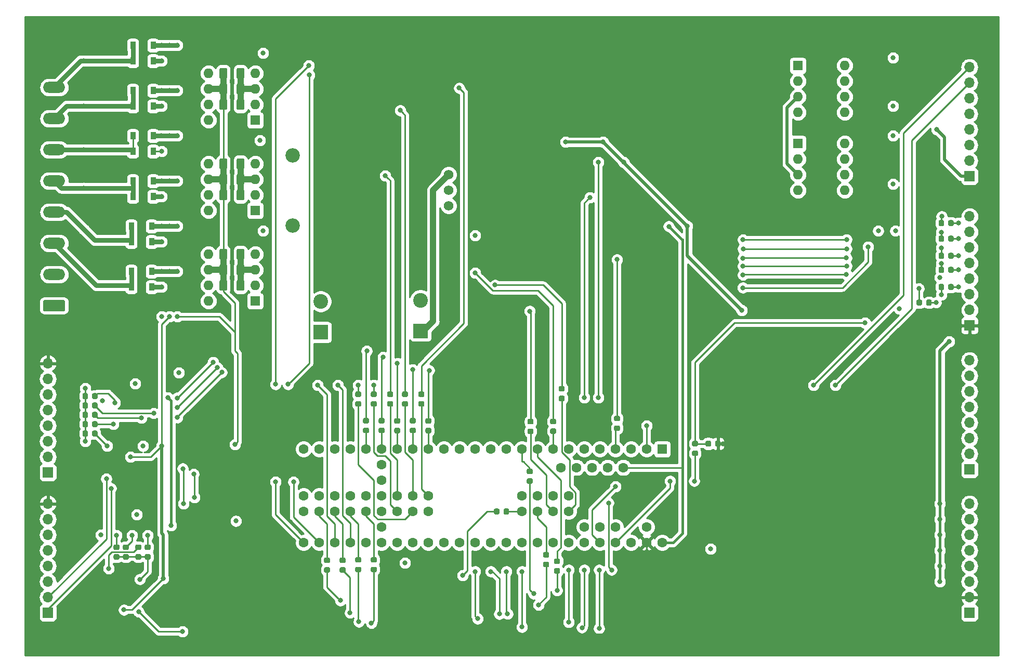
<source format=gbr>
G04 #@! TF.GenerationSoftware,KiCad,Pcbnew,5.1.4*
G04 #@! TF.CreationDate,2019-10-01T18:25:40-04:00*
G04 #@! TF.ProjectId,SolarCarECU,536f6c61-7243-4617-9245-43552e6b6963,rev?*
G04 #@! TF.SameCoordinates,Original*
G04 #@! TF.FileFunction,Copper,L4,Bot*
G04 #@! TF.FilePolarity,Positive*
%FSLAX46Y46*%
G04 Gerber Fmt 4.6, Leading zero omitted, Abs format (unit mm)*
G04 Created by KiCad (PCBNEW 5.1.4) date 2019-10-01 18:25:40*
%MOMM*%
%LPD*%
G04 APERTURE LIST*
%ADD10C,2.400000*%
%ADD11R,2.400000X2.400000*%
%ADD12C,1.600000*%
%ADD13R,1.600000X1.600000*%
%ADD14O,3.600000X1.800000*%
%ADD15C,0.100000*%
%ADD16C,1.800000*%
%ADD17C,0.875000*%
%ADD18C,1.574800*%
%ADD19C,2.336800*%
%ADD20R,0.900000X1.200000*%
%ADD21C,1.250000*%
%ADD22O,1.700000X1.700000*%
%ADD23R,1.700000X1.700000*%
%ADD24O,1.600000X1.600000*%
%ADD25C,0.800000*%
%ADD26C,1.000000*%
%ADD27C,0.250000*%
%ADD28C,0.500000*%
%ADD29C,0.400000*%
%ADD30C,0.508000*%
%ADD31C,0.762000*%
%ADD32C,0.254000*%
G04 APERTURE END LIST*
D10*
X133604000Y-86741000D03*
D11*
X133604000Y-91741000D03*
D12*
X132334000Y-110998000D03*
X129794000Y-110998000D03*
X127254000Y-110998000D03*
X124714000Y-110998000D03*
X134874000Y-110998000D03*
X137414000Y-110998000D03*
X139954000Y-110998000D03*
X122174000Y-110998000D03*
X119634000Y-110998000D03*
X117094000Y-110998000D03*
X114554000Y-110998000D03*
X127254000Y-113538000D03*
X127254000Y-116078000D03*
X127254000Y-118618000D03*
X127254000Y-121158000D03*
X127254000Y-123698000D03*
X114554000Y-126238000D03*
X117094000Y-126238000D03*
X119634000Y-126238000D03*
X122174000Y-126238000D03*
X124714000Y-126238000D03*
X127254000Y-126238000D03*
X129794000Y-126238000D03*
X132334000Y-126238000D03*
X142494000Y-110998000D03*
X145034000Y-110998000D03*
X147574000Y-110998000D03*
X150114000Y-110998000D03*
X152654000Y-110998000D03*
X155194000Y-110998000D03*
X157734000Y-110998000D03*
X160274000Y-110998000D03*
X162814000Y-110998000D03*
X165354000Y-110998000D03*
X167894000Y-110998000D03*
X170434000Y-110998000D03*
D13*
X172974000Y-110998000D03*
D12*
X134874000Y-126238000D03*
X137414000Y-126238000D03*
X139954000Y-126238000D03*
X142494000Y-126238000D03*
X145034000Y-126238000D03*
X147574000Y-126238000D03*
X150114000Y-126238000D03*
X152654000Y-126238000D03*
X155194000Y-126238000D03*
X157734000Y-126238000D03*
X160274000Y-126238000D03*
X162814000Y-126238000D03*
X165354000Y-126238000D03*
X167894000Y-126238000D03*
X170434000Y-126238000D03*
X172974000Y-126238000D03*
X170434000Y-123698000D03*
X165354000Y-123698000D03*
X162814000Y-123698000D03*
X160274000Y-123698000D03*
X157734000Y-118618000D03*
X155194000Y-118618000D03*
X152654000Y-118618000D03*
X150114000Y-118618000D03*
X134874000Y-118618000D03*
X132334000Y-118618000D03*
X129794000Y-118618000D03*
X124714000Y-118618000D03*
X122174000Y-118618000D03*
X119634000Y-118618000D03*
X117094000Y-118618000D03*
X114554000Y-118618000D03*
X114554000Y-121158000D03*
X117094000Y-121158000D03*
X119634000Y-121158000D03*
X122174000Y-121158000D03*
X124714000Y-121158000D03*
X129794000Y-121158000D03*
X132334000Y-121158000D03*
X134874000Y-121158000D03*
X150114000Y-121158000D03*
X152654000Y-121158000D03*
X155194000Y-121158000D03*
X157734000Y-121158000D03*
X166624000Y-113998000D03*
X164084000Y-113998000D03*
X161544000Y-113998000D03*
X159004000Y-113998000D03*
X156464000Y-113998000D03*
D14*
X73914000Y-52070000D03*
X73914000Y-57150000D03*
X73914000Y-62230000D03*
X73914000Y-67310000D03*
X73914000Y-72390000D03*
X73914000Y-77470000D03*
X73914000Y-82550000D03*
D15*
G36*
X75488504Y-86731204D02*
G01*
X75512773Y-86734804D01*
X75536571Y-86740765D01*
X75559671Y-86749030D01*
X75581849Y-86759520D01*
X75602893Y-86772133D01*
X75622598Y-86786747D01*
X75640777Y-86803223D01*
X75657253Y-86821402D01*
X75671867Y-86841107D01*
X75684480Y-86862151D01*
X75694970Y-86884329D01*
X75703235Y-86907429D01*
X75709196Y-86931227D01*
X75712796Y-86955496D01*
X75714000Y-86980000D01*
X75714000Y-88280000D01*
X75712796Y-88304504D01*
X75709196Y-88328773D01*
X75703235Y-88352571D01*
X75694970Y-88375671D01*
X75684480Y-88397849D01*
X75671867Y-88418893D01*
X75657253Y-88438598D01*
X75640777Y-88456777D01*
X75622598Y-88473253D01*
X75602893Y-88487867D01*
X75581849Y-88500480D01*
X75559671Y-88510970D01*
X75536571Y-88519235D01*
X75512773Y-88525196D01*
X75488504Y-88528796D01*
X75464000Y-88530000D01*
X72364000Y-88530000D01*
X72339496Y-88528796D01*
X72315227Y-88525196D01*
X72291429Y-88519235D01*
X72268329Y-88510970D01*
X72246151Y-88500480D01*
X72225107Y-88487867D01*
X72205402Y-88473253D01*
X72187223Y-88456777D01*
X72170747Y-88438598D01*
X72156133Y-88418893D01*
X72143520Y-88397849D01*
X72133030Y-88375671D01*
X72124765Y-88352571D01*
X72118804Y-88328773D01*
X72115204Y-88304504D01*
X72114000Y-88280000D01*
X72114000Y-86980000D01*
X72115204Y-86955496D01*
X72118804Y-86931227D01*
X72124765Y-86907429D01*
X72133030Y-86884329D01*
X72143520Y-86862151D01*
X72156133Y-86841107D01*
X72170747Y-86821402D01*
X72187223Y-86803223D01*
X72205402Y-86786747D01*
X72225107Y-86772133D01*
X72246151Y-86759520D01*
X72268329Y-86749030D01*
X72291429Y-86740765D01*
X72315227Y-86734804D01*
X72339496Y-86731204D01*
X72364000Y-86730000D01*
X75464000Y-86730000D01*
X75488504Y-86731204D01*
X75488504Y-86731204D01*
G37*
D16*
X73914000Y-87630000D03*
D15*
G36*
X220229691Y-84108053D02*
G01*
X220250926Y-84111203D01*
X220271750Y-84116419D01*
X220291962Y-84123651D01*
X220311368Y-84132830D01*
X220329781Y-84143866D01*
X220347024Y-84156654D01*
X220362930Y-84171070D01*
X220377346Y-84186976D01*
X220390134Y-84204219D01*
X220401170Y-84222632D01*
X220410349Y-84242038D01*
X220417581Y-84262250D01*
X220422797Y-84283074D01*
X220425947Y-84304309D01*
X220427000Y-84325750D01*
X220427000Y-84838250D01*
X220425947Y-84859691D01*
X220422797Y-84880926D01*
X220417581Y-84901750D01*
X220410349Y-84921962D01*
X220401170Y-84941368D01*
X220390134Y-84959781D01*
X220377346Y-84977024D01*
X220362930Y-84992930D01*
X220347024Y-85007346D01*
X220329781Y-85020134D01*
X220311368Y-85031170D01*
X220291962Y-85040349D01*
X220271750Y-85047581D01*
X220250926Y-85052797D01*
X220229691Y-85055947D01*
X220208250Y-85057000D01*
X219770750Y-85057000D01*
X219749309Y-85055947D01*
X219728074Y-85052797D01*
X219707250Y-85047581D01*
X219687038Y-85040349D01*
X219667632Y-85031170D01*
X219649219Y-85020134D01*
X219631976Y-85007346D01*
X219616070Y-84992930D01*
X219601654Y-84977024D01*
X219588866Y-84959781D01*
X219577830Y-84941368D01*
X219568651Y-84921962D01*
X219561419Y-84901750D01*
X219556203Y-84880926D01*
X219553053Y-84859691D01*
X219552000Y-84838250D01*
X219552000Y-84325750D01*
X219553053Y-84304309D01*
X219556203Y-84283074D01*
X219561419Y-84262250D01*
X219568651Y-84242038D01*
X219577830Y-84222632D01*
X219588866Y-84204219D01*
X219601654Y-84186976D01*
X219616070Y-84171070D01*
X219631976Y-84156654D01*
X219649219Y-84143866D01*
X219667632Y-84132830D01*
X219687038Y-84123651D01*
X219707250Y-84116419D01*
X219728074Y-84111203D01*
X219749309Y-84108053D01*
X219770750Y-84107000D01*
X220208250Y-84107000D01*
X220229691Y-84108053D01*
X220229691Y-84108053D01*
G37*
D17*
X219989500Y-84582000D03*
D15*
G36*
X218654691Y-84108053D02*
G01*
X218675926Y-84111203D01*
X218696750Y-84116419D01*
X218716962Y-84123651D01*
X218736368Y-84132830D01*
X218754781Y-84143866D01*
X218772024Y-84156654D01*
X218787930Y-84171070D01*
X218802346Y-84186976D01*
X218815134Y-84204219D01*
X218826170Y-84222632D01*
X218835349Y-84242038D01*
X218842581Y-84262250D01*
X218847797Y-84283074D01*
X218850947Y-84304309D01*
X218852000Y-84325750D01*
X218852000Y-84838250D01*
X218850947Y-84859691D01*
X218847797Y-84880926D01*
X218842581Y-84901750D01*
X218835349Y-84921962D01*
X218826170Y-84941368D01*
X218815134Y-84959781D01*
X218802346Y-84977024D01*
X218787930Y-84992930D01*
X218772024Y-85007346D01*
X218754781Y-85020134D01*
X218736368Y-85031170D01*
X218716962Y-85040349D01*
X218696750Y-85047581D01*
X218675926Y-85052797D01*
X218654691Y-85055947D01*
X218633250Y-85057000D01*
X218195750Y-85057000D01*
X218174309Y-85055947D01*
X218153074Y-85052797D01*
X218132250Y-85047581D01*
X218112038Y-85040349D01*
X218092632Y-85031170D01*
X218074219Y-85020134D01*
X218056976Y-85007346D01*
X218041070Y-84992930D01*
X218026654Y-84977024D01*
X218013866Y-84959781D01*
X218002830Y-84941368D01*
X217993651Y-84921962D01*
X217986419Y-84901750D01*
X217981203Y-84880926D01*
X217978053Y-84859691D01*
X217977000Y-84838250D01*
X217977000Y-84325750D01*
X217978053Y-84304309D01*
X217981203Y-84283074D01*
X217986419Y-84262250D01*
X217993651Y-84242038D01*
X218002830Y-84222632D01*
X218013866Y-84204219D01*
X218026654Y-84186976D01*
X218041070Y-84171070D01*
X218056976Y-84156654D01*
X218074219Y-84143866D01*
X218092632Y-84132830D01*
X218112038Y-84123651D01*
X218132250Y-84116419D01*
X218153074Y-84111203D01*
X218174309Y-84108053D01*
X218195750Y-84107000D01*
X218633250Y-84107000D01*
X218654691Y-84108053D01*
X218654691Y-84108053D01*
G37*
D17*
X218414500Y-84582000D03*
D15*
G36*
X220229691Y-81314053D02*
G01*
X220250926Y-81317203D01*
X220271750Y-81322419D01*
X220291962Y-81329651D01*
X220311368Y-81338830D01*
X220329781Y-81349866D01*
X220347024Y-81362654D01*
X220362930Y-81377070D01*
X220377346Y-81392976D01*
X220390134Y-81410219D01*
X220401170Y-81428632D01*
X220410349Y-81448038D01*
X220417581Y-81468250D01*
X220422797Y-81489074D01*
X220425947Y-81510309D01*
X220427000Y-81531750D01*
X220427000Y-82044250D01*
X220425947Y-82065691D01*
X220422797Y-82086926D01*
X220417581Y-82107750D01*
X220410349Y-82127962D01*
X220401170Y-82147368D01*
X220390134Y-82165781D01*
X220377346Y-82183024D01*
X220362930Y-82198930D01*
X220347024Y-82213346D01*
X220329781Y-82226134D01*
X220311368Y-82237170D01*
X220291962Y-82246349D01*
X220271750Y-82253581D01*
X220250926Y-82258797D01*
X220229691Y-82261947D01*
X220208250Y-82263000D01*
X219770750Y-82263000D01*
X219749309Y-82261947D01*
X219728074Y-82258797D01*
X219707250Y-82253581D01*
X219687038Y-82246349D01*
X219667632Y-82237170D01*
X219649219Y-82226134D01*
X219631976Y-82213346D01*
X219616070Y-82198930D01*
X219601654Y-82183024D01*
X219588866Y-82165781D01*
X219577830Y-82147368D01*
X219568651Y-82127962D01*
X219561419Y-82107750D01*
X219556203Y-82086926D01*
X219553053Y-82065691D01*
X219552000Y-82044250D01*
X219552000Y-81531750D01*
X219553053Y-81510309D01*
X219556203Y-81489074D01*
X219561419Y-81468250D01*
X219568651Y-81448038D01*
X219577830Y-81428632D01*
X219588866Y-81410219D01*
X219601654Y-81392976D01*
X219616070Y-81377070D01*
X219631976Y-81362654D01*
X219649219Y-81349866D01*
X219667632Y-81338830D01*
X219687038Y-81329651D01*
X219707250Y-81322419D01*
X219728074Y-81317203D01*
X219749309Y-81314053D01*
X219770750Y-81313000D01*
X220208250Y-81313000D01*
X220229691Y-81314053D01*
X220229691Y-81314053D01*
G37*
D17*
X219989500Y-81788000D03*
D15*
G36*
X218654691Y-81314053D02*
G01*
X218675926Y-81317203D01*
X218696750Y-81322419D01*
X218716962Y-81329651D01*
X218736368Y-81338830D01*
X218754781Y-81349866D01*
X218772024Y-81362654D01*
X218787930Y-81377070D01*
X218802346Y-81392976D01*
X218815134Y-81410219D01*
X218826170Y-81428632D01*
X218835349Y-81448038D01*
X218842581Y-81468250D01*
X218847797Y-81489074D01*
X218850947Y-81510309D01*
X218852000Y-81531750D01*
X218852000Y-82044250D01*
X218850947Y-82065691D01*
X218847797Y-82086926D01*
X218842581Y-82107750D01*
X218835349Y-82127962D01*
X218826170Y-82147368D01*
X218815134Y-82165781D01*
X218802346Y-82183024D01*
X218787930Y-82198930D01*
X218772024Y-82213346D01*
X218754781Y-82226134D01*
X218736368Y-82237170D01*
X218716962Y-82246349D01*
X218696750Y-82253581D01*
X218675926Y-82258797D01*
X218654691Y-82261947D01*
X218633250Y-82263000D01*
X218195750Y-82263000D01*
X218174309Y-82261947D01*
X218153074Y-82258797D01*
X218132250Y-82253581D01*
X218112038Y-82246349D01*
X218092632Y-82237170D01*
X218074219Y-82226134D01*
X218056976Y-82213346D01*
X218041070Y-82198930D01*
X218026654Y-82183024D01*
X218013866Y-82165781D01*
X218002830Y-82147368D01*
X217993651Y-82127962D01*
X217986419Y-82107750D01*
X217981203Y-82086926D01*
X217978053Y-82065691D01*
X217977000Y-82044250D01*
X217977000Y-81531750D01*
X217978053Y-81510309D01*
X217981203Y-81489074D01*
X217986419Y-81468250D01*
X217993651Y-81448038D01*
X218002830Y-81428632D01*
X218013866Y-81410219D01*
X218026654Y-81392976D01*
X218041070Y-81377070D01*
X218056976Y-81362654D01*
X218074219Y-81349866D01*
X218092632Y-81338830D01*
X218112038Y-81329651D01*
X218132250Y-81322419D01*
X218153074Y-81317203D01*
X218174309Y-81314053D01*
X218195750Y-81313000D01*
X218633250Y-81313000D01*
X218654691Y-81314053D01*
X218654691Y-81314053D01*
G37*
D17*
X218414500Y-81788000D03*
D15*
G36*
X220229691Y-79028053D02*
G01*
X220250926Y-79031203D01*
X220271750Y-79036419D01*
X220291962Y-79043651D01*
X220311368Y-79052830D01*
X220329781Y-79063866D01*
X220347024Y-79076654D01*
X220362930Y-79091070D01*
X220377346Y-79106976D01*
X220390134Y-79124219D01*
X220401170Y-79142632D01*
X220410349Y-79162038D01*
X220417581Y-79182250D01*
X220422797Y-79203074D01*
X220425947Y-79224309D01*
X220427000Y-79245750D01*
X220427000Y-79758250D01*
X220425947Y-79779691D01*
X220422797Y-79800926D01*
X220417581Y-79821750D01*
X220410349Y-79841962D01*
X220401170Y-79861368D01*
X220390134Y-79879781D01*
X220377346Y-79897024D01*
X220362930Y-79912930D01*
X220347024Y-79927346D01*
X220329781Y-79940134D01*
X220311368Y-79951170D01*
X220291962Y-79960349D01*
X220271750Y-79967581D01*
X220250926Y-79972797D01*
X220229691Y-79975947D01*
X220208250Y-79977000D01*
X219770750Y-79977000D01*
X219749309Y-79975947D01*
X219728074Y-79972797D01*
X219707250Y-79967581D01*
X219687038Y-79960349D01*
X219667632Y-79951170D01*
X219649219Y-79940134D01*
X219631976Y-79927346D01*
X219616070Y-79912930D01*
X219601654Y-79897024D01*
X219588866Y-79879781D01*
X219577830Y-79861368D01*
X219568651Y-79841962D01*
X219561419Y-79821750D01*
X219556203Y-79800926D01*
X219553053Y-79779691D01*
X219552000Y-79758250D01*
X219552000Y-79245750D01*
X219553053Y-79224309D01*
X219556203Y-79203074D01*
X219561419Y-79182250D01*
X219568651Y-79162038D01*
X219577830Y-79142632D01*
X219588866Y-79124219D01*
X219601654Y-79106976D01*
X219616070Y-79091070D01*
X219631976Y-79076654D01*
X219649219Y-79063866D01*
X219667632Y-79052830D01*
X219687038Y-79043651D01*
X219707250Y-79036419D01*
X219728074Y-79031203D01*
X219749309Y-79028053D01*
X219770750Y-79027000D01*
X220208250Y-79027000D01*
X220229691Y-79028053D01*
X220229691Y-79028053D01*
G37*
D17*
X219989500Y-79502000D03*
D15*
G36*
X218654691Y-79028053D02*
G01*
X218675926Y-79031203D01*
X218696750Y-79036419D01*
X218716962Y-79043651D01*
X218736368Y-79052830D01*
X218754781Y-79063866D01*
X218772024Y-79076654D01*
X218787930Y-79091070D01*
X218802346Y-79106976D01*
X218815134Y-79124219D01*
X218826170Y-79142632D01*
X218835349Y-79162038D01*
X218842581Y-79182250D01*
X218847797Y-79203074D01*
X218850947Y-79224309D01*
X218852000Y-79245750D01*
X218852000Y-79758250D01*
X218850947Y-79779691D01*
X218847797Y-79800926D01*
X218842581Y-79821750D01*
X218835349Y-79841962D01*
X218826170Y-79861368D01*
X218815134Y-79879781D01*
X218802346Y-79897024D01*
X218787930Y-79912930D01*
X218772024Y-79927346D01*
X218754781Y-79940134D01*
X218736368Y-79951170D01*
X218716962Y-79960349D01*
X218696750Y-79967581D01*
X218675926Y-79972797D01*
X218654691Y-79975947D01*
X218633250Y-79977000D01*
X218195750Y-79977000D01*
X218174309Y-79975947D01*
X218153074Y-79972797D01*
X218132250Y-79967581D01*
X218112038Y-79960349D01*
X218092632Y-79951170D01*
X218074219Y-79940134D01*
X218056976Y-79927346D01*
X218041070Y-79912930D01*
X218026654Y-79897024D01*
X218013866Y-79879781D01*
X218002830Y-79861368D01*
X217993651Y-79841962D01*
X217986419Y-79821750D01*
X217981203Y-79800926D01*
X217978053Y-79779691D01*
X217977000Y-79758250D01*
X217977000Y-79245750D01*
X217978053Y-79224309D01*
X217981203Y-79203074D01*
X217986419Y-79182250D01*
X217993651Y-79162038D01*
X218002830Y-79142632D01*
X218013866Y-79124219D01*
X218026654Y-79106976D01*
X218041070Y-79091070D01*
X218056976Y-79076654D01*
X218074219Y-79063866D01*
X218092632Y-79052830D01*
X218112038Y-79043651D01*
X218132250Y-79036419D01*
X218153074Y-79031203D01*
X218174309Y-79028053D01*
X218195750Y-79027000D01*
X218633250Y-79027000D01*
X218654691Y-79028053D01*
X218654691Y-79028053D01*
G37*
D17*
X218414500Y-79502000D03*
D15*
G36*
X220229691Y-76234053D02*
G01*
X220250926Y-76237203D01*
X220271750Y-76242419D01*
X220291962Y-76249651D01*
X220311368Y-76258830D01*
X220329781Y-76269866D01*
X220347024Y-76282654D01*
X220362930Y-76297070D01*
X220377346Y-76312976D01*
X220390134Y-76330219D01*
X220401170Y-76348632D01*
X220410349Y-76368038D01*
X220417581Y-76388250D01*
X220422797Y-76409074D01*
X220425947Y-76430309D01*
X220427000Y-76451750D01*
X220427000Y-76964250D01*
X220425947Y-76985691D01*
X220422797Y-77006926D01*
X220417581Y-77027750D01*
X220410349Y-77047962D01*
X220401170Y-77067368D01*
X220390134Y-77085781D01*
X220377346Y-77103024D01*
X220362930Y-77118930D01*
X220347024Y-77133346D01*
X220329781Y-77146134D01*
X220311368Y-77157170D01*
X220291962Y-77166349D01*
X220271750Y-77173581D01*
X220250926Y-77178797D01*
X220229691Y-77181947D01*
X220208250Y-77183000D01*
X219770750Y-77183000D01*
X219749309Y-77181947D01*
X219728074Y-77178797D01*
X219707250Y-77173581D01*
X219687038Y-77166349D01*
X219667632Y-77157170D01*
X219649219Y-77146134D01*
X219631976Y-77133346D01*
X219616070Y-77118930D01*
X219601654Y-77103024D01*
X219588866Y-77085781D01*
X219577830Y-77067368D01*
X219568651Y-77047962D01*
X219561419Y-77027750D01*
X219556203Y-77006926D01*
X219553053Y-76985691D01*
X219552000Y-76964250D01*
X219552000Y-76451750D01*
X219553053Y-76430309D01*
X219556203Y-76409074D01*
X219561419Y-76388250D01*
X219568651Y-76368038D01*
X219577830Y-76348632D01*
X219588866Y-76330219D01*
X219601654Y-76312976D01*
X219616070Y-76297070D01*
X219631976Y-76282654D01*
X219649219Y-76269866D01*
X219667632Y-76258830D01*
X219687038Y-76249651D01*
X219707250Y-76242419D01*
X219728074Y-76237203D01*
X219749309Y-76234053D01*
X219770750Y-76233000D01*
X220208250Y-76233000D01*
X220229691Y-76234053D01*
X220229691Y-76234053D01*
G37*
D17*
X219989500Y-76708000D03*
D15*
G36*
X218654691Y-76234053D02*
G01*
X218675926Y-76237203D01*
X218696750Y-76242419D01*
X218716962Y-76249651D01*
X218736368Y-76258830D01*
X218754781Y-76269866D01*
X218772024Y-76282654D01*
X218787930Y-76297070D01*
X218802346Y-76312976D01*
X218815134Y-76330219D01*
X218826170Y-76348632D01*
X218835349Y-76368038D01*
X218842581Y-76388250D01*
X218847797Y-76409074D01*
X218850947Y-76430309D01*
X218852000Y-76451750D01*
X218852000Y-76964250D01*
X218850947Y-76985691D01*
X218847797Y-77006926D01*
X218842581Y-77027750D01*
X218835349Y-77047962D01*
X218826170Y-77067368D01*
X218815134Y-77085781D01*
X218802346Y-77103024D01*
X218787930Y-77118930D01*
X218772024Y-77133346D01*
X218754781Y-77146134D01*
X218736368Y-77157170D01*
X218716962Y-77166349D01*
X218696750Y-77173581D01*
X218675926Y-77178797D01*
X218654691Y-77181947D01*
X218633250Y-77183000D01*
X218195750Y-77183000D01*
X218174309Y-77181947D01*
X218153074Y-77178797D01*
X218132250Y-77173581D01*
X218112038Y-77166349D01*
X218092632Y-77157170D01*
X218074219Y-77146134D01*
X218056976Y-77133346D01*
X218041070Y-77118930D01*
X218026654Y-77103024D01*
X218013866Y-77085781D01*
X218002830Y-77067368D01*
X217993651Y-77047962D01*
X217986419Y-77027750D01*
X217981203Y-77006926D01*
X217978053Y-76985691D01*
X217977000Y-76964250D01*
X217977000Y-76451750D01*
X217978053Y-76430309D01*
X217981203Y-76409074D01*
X217986419Y-76388250D01*
X217993651Y-76368038D01*
X218002830Y-76348632D01*
X218013866Y-76330219D01*
X218026654Y-76312976D01*
X218041070Y-76297070D01*
X218056976Y-76282654D01*
X218074219Y-76269866D01*
X218092632Y-76258830D01*
X218112038Y-76249651D01*
X218132250Y-76242419D01*
X218153074Y-76237203D01*
X218174309Y-76234053D01*
X218195750Y-76233000D01*
X218633250Y-76233000D01*
X218654691Y-76234053D01*
X218654691Y-76234053D01*
G37*
D17*
X218414500Y-76708000D03*
D15*
G36*
X220229691Y-73694053D02*
G01*
X220250926Y-73697203D01*
X220271750Y-73702419D01*
X220291962Y-73709651D01*
X220311368Y-73718830D01*
X220329781Y-73729866D01*
X220347024Y-73742654D01*
X220362930Y-73757070D01*
X220377346Y-73772976D01*
X220390134Y-73790219D01*
X220401170Y-73808632D01*
X220410349Y-73828038D01*
X220417581Y-73848250D01*
X220422797Y-73869074D01*
X220425947Y-73890309D01*
X220427000Y-73911750D01*
X220427000Y-74424250D01*
X220425947Y-74445691D01*
X220422797Y-74466926D01*
X220417581Y-74487750D01*
X220410349Y-74507962D01*
X220401170Y-74527368D01*
X220390134Y-74545781D01*
X220377346Y-74563024D01*
X220362930Y-74578930D01*
X220347024Y-74593346D01*
X220329781Y-74606134D01*
X220311368Y-74617170D01*
X220291962Y-74626349D01*
X220271750Y-74633581D01*
X220250926Y-74638797D01*
X220229691Y-74641947D01*
X220208250Y-74643000D01*
X219770750Y-74643000D01*
X219749309Y-74641947D01*
X219728074Y-74638797D01*
X219707250Y-74633581D01*
X219687038Y-74626349D01*
X219667632Y-74617170D01*
X219649219Y-74606134D01*
X219631976Y-74593346D01*
X219616070Y-74578930D01*
X219601654Y-74563024D01*
X219588866Y-74545781D01*
X219577830Y-74527368D01*
X219568651Y-74507962D01*
X219561419Y-74487750D01*
X219556203Y-74466926D01*
X219553053Y-74445691D01*
X219552000Y-74424250D01*
X219552000Y-73911750D01*
X219553053Y-73890309D01*
X219556203Y-73869074D01*
X219561419Y-73848250D01*
X219568651Y-73828038D01*
X219577830Y-73808632D01*
X219588866Y-73790219D01*
X219601654Y-73772976D01*
X219616070Y-73757070D01*
X219631976Y-73742654D01*
X219649219Y-73729866D01*
X219667632Y-73718830D01*
X219687038Y-73709651D01*
X219707250Y-73702419D01*
X219728074Y-73697203D01*
X219749309Y-73694053D01*
X219770750Y-73693000D01*
X220208250Y-73693000D01*
X220229691Y-73694053D01*
X220229691Y-73694053D01*
G37*
D17*
X219989500Y-74168000D03*
D15*
G36*
X218654691Y-73694053D02*
G01*
X218675926Y-73697203D01*
X218696750Y-73702419D01*
X218716962Y-73709651D01*
X218736368Y-73718830D01*
X218754781Y-73729866D01*
X218772024Y-73742654D01*
X218787930Y-73757070D01*
X218802346Y-73772976D01*
X218815134Y-73790219D01*
X218826170Y-73808632D01*
X218835349Y-73828038D01*
X218842581Y-73848250D01*
X218847797Y-73869074D01*
X218850947Y-73890309D01*
X218852000Y-73911750D01*
X218852000Y-74424250D01*
X218850947Y-74445691D01*
X218847797Y-74466926D01*
X218842581Y-74487750D01*
X218835349Y-74507962D01*
X218826170Y-74527368D01*
X218815134Y-74545781D01*
X218802346Y-74563024D01*
X218787930Y-74578930D01*
X218772024Y-74593346D01*
X218754781Y-74606134D01*
X218736368Y-74617170D01*
X218716962Y-74626349D01*
X218696750Y-74633581D01*
X218675926Y-74638797D01*
X218654691Y-74641947D01*
X218633250Y-74643000D01*
X218195750Y-74643000D01*
X218174309Y-74641947D01*
X218153074Y-74638797D01*
X218132250Y-74633581D01*
X218112038Y-74626349D01*
X218092632Y-74617170D01*
X218074219Y-74606134D01*
X218056976Y-74593346D01*
X218041070Y-74578930D01*
X218026654Y-74563024D01*
X218013866Y-74545781D01*
X218002830Y-74527368D01*
X217993651Y-74507962D01*
X217986419Y-74487750D01*
X217981203Y-74466926D01*
X217978053Y-74445691D01*
X217977000Y-74424250D01*
X217977000Y-73911750D01*
X217978053Y-73890309D01*
X217981203Y-73869074D01*
X217986419Y-73848250D01*
X217993651Y-73828038D01*
X218002830Y-73808632D01*
X218013866Y-73790219D01*
X218026654Y-73772976D01*
X218041070Y-73757070D01*
X218056976Y-73742654D01*
X218074219Y-73729866D01*
X218092632Y-73718830D01*
X218112038Y-73709651D01*
X218132250Y-73702419D01*
X218153074Y-73697203D01*
X218174309Y-73694053D01*
X218195750Y-73693000D01*
X218633250Y-73693000D01*
X218654691Y-73694053D01*
X218654691Y-73694053D01*
G37*
D17*
X218414500Y-74168000D03*
D15*
G36*
X79208691Y-106460053D02*
G01*
X79229926Y-106463203D01*
X79250750Y-106468419D01*
X79270962Y-106475651D01*
X79290368Y-106484830D01*
X79308781Y-106495866D01*
X79326024Y-106508654D01*
X79341930Y-106523070D01*
X79356346Y-106538976D01*
X79369134Y-106556219D01*
X79380170Y-106574632D01*
X79389349Y-106594038D01*
X79396581Y-106614250D01*
X79401797Y-106635074D01*
X79404947Y-106656309D01*
X79406000Y-106677750D01*
X79406000Y-107190250D01*
X79404947Y-107211691D01*
X79401797Y-107232926D01*
X79396581Y-107253750D01*
X79389349Y-107273962D01*
X79380170Y-107293368D01*
X79369134Y-107311781D01*
X79356346Y-107329024D01*
X79341930Y-107344930D01*
X79326024Y-107359346D01*
X79308781Y-107372134D01*
X79290368Y-107383170D01*
X79270962Y-107392349D01*
X79250750Y-107399581D01*
X79229926Y-107404797D01*
X79208691Y-107407947D01*
X79187250Y-107409000D01*
X78749750Y-107409000D01*
X78728309Y-107407947D01*
X78707074Y-107404797D01*
X78686250Y-107399581D01*
X78666038Y-107392349D01*
X78646632Y-107383170D01*
X78628219Y-107372134D01*
X78610976Y-107359346D01*
X78595070Y-107344930D01*
X78580654Y-107329024D01*
X78567866Y-107311781D01*
X78556830Y-107293368D01*
X78547651Y-107273962D01*
X78540419Y-107253750D01*
X78535203Y-107232926D01*
X78532053Y-107211691D01*
X78531000Y-107190250D01*
X78531000Y-106677750D01*
X78532053Y-106656309D01*
X78535203Y-106635074D01*
X78540419Y-106614250D01*
X78547651Y-106594038D01*
X78556830Y-106574632D01*
X78567866Y-106556219D01*
X78580654Y-106538976D01*
X78595070Y-106523070D01*
X78610976Y-106508654D01*
X78628219Y-106495866D01*
X78646632Y-106484830D01*
X78666038Y-106475651D01*
X78686250Y-106468419D01*
X78707074Y-106463203D01*
X78728309Y-106460053D01*
X78749750Y-106459000D01*
X79187250Y-106459000D01*
X79208691Y-106460053D01*
X79208691Y-106460053D01*
G37*
D17*
X78968500Y-106934000D03*
D15*
G36*
X80783691Y-106460053D02*
G01*
X80804926Y-106463203D01*
X80825750Y-106468419D01*
X80845962Y-106475651D01*
X80865368Y-106484830D01*
X80883781Y-106495866D01*
X80901024Y-106508654D01*
X80916930Y-106523070D01*
X80931346Y-106538976D01*
X80944134Y-106556219D01*
X80955170Y-106574632D01*
X80964349Y-106594038D01*
X80971581Y-106614250D01*
X80976797Y-106635074D01*
X80979947Y-106656309D01*
X80981000Y-106677750D01*
X80981000Y-107190250D01*
X80979947Y-107211691D01*
X80976797Y-107232926D01*
X80971581Y-107253750D01*
X80964349Y-107273962D01*
X80955170Y-107293368D01*
X80944134Y-107311781D01*
X80931346Y-107329024D01*
X80916930Y-107344930D01*
X80901024Y-107359346D01*
X80883781Y-107372134D01*
X80865368Y-107383170D01*
X80845962Y-107392349D01*
X80825750Y-107399581D01*
X80804926Y-107404797D01*
X80783691Y-107407947D01*
X80762250Y-107409000D01*
X80324750Y-107409000D01*
X80303309Y-107407947D01*
X80282074Y-107404797D01*
X80261250Y-107399581D01*
X80241038Y-107392349D01*
X80221632Y-107383170D01*
X80203219Y-107372134D01*
X80185976Y-107359346D01*
X80170070Y-107344930D01*
X80155654Y-107329024D01*
X80142866Y-107311781D01*
X80131830Y-107293368D01*
X80122651Y-107273962D01*
X80115419Y-107253750D01*
X80110203Y-107232926D01*
X80107053Y-107211691D01*
X80106000Y-107190250D01*
X80106000Y-106677750D01*
X80107053Y-106656309D01*
X80110203Y-106635074D01*
X80115419Y-106614250D01*
X80122651Y-106594038D01*
X80131830Y-106574632D01*
X80142866Y-106556219D01*
X80155654Y-106538976D01*
X80170070Y-106523070D01*
X80185976Y-106508654D01*
X80203219Y-106495866D01*
X80221632Y-106484830D01*
X80241038Y-106475651D01*
X80261250Y-106468419D01*
X80282074Y-106463203D01*
X80303309Y-106460053D01*
X80324750Y-106459000D01*
X80762250Y-106459000D01*
X80783691Y-106460053D01*
X80783691Y-106460053D01*
G37*
D17*
X80543500Y-106934000D03*
D15*
G36*
X87907691Y-128113053D02*
G01*
X87928926Y-128116203D01*
X87949750Y-128121419D01*
X87969962Y-128128651D01*
X87989368Y-128137830D01*
X88007781Y-128148866D01*
X88025024Y-128161654D01*
X88040930Y-128176070D01*
X88055346Y-128191976D01*
X88068134Y-128209219D01*
X88079170Y-128227632D01*
X88088349Y-128247038D01*
X88095581Y-128267250D01*
X88100797Y-128288074D01*
X88103947Y-128309309D01*
X88105000Y-128330750D01*
X88105000Y-128768250D01*
X88103947Y-128789691D01*
X88100797Y-128810926D01*
X88095581Y-128831750D01*
X88088349Y-128851962D01*
X88079170Y-128871368D01*
X88068134Y-128889781D01*
X88055346Y-128907024D01*
X88040930Y-128922930D01*
X88025024Y-128937346D01*
X88007781Y-128950134D01*
X87989368Y-128961170D01*
X87969962Y-128970349D01*
X87949750Y-128977581D01*
X87928926Y-128982797D01*
X87907691Y-128985947D01*
X87886250Y-128987000D01*
X87373750Y-128987000D01*
X87352309Y-128985947D01*
X87331074Y-128982797D01*
X87310250Y-128977581D01*
X87290038Y-128970349D01*
X87270632Y-128961170D01*
X87252219Y-128950134D01*
X87234976Y-128937346D01*
X87219070Y-128922930D01*
X87204654Y-128907024D01*
X87191866Y-128889781D01*
X87180830Y-128871368D01*
X87171651Y-128851962D01*
X87164419Y-128831750D01*
X87159203Y-128810926D01*
X87156053Y-128789691D01*
X87155000Y-128768250D01*
X87155000Y-128330750D01*
X87156053Y-128309309D01*
X87159203Y-128288074D01*
X87164419Y-128267250D01*
X87171651Y-128247038D01*
X87180830Y-128227632D01*
X87191866Y-128209219D01*
X87204654Y-128191976D01*
X87219070Y-128176070D01*
X87234976Y-128161654D01*
X87252219Y-128148866D01*
X87270632Y-128137830D01*
X87290038Y-128128651D01*
X87310250Y-128121419D01*
X87331074Y-128116203D01*
X87352309Y-128113053D01*
X87373750Y-128112000D01*
X87886250Y-128112000D01*
X87907691Y-128113053D01*
X87907691Y-128113053D01*
G37*
D17*
X87630000Y-128549500D03*
D15*
G36*
X87907691Y-126538053D02*
G01*
X87928926Y-126541203D01*
X87949750Y-126546419D01*
X87969962Y-126553651D01*
X87989368Y-126562830D01*
X88007781Y-126573866D01*
X88025024Y-126586654D01*
X88040930Y-126601070D01*
X88055346Y-126616976D01*
X88068134Y-126634219D01*
X88079170Y-126652632D01*
X88088349Y-126672038D01*
X88095581Y-126692250D01*
X88100797Y-126713074D01*
X88103947Y-126734309D01*
X88105000Y-126755750D01*
X88105000Y-127193250D01*
X88103947Y-127214691D01*
X88100797Y-127235926D01*
X88095581Y-127256750D01*
X88088349Y-127276962D01*
X88079170Y-127296368D01*
X88068134Y-127314781D01*
X88055346Y-127332024D01*
X88040930Y-127347930D01*
X88025024Y-127362346D01*
X88007781Y-127375134D01*
X87989368Y-127386170D01*
X87969962Y-127395349D01*
X87949750Y-127402581D01*
X87928926Y-127407797D01*
X87907691Y-127410947D01*
X87886250Y-127412000D01*
X87373750Y-127412000D01*
X87352309Y-127410947D01*
X87331074Y-127407797D01*
X87310250Y-127402581D01*
X87290038Y-127395349D01*
X87270632Y-127386170D01*
X87252219Y-127375134D01*
X87234976Y-127362346D01*
X87219070Y-127347930D01*
X87204654Y-127332024D01*
X87191866Y-127314781D01*
X87180830Y-127296368D01*
X87171651Y-127276962D01*
X87164419Y-127256750D01*
X87159203Y-127235926D01*
X87156053Y-127214691D01*
X87155000Y-127193250D01*
X87155000Y-126755750D01*
X87156053Y-126734309D01*
X87159203Y-126713074D01*
X87164419Y-126692250D01*
X87171651Y-126672038D01*
X87180830Y-126652632D01*
X87191866Y-126634219D01*
X87204654Y-126616976D01*
X87219070Y-126601070D01*
X87234976Y-126586654D01*
X87252219Y-126573866D01*
X87270632Y-126562830D01*
X87290038Y-126553651D01*
X87310250Y-126546419D01*
X87331074Y-126541203D01*
X87352309Y-126538053D01*
X87373750Y-126537000D01*
X87886250Y-126537000D01*
X87907691Y-126538053D01*
X87907691Y-126538053D01*
G37*
D17*
X87630000Y-126974500D03*
D15*
G36*
X79208691Y-107984053D02*
G01*
X79229926Y-107987203D01*
X79250750Y-107992419D01*
X79270962Y-107999651D01*
X79290368Y-108008830D01*
X79308781Y-108019866D01*
X79326024Y-108032654D01*
X79341930Y-108047070D01*
X79356346Y-108062976D01*
X79369134Y-108080219D01*
X79380170Y-108098632D01*
X79389349Y-108118038D01*
X79396581Y-108138250D01*
X79401797Y-108159074D01*
X79404947Y-108180309D01*
X79406000Y-108201750D01*
X79406000Y-108714250D01*
X79404947Y-108735691D01*
X79401797Y-108756926D01*
X79396581Y-108777750D01*
X79389349Y-108797962D01*
X79380170Y-108817368D01*
X79369134Y-108835781D01*
X79356346Y-108853024D01*
X79341930Y-108868930D01*
X79326024Y-108883346D01*
X79308781Y-108896134D01*
X79290368Y-108907170D01*
X79270962Y-108916349D01*
X79250750Y-108923581D01*
X79229926Y-108928797D01*
X79208691Y-108931947D01*
X79187250Y-108933000D01*
X78749750Y-108933000D01*
X78728309Y-108931947D01*
X78707074Y-108928797D01*
X78686250Y-108923581D01*
X78666038Y-108916349D01*
X78646632Y-108907170D01*
X78628219Y-108896134D01*
X78610976Y-108883346D01*
X78595070Y-108868930D01*
X78580654Y-108853024D01*
X78567866Y-108835781D01*
X78556830Y-108817368D01*
X78547651Y-108797962D01*
X78540419Y-108777750D01*
X78535203Y-108756926D01*
X78532053Y-108735691D01*
X78531000Y-108714250D01*
X78531000Y-108201750D01*
X78532053Y-108180309D01*
X78535203Y-108159074D01*
X78540419Y-108138250D01*
X78547651Y-108118038D01*
X78556830Y-108098632D01*
X78567866Y-108080219D01*
X78580654Y-108062976D01*
X78595070Y-108047070D01*
X78610976Y-108032654D01*
X78628219Y-108019866D01*
X78646632Y-108008830D01*
X78666038Y-107999651D01*
X78686250Y-107992419D01*
X78707074Y-107987203D01*
X78728309Y-107984053D01*
X78749750Y-107983000D01*
X79187250Y-107983000D01*
X79208691Y-107984053D01*
X79208691Y-107984053D01*
G37*
D17*
X78968500Y-108458000D03*
D15*
G36*
X80783691Y-107984053D02*
G01*
X80804926Y-107987203D01*
X80825750Y-107992419D01*
X80845962Y-107999651D01*
X80865368Y-108008830D01*
X80883781Y-108019866D01*
X80901024Y-108032654D01*
X80916930Y-108047070D01*
X80931346Y-108062976D01*
X80944134Y-108080219D01*
X80955170Y-108098632D01*
X80964349Y-108118038D01*
X80971581Y-108138250D01*
X80976797Y-108159074D01*
X80979947Y-108180309D01*
X80981000Y-108201750D01*
X80981000Y-108714250D01*
X80979947Y-108735691D01*
X80976797Y-108756926D01*
X80971581Y-108777750D01*
X80964349Y-108797962D01*
X80955170Y-108817368D01*
X80944134Y-108835781D01*
X80931346Y-108853024D01*
X80916930Y-108868930D01*
X80901024Y-108883346D01*
X80883781Y-108896134D01*
X80865368Y-108907170D01*
X80845962Y-108916349D01*
X80825750Y-108923581D01*
X80804926Y-108928797D01*
X80783691Y-108931947D01*
X80762250Y-108933000D01*
X80324750Y-108933000D01*
X80303309Y-108931947D01*
X80282074Y-108928797D01*
X80261250Y-108923581D01*
X80241038Y-108916349D01*
X80221632Y-108907170D01*
X80203219Y-108896134D01*
X80185976Y-108883346D01*
X80170070Y-108868930D01*
X80155654Y-108853024D01*
X80142866Y-108835781D01*
X80131830Y-108817368D01*
X80122651Y-108797962D01*
X80115419Y-108777750D01*
X80110203Y-108756926D01*
X80107053Y-108735691D01*
X80106000Y-108714250D01*
X80106000Y-108201750D01*
X80107053Y-108180309D01*
X80110203Y-108159074D01*
X80115419Y-108138250D01*
X80122651Y-108118038D01*
X80131830Y-108098632D01*
X80142866Y-108080219D01*
X80155654Y-108062976D01*
X80170070Y-108047070D01*
X80185976Y-108032654D01*
X80203219Y-108019866D01*
X80221632Y-108008830D01*
X80241038Y-107999651D01*
X80261250Y-107992419D01*
X80282074Y-107987203D01*
X80303309Y-107984053D01*
X80324750Y-107983000D01*
X80762250Y-107983000D01*
X80783691Y-107984053D01*
X80783691Y-107984053D01*
G37*
D17*
X80543500Y-108458000D03*
D15*
G36*
X84351691Y-128113053D02*
G01*
X84372926Y-128116203D01*
X84393750Y-128121419D01*
X84413962Y-128128651D01*
X84433368Y-128137830D01*
X84451781Y-128148866D01*
X84469024Y-128161654D01*
X84484930Y-128176070D01*
X84499346Y-128191976D01*
X84512134Y-128209219D01*
X84523170Y-128227632D01*
X84532349Y-128247038D01*
X84539581Y-128267250D01*
X84544797Y-128288074D01*
X84547947Y-128309309D01*
X84549000Y-128330750D01*
X84549000Y-128768250D01*
X84547947Y-128789691D01*
X84544797Y-128810926D01*
X84539581Y-128831750D01*
X84532349Y-128851962D01*
X84523170Y-128871368D01*
X84512134Y-128889781D01*
X84499346Y-128907024D01*
X84484930Y-128922930D01*
X84469024Y-128937346D01*
X84451781Y-128950134D01*
X84433368Y-128961170D01*
X84413962Y-128970349D01*
X84393750Y-128977581D01*
X84372926Y-128982797D01*
X84351691Y-128985947D01*
X84330250Y-128987000D01*
X83817750Y-128987000D01*
X83796309Y-128985947D01*
X83775074Y-128982797D01*
X83754250Y-128977581D01*
X83734038Y-128970349D01*
X83714632Y-128961170D01*
X83696219Y-128950134D01*
X83678976Y-128937346D01*
X83663070Y-128922930D01*
X83648654Y-128907024D01*
X83635866Y-128889781D01*
X83624830Y-128871368D01*
X83615651Y-128851962D01*
X83608419Y-128831750D01*
X83603203Y-128810926D01*
X83600053Y-128789691D01*
X83599000Y-128768250D01*
X83599000Y-128330750D01*
X83600053Y-128309309D01*
X83603203Y-128288074D01*
X83608419Y-128267250D01*
X83615651Y-128247038D01*
X83624830Y-128227632D01*
X83635866Y-128209219D01*
X83648654Y-128191976D01*
X83663070Y-128176070D01*
X83678976Y-128161654D01*
X83696219Y-128148866D01*
X83714632Y-128137830D01*
X83734038Y-128128651D01*
X83754250Y-128121419D01*
X83775074Y-128116203D01*
X83796309Y-128113053D01*
X83817750Y-128112000D01*
X84330250Y-128112000D01*
X84351691Y-128113053D01*
X84351691Y-128113053D01*
G37*
D17*
X84074000Y-128549500D03*
D15*
G36*
X84351691Y-126538053D02*
G01*
X84372926Y-126541203D01*
X84393750Y-126546419D01*
X84413962Y-126553651D01*
X84433368Y-126562830D01*
X84451781Y-126573866D01*
X84469024Y-126586654D01*
X84484930Y-126601070D01*
X84499346Y-126616976D01*
X84512134Y-126634219D01*
X84523170Y-126652632D01*
X84532349Y-126672038D01*
X84539581Y-126692250D01*
X84544797Y-126713074D01*
X84547947Y-126734309D01*
X84549000Y-126755750D01*
X84549000Y-127193250D01*
X84547947Y-127214691D01*
X84544797Y-127235926D01*
X84539581Y-127256750D01*
X84532349Y-127276962D01*
X84523170Y-127296368D01*
X84512134Y-127314781D01*
X84499346Y-127332024D01*
X84484930Y-127347930D01*
X84469024Y-127362346D01*
X84451781Y-127375134D01*
X84433368Y-127386170D01*
X84413962Y-127395349D01*
X84393750Y-127402581D01*
X84372926Y-127407797D01*
X84351691Y-127410947D01*
X84330250Y-127412000D01*
X83817750Y-127412000D01*
X83796309Y-127410947D01*
X83775074Y-127407797D01*
X83754250Y-127402581D01*
X83734038Y-127395349D01*
X83714632Y-127386170D01*
X83696219Y-127375134D01*
X83678976Y-127362346D01*
X83663070Y-127347930D01*
X83648654Y-127332024D01*
X83635866Y-127314781D01*
X83624830Y-127296368D01*
X83615651Y-127276962D01*
X83608419Y-127256750D01*
X83603203Y-127235926D01*
X83600053Y-127214691D01*
X83599000Y-127193250D01*
X83599000Y-126755750D01*
X83600053Y-126734309D01*
X83603203Y-126713074D01*
X83608419Y-126692250D01*
X83615651Y-126672038D01*
X83624830Y-126652632D01*
X83635866Y-126634219D01*
X83648654Y-126616976D01*
X83663070Y-126601070D01*
X83678976Y-126586654D01*
X83696219Y-126573866D01*
X83714632Y-126562830D01*
X83734038Y-126553651D01*
X83754250Y-126546419D01*
X83775074Y-126541203D01*
X83796309Y-126538053D01*
X83817750Y-126537000D01*
X84330250Y-126537000D01*
X84351691Y-126538053D01*
X84351691Y-126538053D01*
G37*
D17*
X84074000Y-126974500D03*
D15*
G36*
X79208691Y-101888053D02*
G01*
X79229926Y-101891203D01*
X79250750Y-101896419D01*
X79270962Y-101903651D01*
X79290368Y-101912830D01*
X79308781Y-101923866D01*
X79326024Y-101936654D01*
X79341930Y-101951070D01*
X79356346Y-101966976D01*
X79369134Y-101984219D01*
X79380170Y-102002632D01*
X79389349Y-102022038D01*
X79396581Y-102042250D01*
X79401797Y-102063074D01*
X79404947Y-102084309D01*
X79406000Y-102105750D01*
X79406000Y-102618250D01*
X79404947Y-102639691D01*
X79401797Y-102660926D01*
X79396581Y-102681750D01*
X79389349Y-102701962D01*
X79380170Y-102721368D01*
X79369134Y-102739781D01*
X79356346Y-102757024D01*
X79341930Y-102772930D01*
X79326024Y-102787346D01*
X79308781Y-102800134D01*
X79290368Y-102811170D01*
X79270962Y-102820349D01*
X79250750Y-102827581D01*
X79229926Y-102832797D01*
X79208691Y-102835947D01*
X79187250Y-102837000D01*
X78749750Y-102837000D01*
X78728309Y-102835947D01*
X78707074Y-102832797D01*
X78686250Y-102827581D01*
X78666038Y-102820349D01*
X78646632Y-102811170D01*
X78628219Y-102800134D01*
X78610976Y-102787346D01*
X78595070Y-102772930D01*
X78580654Y-102757024D01*
X78567866Y-102739781D01*
X78556830Y-102721368D01*
X78547651Y-102701962D01*
X78540419Y-102681750D01*
X78535203Y-102660926D01*
X78532053Y-102639691D01*
X78531000Y-102618250D01*
X78531000Y-102105750D01*
X78532053Y-102084309D01*
X78535203Y-102063074D01*
X78540419Y-102042250D01*
X78547651Y-102022038D01*
X78556830Y-102002632D01*
X78567866Y-101984219D01*
X78580654Y-101966976D01*
X78595070Y-101951070D01*
X78610976Y-101936654D01*
X78628219Y-101923866D01*
X78646632Y-101912830D01*
X78666038Y-101903651D01*
X78686250Y-101896419D01*
X78707074Y-101891203D01*
X78728309Y-101888053D01*
X78749750Y-101887000D01*
X79187250Y-101887000D01*
X79208691Y-101888053D01*
X79208691Y-101888053D01*
G37*
D17*
X78968500Y-102362000D03*
D15*
G36*
X80783691Y-101888053D02*
G01*
X80804926Y-101891203D01*
X80825750Y-101896419D01*
X80845962Y-101903651D01*
X80865368Y-101912830D01*
X80883781Y-101923866D01*
X80901024Y-101936654D01*
X80916930Y-101951070D01*
X80931346Y-101966976D01*
X80944134Y-101984219D01*
X80955170Y-102002632D01*
X80964349Y-102022038D01*
X80971581Y-102042250D01*
X80976797Y-102063074D01*
X80979947Y-102084309D01*
X80981000Y-102105750D01*
X80981000Y-102618250D01*
X80979947Y-102639691D01*
X80976797Y-102660926D01*
X80971581Y-102681750D01*
X80964349Y-102701962D01*
X80955170Y-102721368D01*
X80944134Y-102739781D01*
X80931346Y-102757024D01*
X80916930Y-102772930D01*
X80901024Y-102787346D01*
X80883781Y-102800134D01*
X80865368Y-102811170D01*
X80845962Y-102820349D01*
X80825750Y-102827581D01*
X80804926Y-102832797D01*
X80783691Y-102835947D01*
X80762250Y-102837000D01*
X80324750Y-102837000D01*
X80303309Y-102835947D01*
X80282074Y-102832797D01*
X80261250Y-102827581D01*
X80241038Y-102820349D01*
X80221632Y-102811170D01*
X80203219Y-102800134D01*
X80185976Y-102787346D01*
X80170070Y-102772930D01*
X80155654Y-102757024D01*
X80142866Y-102739781D01*
X80131830Y-102721368D01*
X80122651Y-102701962D01*
X80115419Y-102681750D01*
X80110203Y-102660926D01*
X80107053Y-102639691D01*
X80106000Y-102618250D01*
X80106000Y-102105750D01*
X80107053Y-102084309D01*
X80110203Y-102063074D01*
X80115419Y-102042250D01*
X80122651Y-102022038D01*
X80131830Y-102002632D01*
X80142866Y-101984219D01*
X80155654Y-101966976D01*
X80170070Y-101951070D01*
X80185976Y-101936654D01*
X80203219Y-101923866D01*
X80221632Y-101912830D01*
X80241038Y-101903651D01*
X80261250Y-101896419D01*
X80282074Y-101891203D01*
X80303309Y-101888053D01*
X80324750Y-101887000D01*
X80762250Y-101887000D01*
X80783691Y-101888053D01*
X80783691Y-101888053D01*
G37*
D17*
X80543500Y-102362000D03*
D15*
G36*
X85875691Y-128113053D02*
G01*
X85896926Y-128116203D01*
X85917750Y-128121419D01*
X85937962Y-128128651D01*
X85957368Y-128137830D01*
X85975781Y-128148866D01*
X85993024Y-128161654D01*
X86008930Y-128176070D01*
X86023346Y-128191976D01*
X86036134Y-128209219D01*
X86047170Y-128227632D01*
X86056349Y-128247038D01*
X86063581Y-128267250D01*
X86068797Y-128288074D01*
X86071947Y-128309309D01*
X86073000Y-128330750D01*
X86073000Y-128768250D01*
X86071947Y-128789691D01*
X86068797Y-128810926D01*
X86063581Y-128831750D01*
X86056349Y-128851962D01*
X86047170Y-128871368D01*
X86036134Y-128889781D01*
X86023346Y-128907024D01*
X86008930Y-128922930D01*
X85993024Y-128937346D01*
X85975781Y-128950134D01*
X85957368Y-128961170D01*
X85937962Y-128970349D01*
X85917750Y-128977581D01*
X85896926Y-128982797D01*
X85875691Y-128985947D01*
X85854250Y-128987000D01*
X85341750Y-128987000D01*
X85320309Y-128985947D01*
X85299074Y-128982797D01*
X85278250Y-128977581D01*
X85258038Y-128970349D01*
X85238632Y-128961170D01*
X85220219Y-128950134D01*
X85202976Y-128937346D01*
X85187070Y-128922930D01*
X85172654Y-128907024D01*
X85159866Y-128889781D01*
X85148830Y-128871368D01*
X85139651Y-128851962D01*
X85132419Y-128831750D01*
X85127203Y-128810926D01*
X85124053Y-128789691D01*
X85123000Y-128768250D01*
X85123000Y-128330750D01*
X85124053Y-128309309D01*
X85127203Y-128288074D01*
X85132419Y-128267250D01*
X85139651Y-128247038D01*
X85148830Y-128227632D01*
X85159866Y-128209219D01*
X85172654Y-128191976D01*
X85187070Y-128176070D01*
X85202976Y-128161654D01*
X85220219Y-128148866D01*
X85238632Y-128137830D01*
X85258038Y-128128651D01*
X85278250Y-128121419D01*
X85299074Y-128116203D01*
X85320309Y-128113053D01*
X85341750Y-128112000D01*
X85854250Y-128112000D01*
X85875691Y-128113053D01*
X85875691Y-128113053D01*
G37*
D17*
X85598000Y-128549500D03*
D15*
G36*
X85875691Y-126538053D02*
G01*
X85896926Y-126541203D01*
X85917750Y-126546419D01*
X85937962Y-126553651D01*
X85957368Y-126562830D01*
X85975781Y-126573866D01*
X85993024Y-126586654D01*
X86008930Y-126601070D01*
X86023346Y-126616976D01*
X86036134Y-126634219D01*
X86047170Y-126652632D01*
X86056349Y-126672038D01*
X86063581Y-126692250D01*
X86068797Y-126713074D01*
X86071947Y-126734309D01*
X86073000Y-126755750D01*
X86073000Y-127193250D01*
X86071947Y-127214691D01*
X86068797Y-127235926D01*
X86063581Y-127256750D01*
X86056349Y-127276962D01*
X86047170Y-127296368D01*
X86036134Y-127314781D01*
X86023346Y-127332024D01*
X86008930Y-127347930D01*
X85993024Y-127362346D01*
X85975781Y-127375134D01*
X85957368Y-127386170D01*
X85937962Y-127395349D01*
X85917750Y-127402581D01*
X85896926Y-127407797D01*
X85875691Y-127410947D01*
X85854250Y-127412000D01*
X85341750Y-127412000D01*
X85320309Y-127410947D01*
X85299074Y-127407797D01*
X85278250Y-127402581D01*
X85258038Y-127395349D01*
X85238632Y-127386170D01*
X85220219Y-127375134D01*
X85202976Y-127362346D01*
X85187070Y-127347930D01*
X85172654Y-127332024D01*
X85159866Y-127314781D01*
X85148830Y-127296368D01*
X85139651Y-127276962D01*
X85132419Y-127256750D01*
X85127203Y-127235926D01*
X85124053Y-127214691D01*
X85123000Y-127193250D01*
X85123000Y-126755750D01*
X85124053Y-126734309D01*
X85127203Y-126713074D01*
X85132419Y-126692250D01*
X85139651Y-126672038D01*
X85148830Y-126652632D01*
X85159866Y-126634219D01*
X85172654Y-126616976D01*
X85187070Y-126601070D01*
X85202976Y-126586654D01*
X85220219Y-126573866D01*
X85238632Y-126562830D01*
X85258038Y-126553651D01*
X85278250Y-126546419D01*
X85299074Y-126541203D01*
X85320309Y-126538053D01*
X85341750Y-126537000D01*
X85854250Y-126537000D01*
X85875691Y-126538053D01*
X85875691Y-126538053D01*
G37*
D17*
X85598000Y-126974500D03*
D15*
G36*
X79208691Y-104936053D02*
G01*
X79229926Y-104939203D01*
X79250750Y-104944419D01*
X79270962Y-104951651D01*
X79290368Y-104960830D01*
X79308781Y-104971866D01*
X79326024Y-104984654D01*
X79341930Y-104999070D01*
X79356346Y-105014976D01*
X79369134Y-105032219D01*
X79380170Y-105050632D01*
X79389349Y-105070038D01*
X79396581Y-105090250D01*
X79401797Y-105111074D01*
X79404947Y-105132309D01*
X79406000Y-105153750D01*
X79406000Y-105666250D01*
X79404947Y-105687691D01*
X79401797Y-105708926D01*
X79396581Y-105729750D01*
X79389349Y-105749962D01*
X79380170Y-105769368D01*
X79369134Y-105787781D01*
X79356346Y-105805024D01*
X79341930Y-105820930D01*
X79326024Y-105835346D01*
X79308781Y-105848134D01*
X79290368Y-105859170D01*
X79270962Y-105868349D01*
X79250750Y-105875581D01*
X79229926Y-105880797D01*
X79208691Y-105883947D01*
X79187250Y-105885000D01*
X78749750Y-105885000D01*
X78728309Y-105883947D01*
X78707074Y-105880797D01*
X78686250Y-105875581D01*
X78666038Y-105868349D01*
X78646632Y-105859170D01*
X78628219Y-105848134D01*
X78610976Y-105835346D01*
X78595070Y-105820930D01*
X78580654Y-105805024D01*
X78567866Y-105787781D01*
X78556830Y-105769368D01*
X78547651Y-105749962D01*
X78540419Y-105729750D01*
X78535203Y-105708926D01*
X78532053Y-105687691D01*
X78531000Y-105666250D01*
X78531000Y-105153750D01*
X78532053Y-105132309D01*
X78535203Y-105111074D01*
X78540419Y-105090250D01*
X78547651Y-105070038D01*
X78556830Y-105050632D01*
X78567866Y-105032219D01*
X78580654Y-105014976D01*
X78595070Y-104999070D01*
X78610976Y-104984654D01*
X78628219Y-104971866D01*
X78646632Y-104960830D01*
X78666038Y-104951651D01*
X78686250Y-104944419D01*
X78707074Y-104939203D01*
X78728309Y-104936053D01*
X78749750Y-104935000D01*
X79187250Y-104935000D01*
X79208691Y-104936053D01*
X79208691Y-104936053D01*
G37*
D17*
X78968500Y-105410000D03*
D15*
G36*
X80783691Y-104936053D02*
G01*
X80804926Y-104939203D01*
X80825750Y-104944419D01*
X80845962Y-104951651D01*
X80865368Y-104960830D01*
X80883781Y-104971866D01*
X80901024Y-104984654D01*
X80916930Y-104999070D01*
X80931346Y-105014976D01*
X80944134Y-105032219D01*
X80955170Y-105050632D01*
X80964349Y-105070038D01*
X80971581Y-105090250D01*
X80976797Y-105111074D01*
X80979947Y-105132309D01*
X80981000Y-105153750D01*
X80981000Y-105666250D01*
X80979947Y-105687691D01*
X80976797Y-105708926D01*
X80971581Y-105729750D01*
X80964349Y-105749962D01*
X80955170Y-105769368D01*
X80944134Y-105787781D01*
X80931346Y-105805024D01*
X80916930Y-105820930D01*
X80901024Y-105835346D01*
X80883781Y-105848134D01*
X80865368Y-105859170D01*
X80845962Y-105868349D01*
X80825750Y-105875581D01*
X80804926Y-105880797D01*
X80783691Y-105883947D01*
X80762250Y-105885000D01*
X80324750Y-105885000D01*
X80303309Y-105883947D01*
X80282074Y-105880797D01*
X80261250Y-105875581D01*
X80241038Y-105868349D01*
X80221632Y-105859170D01*
X80203219Y-105848134D01*
X80185976Y-105835346D01*
X80170070Y-105820930D01*
X80155654Y-105805024D01*
X80142866Y-105787781D01*
X80131830Y-105769368D01*
X80122651Y-105749962D01*
X80115419Y-105729750D01*
X80110203Y-105708926D01*
X80107053Y-105687691D01*
X80106000Y-105666250D01*
X80106000Y-105153750D01*
X80107053Y-105132309D01*
X80110203Y-105111074D01*
X80115419Y-105090250D01*
X80122651Y-105070038D01*
X80131830Y-105050632D01*
X80142866Y-105032219D01*
X80155654Y-105014976D01*
X80170070Y-104999070D01*
X80185976Y-104984654D01*
X80203219Y-104971866D01*
X80221632Y-104960830D01*
X80241038Y-104951651D01*
X80261250Y-104944419D01*
X80282074Y-104939203D01*
X80303309Y-104936053D01*
X80324750Y-104935000D01*
X80762250Y-104935000D01*
X80783691Y-104936053D01*
X80783691Y-104936053D01*
G37*
D17*
X80543500Y-105410000D03*
D15*
G36*
X89431691Y-128113053D02*
G01*
X89452926Y-128116203D01*
X89473750Y-128121419D01*
X89493962Y-128128651D01*
X89513368Y-128137830D01*
X89531781Y-128148866D01*
X89549024Y-128161654D01*
X89564930Y-128176070D01*
X89579346Y-128191976D01*
X89592134Y-128209219D01*
X89603170Y-128227632D01*
X89612349Y-128247038D01*
X89619581Y-128267250D01*
X89624797Y-128288074D01*
X89627947Y-128309309D01*
X89629000Y-128330750D01*
X89629000Y-128768250D01*
X89627947Y-128789691D01*
X89624797Y-128810926D01*
X89619581Y-128831750D01*
X89612349Y-128851962D01*
X89603170Y-128871368D01*
X89592134Y-128889781D01*
X89579346Y-128907024D01*
X89564930Y-128922930D01*
X89549024Y-128937346D01*
X89531781Y-128950134D01*
X89513368Y-128961170D01*
X89493962Y-128970349D01*
X89473750Y-128977581D01*
X89452926Y-128982797D01*
X89431691Y-128985947D01*
X89410250Y-128987000D01*
X88897750Y-128987000D01*
X88876309Y-128985947D01*
X88855074Y-128982797D01*
X88834250Y-128977581D01*
X88814038Y-128970349D01*
X88794632Y-128961170D01*
X88776219Y-128950134D01*
X88758976Y-128937346D01*
X88743070Y-128922930D01*
X88728654Y-128907024D01*
X88715866Y-128889781D01*
X88704830Y-128871368D01*
X88695651Y-128851962D01*
X88688419Y-128831750D01*
X88683203Y-128810926D01*
X88680053Y-128789691D01*
X88679000Y-128768250D01*
X88679000Y-128330750D01*
X88680053Y-128309309D01*
X88683203Y-128288074D01*
X88688419Y-128267250D01*
X88695651Y-128247038D01*
X88704830Y-128227632D01*
X88715866Y-128209219D01*
X88728654Y-128191976D01*
X88743070Y-128176070D01*
X88758976Y-128161654D01*
X88776219Y-128148866D01*
X88794632Y-128137830D01*
X88814038Y-128128651D01*
X88834250Y-128121419D01*
X88855074Y-128116203D01*
X88876309Y-128113053D01*
X88897750Y-128112000D01*
X89410250Y-128112000D01*
X89431691Y-128113053D01*
X89431691Y-128113053D01*
G37*
D17*
X89154000Y-128549500D03*
D15*
G36*
X89431691Y-126538053D02*
G01*
X89452926Y-126541203D01*
X89473750Y-126546419D01*
X89493962Y-126553651D01*
X89513368Y-126562830D01*
X89531781Y-126573866D01*
X89549024Y-126586654D01*
X89564930Y-126601070D01*
X89579346Y-126616976D01*
X89592134Y-126634219D01*
X89603170Y-126652632D01*
X89612349Y-126672038D01*
X89619581Y-126692250D01*
X89624797Y-126713074D01*
X89627947Y-126734309D01*
X89629000Y-126755750D01*
X89629000Y-127193250D01*
X89627947Y-127214691D01*
X89624797Y-127235926D01*
X89619581Y-127256750D01*
X89612349Y-127276962D01*
X89603170Y-127296368D01*
X89592134Y-127314781D01*
X89579346Y-127332024D01*
X89564930Y-127347930D01*
X89549024Y-127362346D01*
X89531781Y-127375134D01*
X89513368Y-127386170D01*
X89493962Y-127395349D01*
X89473750Y-127402581D01*
X89452926Y-127407797D01*
X89431691Y-127410947D01*
X89410250Y-127412000D01*
X88897750Y-127412000D01*
X88876309Y-127410947D01*
X88855074Y-127407797D01*
X88834250Y-127402581D01*
X88814038Y-127395349D01*
X88794632Y-127386170D01*
X88776219Y-127375134D01*
X88758976Y-127362346D01*
X88743070Y-127347930D01*
X88728654Y-127332024D01*
X88715866Y-127314781D01*
X88704830Y-127296368D01*
X88695651Y-127276962D01*
X88688419Y-127256750D01*
X88683203Y-127235926D01*
X88680053Y-127214691D01*
X88679000Y-127193250D01*
X88679000Y-126755750D01*
X88680053Y-126734309D01*
X88683203Y-126713074D01*
X88688419Y-126692250D01*
X88695651Y-126672038D01*
X88704830Y-126652632D01*
X88715866Y-126634219D01*
X88728654Y-126616976D01*
X88743070Y-126601070D01*
X88758976Y-126586654D01*
X88776219Y-126573866D01*
X88794632Y-126562830D01*
X88814038Y-126553651D01*
X88834250Y-126546419D01*
X88855074Y-126541203D01*
X88876309Y-126538053D01*
X88897750Y-126537000D01*
X89410250Y-126537000D01*
X89431691Y-126538053D01*
X89431691Y-126538053D01*
G37*
D17*
X89154000Y-126974500D03*
D15*
G36*
X79208691Y-103412053D02*
G01*
X79229926Y-103415203D01*
X79250750Y-103420419D01*
X79270962Y-103427651D01*
X79290368Y-103436830D01*
X79308781Y-103447866D01*
X79326024Y-103460654D01*
X79341930Y-103475070D01*
X79356346Y-103490976D01*
X79369134Y-103508219D01*
X79380170Y-103526632D01*
X79389349Y-103546038D01*
X79396581Y-103566250D01*
X79401797Y-103587074D01*
X79404947Y-103608309D01*
X79406000Y-103629750D01*
X79406000Y-104142250D01*
X79404947Y-104163691D01*
X79401797Y-104184926D01*
X79396581Y-104205750D01*
X79389349Y-104225962D01*
X79380170Y-104245368D01*
X79369134Y-104263781D01*
X79356346Y-104281024D01*
X79341930Y-104296930D01*
X79326024Y-104311346D01*
X79308781Y-104324134D01*
X79290368Y-104335170D01*
X79270962Y-104344349D01*
X79250750Y-104351581D01*
X79229926Y-104356797D01*
X79208691Y-104359947D01*
X79187250Y-104361000D01*
X78749750Y-104361000D01*
X78728309Y-104359947D01*
X78707074Y-104356797D01*
X78686250Y-104351581D01*
X78666038Y-104344349D01*
X78646632Y-104335170D01*
X78628219Y-104324134D01*
X78610976Y-104311346D01*
X78595070Y-104296930D01*
X78580654Y-104281024D01*
X78567866Y-104263781D01*
X78556830Y-104245368D01*
X78547651Y-104225962D01*
X78540419Y-104205750D01*
X78535203Y-104184926D01*
X78532053Y-104163691D01*
X78531000Y-104142250D01*
X78531000Y-103629750D01*
X78532053Y-103608309D01*
X78535203Y-103587074D01*
X78540419Y-103566250D01*
X78547651Y-103546038D01*
X78556830Y-103526632D01*
X78567866Y-103508219D01*
X78580654Y-103490976D01*
X78595070Y-103475070D01*
X78610976Y-103460654D01*
X78628219Y-103447866D01*
X78646632Y-103436830D01*
X78666038Y-103427651D01*
X78686250Y-103420419D01*
X78707074Y-103415203D01*
X78728309Y-103412053D01*
X78749750Y-103411000D01*
X79187250Y-103411000D01*
X79208691Y-103412053D01*
X79208691Y-103412053D01*
G37*
D17*
X78968500Y-103886000D03*
D15*
G36*
X80783691Y-103412053D02*
G01*
X80804926Y-103415203D01*
X80825750Y-103420419D01*
X80845962Y-103427651D01*
X80865368Y-103436830D01*
X80883781Y-103447866D01*
X80901024Y-103460654D01*
X80916930Y-103475070D01*
X80931346Y-103490976D01*
X80944134Y-103508219D01*
X80955170Y-103526632D01*
X80964349Y-103546038D01*
X80971581Y-103566250D01*
X80976797Y-103587074D01*
X80979947Y-103608309D01*
X80981000Y-103629750D01*
X80981000Y-104142250D01*
X80979947Y-104163691D01*
X80976797Y-104184926D01*
X80971581Y-104205750D01*
X80964349Y-104225962D01*
X80955170Y-104245368D01*
X80944134Y-104263781D01*
X80931346Y-104281024D01*
X80916930Y-104296930D01*
X80901024Y-104311346D01*
X80883781Y-104324134D01*
X80865368Y-104335170D01*
X80845962Y-104344349D01*
X80825750Y-104351581D01*
X80804926Y-104356797D01*
X80783691Y-104359947D01*
X80762250Y-104361000D01*
X80324750Y-104361000D01*
X80303309Y-104359947D01*
X80282074Y-104356797D01*
X80261250Y-104351581D01*
X80241038Y-104344349D01*
X80221632Y-104335170D01*
X80203219Y-104324134D01*
X80185976Y-104311346D01*
X80170070Y-104296930D01*
X80155654Y-104281024D01*
X80142866Y-104263781D01*
X80131830Y-104245368D01*
X80122651Y-104225962D01*
X80115419Y-104205750D01*
X80110203Y-104184926D01*
X80107053Y-104163691D01*
X80106000Y-104142250D01*
X80106000Y-103629750D01*
X80107053Y-103608309D01*
X80110203Y-103587074D01*
X80115419Y-103566250D01*
X80122651Y-103546038D01*
X80131830Y-103526632D01*
X80142866Y-103508219D01*
X80155654Y-103490976D01*
X80170070Y-103475070D01*
X80185976Y-103460654D01*
X80203219Y-103447866D01*
X80221632Y-103436830D01*
X80241038Y-103427651D01*
X80261250Y-103420419D01*
X80282074Y-103415203D01*
X80303309Y-103412053D01*
X80324750Y-103411000D01*
X80762250Y-103411000D01*
X80783691Y-103412053D01*
X80783691Y-103412053D01*
G37*
D17*
X80543500Y-103886000D03*
D18*
X138159999Y-66294000D03*
X138159999Y-68834000D03*
X138159999Y-71374000D03*
D19*
X112759999Y-63119000D03*
X112759999Y-74549000D03*
D15*
G36*
X182282191Y-109635053D02*
G01*
X182303426Y-109638203D01*
X182324250Y-109643419D01*
X182344462Y-109650651D01*
X182363868Y-109659830D01*
X182382281Y-109670866D01*
X182399524Y-109683654D01*
X182415430Y-109698070D01*
X182429846Y-109713976D01*
X182442634Y-109731219D01*
X182453670Y-109749632D01*
X182462849Y-109769038D01*
X182470081Y-109789250D01*
X182475297Y-109810074D01*
X182478447Y-109831309D01*
X182479500Y-109852750D01*
X182479500Y-110365250D01*
X182478447Y-110386691D01*
X182475297Y-110407926D01*
X182470081Y-110428750D01*
X182462849Y-110448962D01*
X182453670Y-110468368D01*
X182442634Y-110486781D01*
X182429846Y-110504024D01*
X182415430Y-110519930D01*
X182399524Y-110534346D01*
X182382281Y-110547134D01*
X182363868Y-110558170D01*
X182344462Y-110567349D01*
X182324250Y-110574581D01*
X182303426Y-110579797D01*
X182282191Y-110582947D01*
X182260750Y-110584000D01*
X181823250Y-110584000D01*
X181801809Y-110582947D01*
X181780574Y-110579797D01*
X181759750Y-110574581D01*
X181739538Y-110567349D01*
X181720132Y-110558170D01*
X181701719Y-110547134D01*
X181684476Y-110534346D01*
X181668570Y-110519930D01*
X181654154Y-110504024D01*
X181641366Y-110486781D01*
X181630330Y-110468368D01*
X181621151Y-110448962D01*
X181613919Y-110428750D01*
X181608703Y-110407926D01*
X181605553Y-110386691D01*
X181604500Y-110365250D01*
X181604500Y-109852750D01*
X181605553Y-109831309D01*
X181608703Y-109810074D01*
X181613919Y-109789250D01*
X181621151Y-109769038D01*
X181630330Y-109749632D01*
X181641366Y-109731219D01*
X181654154Y-109713976D01*
X181668570Y-109698070D01*
X181684476Y-109683654D01*
X181701719Y-109670866D01*
X181720132Y-109659830D01*
X181739538Y-109650651D01*
X181759750Y-109643419D01*
X181780574Y-109638203D01*
X181801809Y-109635053D01*
X181823250Y-109634000D01*
X182260750Y-109634000D01*
X182282191Y-109635053D01*
X182282191Y-109635053D01*
G37*
D17*
X182042000Y-110109000D03*
D15*
G36*
X180707191Y-109635053D02*
G01*
X180728426Y-109638203D01*
X180749250Y-109643419D01*
X180769462Y-109650651D01*
X180788868Y-109659830D01*
X180807281Y-109670866D01*
X180824524Y-109683654D01*
X180840430Y-109698070D01*
X180854846Y-109713976D01*
X180867634Y-109731219D01*
X180878670Y-109749632D01*
X180887849Y-109769038D01*
X180895081Y-109789250D01*
X180900297Y-109810074D01*
X180903447Y-109831309D01*
X180904500Y-109852750D01*
X180904500Y-110365250D01*
X180903447Y-110386691D01*
X180900297Y-110407926D01*
X180895081Y-110428750D01*
X180887849Y-110448962D01*
X180878670Y-110468368D01*
X180867634Y-110486781D01*
X180854846Y-110504024D01*
X180840430Y-110519930D01*
X180824524Y-110534346D01*
X180807281Y-110547134D01*
X180788868Y-110558170D01*
X180769462Y-110567349D01*
X180749250Y-110574581D01*
X180728426Y-110579797D01*
X180707191Y-110582947D01*
X180685750Y-110584000D01*
X180248250Y-110584000D01*
X180226809Y-110582947D01*
X180205574Y-110579797D01*
X180184750Y-110574581D01*
X180164538Y-110567349D01*
X180145132Y-110558170D01*
X180126719Y-110547134D01*
X180109476Y-110534346D01*
X180093570Y-110519930D01*
X180079154Y-110504024D01*
X180066366Y-110486781D01*
X180055330Y-110468368D01*
X180046151Y-110448962D01*
X180038919Y-110428750D01*
X180033703Y-110407926D01*
X180030553Y-110386691D01*
X180029500Y-110365250D01*
X180029500Y-109852750D01*
X180030553Y-109831309D01*
X180033703Y-109810074D01*
X180038919Y-109789250D01*
X180046151Y-109769038D01*
X180055330Y-109749632D01*
X180066366Y-109731219D01*
X180079154Y-109713976D01*
X180093570Y-109698070D01*
X180109476Y-109683654D01*
X180126719Y-109670866D01*
X180145132Y-109659830D01*
X180164538Y-109650651D01*
X180184750Y-109643419D01*
X180205574Y-109638203D01*
X180226809Y-109635053D01*
X180248250Y-109634000D01*
X180685750Y-109634000D01*
X180707191Y-109635053D01*
X180707191Y-109635053D01*
G37*
D17*
X180467000Y-110109000D03*
D20*
X90042000Y-47752000D03*
X86742000Y-47752000D03*
X86742000Y-45212000D03*
X90042000Y-45212000D03*
X90042000Y-62484000D03*
X86742000Y-62484000D03*
X86742000Y-59944000D03*
X90042000Y-59944000D03*
X89788000Y-77216000D03*
X86488000Y-77216000D03*
X86488000Y-74676000D03*
X89788000Y-74676000D03*
X90042000Y-55118000D03*
X86742000Y-55118000D03*
X86742000Y-52578000D03*
X90042000Y-52578000D03*
X90042000Y-69850000D03*
X86742000Y-69850000D03*
X86742000Y-67310000D03*
X90042000Y-67310000D03*
X89788000Y-84582000D03*
X86488000Y-84582000D03*
X86488000Y-82042000D03*
X89788000Y-82042000D03*
D15*
G36*
X101869504Y-53990204D02*
G01*
X101893773Y-53993804D01*
X101917571Y-53999765D01*
X101940671Y-54008030D01*
X101962849Y-54018520D01*
X101983893Y-54031133D01*
X102003598Y-54045747D01*
X102021777Y-54062223D01*
X102038253Y-54080402D01*
X102052867Y-54100107D01*
X102065480Y-54121151D01*
X102075970Y-54143329D01*
X102084235Y-54166429D01*
X102090196Y-54190227D01*
X102093796Y-54214496D01*
X102095000Y-54239000D01*
X102095000Y-55489000D01*
X102093796Y-55513504D01*
X102090196Y-55537773D01*
X102084235Y-55561571D01*
X102075970Y-55584671D01*
X102065480Y-55606849D01*
X102052867Y-55627893D01*
X102038253Y-55647598D01*
X102021777Y-55665777D01*
X102003598Y-55682253D01*
X101983893Y-55696867D01*
X101962849Y-55709480D01*
X101940671Y-55719970D01*
X101917571Y-55728235D01*
X101893773Y-55734196D01*
X101869504Y-55737796D01*
X101845000Y-55739000D01*
X101095000Y-55739000D01*
X101070496Y-55737796D01*
X101046227Y-55734196D01*
X101022429Y-55728235D01*
X100999329Y-55719970D01*
X100977151Y-55709480D01*
X100956107Y-55696867D01*
X100936402Y-55682253D01*
X100918223Y-55665777D01*
X100901747Y-55647598D01*
X100887133Y-55627893D01*
X100874520Y-55606849D01*
X100864030Y-55584671D01*
X100855765Y-55561571D01*
X100849804Y-55537773D01*
X100846204Y-55513504D01*
X100845000Y-55489000D01*
X100845000Y-54239000D01*
X100846204Y-54214496D01*
X100849804Y-54190227D01*
X100855765Y-54166429D01*
X100864030Y-54143329D01*
X100874520Y-54121151D01*
X100887133Y-54100107D01*
X100901747Y-54080402D01*
X100918223Y-54062223D01*
X100936402Y-54045747D01*
X100956107Y-54031133D01*
X100977151Y-54018520D01*
X100999329Y-54008030D01*
X101022429Y-53999765D01*
X101046227Y-53993804D01*
X101070496Y-53990204D01*
X101095000Y-53989000D01*
X101845000Y-53989000D01*
X101869504Y-53990204D01*
X101869504Y-53990204D01*
G37*
D21*
X101470000Y-54864000D03*
D15*
G36*
X104669504Y-53990204D02*
G01*
X104693773Y-53993804D01*
X104717571Y-53999765D01*
X104740671Y-54008030D01*
X104762849Y-54018520D01*
X104783893Y-54031133D01*
X104803598Y-54045747D01*
X104821777Y-54062223D01*
X104838253Y-54080402D01*
X104852867Y-54100107D01*
X104865480Y-54121151D01*
X104875970Y-54143329D01*
X104884235Y-54166429D01*
X104890196Y-54190227D01*
X104893796Y-54214496D01*
X104895000Y-54239000D01*
X104895000Y-55489000D01*
X104893796Y-55513504D01*
X104890196Y-55537773D01*
X104884235Y-55561571D01*
X104875970Y-55584671D01*
X104865480Y-55606849D01*
X104852867Y-55627893D01*
X104838253Y-55647598D01*
X104821777Y-55665777D01*
X104803598Y-55682253D01*
X104783893Y-55696867D01*
X104762849Y-55709480D01*
X104740671Y-55719970D01*
X104717571Y-55728235D01*
X104693773Y-55734196D01*
X104669504Y-55737796D01*
X104645000Y-55739000D01*
X103895000Y-55739000D01*
X103870496Y-55737796D01*
X103846227Y-55734196D01*
X103822429Y-55728235D01*
X103799329Y-55719970D01*
X103777151Y-55709480D01*
X103756107Y-55696867D01*
X103736402Y-55682253D01*
X103718223Y-55665777D01*
X103701747Y-55647598D01*
X103687133Y-55627893D01*
X103674520Y-55606849D01*
X103664030Y-55584671D01*
X103655765Y-55561571D01*
X103649804Y-55537773D01*
X103646204Y-55513504D01*
X103645000Y-55489000D01*
X103645000Y-54239000D01*
X103646204Y-54214496D01*
X103649804Y-54190227D01*
X103655765Y-54166429D01*
X103664030Y-54143329D01*
X103674520Y-54121151D01*
X103687133Y-54100107D01*
X103701747Y-54080402D01*
X103718223Y-54062223D01*
X103736402Y-54045747D01*
X103756107Y-54031133D01*
X103777151Y-54018520D01*
X103799329Y-54008030D01*
X103822429Y-53999765D01*
X103846227Y-53993804D01*
X103870496Y-53990204D01*
X103895000Y-53989000D01*
X104645000Y-53989000D01*
X104669504Y-53990204D01*
X104669504Y-53990204D01*
G37*
D21*
X104270000Y-54864000D03*
D15*
G36*
X101869504Y-80914204D02*
G01*
X101893773Y-80917804D01*
X101917571Y-80923765D01*
X101940671Y-80932030D01*
X101962849Y-80942520D01*
X101983893Y-80955133D01*
X102003598Y-80969747D01*
X102021777Y-80986223D01*
X102038253Y-81004402D01*
X102052867Y-81024107D01*
X102065480Y-81045151D01*
X102075970Y-81067329D01*
X102084235Y-81090429D01*
X102090196Y-81114227D01*
X102093796Y-81138496D01*
X102095000Y-81163000D01*
X102095000Y-82413000D01*
X102093796Y-82437504D01*
X102090196Y-82461773D01*
X102084235Y-82485571D01*
X102075970Y-82508671D01*
X102065480Y-82530849D01*
X102052867Y-82551893D01*
X102038253Y-82571598D01*
X102021777Y-82589777D01*
X102003598Y-82606253D01*
X101983893Y-82620867D01*
X101962849Y-82633480D01*
X101940671Y-82643970D01*
X101917571Y-82652235D01*
X101893773Y-82658196D01*
X101869504Y-82661796D01*
X101845000Y-82663000D01*
X101095000Y-82663000D01*
X101070496Y-82661796D01*
X101046227Y-82658196D01*
X101022429Y-82652235D01*
X100999329Y-82643970D01*
X100977151Y-82633480D01*
X100956107Y-82620867D01*
X100936402Y-82606253D01*
X100918223Y-82589777D01*
X100901747Y-82571598D01*
X100887133Y-82551893D01*
X100874520Y-82530849D01*
X100864030Y-82508671D01*
X100855765Y-82485571D01*
X100849804Y-82461773D01*
X100846204Y-82437504D01*
X100845000Y-82413000D01*
X100845000Y-81163000D01*
X100846204Y-81138496D01*
X100849804Y-81114227D01*
X100855765Y-81090429D01*
X100864030Y-81067329D01*
X100874520Y-81045151D01*
X100887133Y-81024107D01*
X100901747Y-81004402D01*
X100918223Y-80986223D01*
X100936402Y-80969747D01*
X100956107Y-80955133D01*
X100977151Y-80942520D01*
X100999329Y-80932030D01*
X101022429Y-80923765D01*
X101046227Y-80917804D01*
X101070496Y-80914204D01*
X101095000Y-80913000D01*
X101845000Y-80913000D01*
X101869504Y-80914204D01*
X101869504Y-80914204D01*
G37*
D21*
X101470000Y-81788000D03*
D15*
G36*
X104669504Y-80914204D02*
G01*
X104693773Y-80917804D01*
X104717571Y-80923765D01*
X104740671Y-80932030D01*
X104762849Y-80942520D01*
X104783893Y-80955133D01*
X104803598Y-80969747D01*
X104821777Y-80986223D01*
X104838253Y-81004402D01*
X104852867Y-81024107D01*
X104865480Y-81045151D01*
X104875970Y-81067329D01*
X104884235Y-81090429D01*
X104890196Y-81114227D01*
X104893796Y-81138496D01*
X104895000Y-81163000D01*
X104895000Y-82413000D01*
X104893796Y-82437504D01*
X104890196Y-82461773D01*
X104884235Y-82485571D01*
X104875970Y-82508671D01*
X104865480Y-82530849D01*
X104852867Y-82551893D01*
X104838253Y-82571598D01*
X104821777Y-82589777D01*
X104803598Y-82606253D01*
X104783893Y-82620867D01*
X104762849Y-82633480D01*
X104740671Y-82643970D01*
X104717571Y-82652235D01*
X104693773Y-82658196D01*
X104669504Y-82661796D01*
X104645000Y-82663000D01*
X103895000Y-82663000D01*
X103870496Y-82661796D01*
X103846227Y-82658196D01*
X103822429Y-82652235D01*
X103799329Y-82643970D01*
X103777151Y-82633480D01*
X103756107Y-82620867D01*
X103736402Y-82606253D01*
X103718223Y-82589777D01*
X103701747Y-82571598D01*
X103687133Y-82551893D01*
X103674520Y-82530849D01*
X103664030Y-82508671D01*
X103655765Y-82485571D01*
X103649804Y-82461773D01*
X103646204Y-82437504D01*
X103645000Y-82413000D01*
X103645000Y-81163000D01*
X103646204Y-81138496D01*
X103649804Y-81114227D01*
X103655765Y-81090429D01*
X103664030Y-81067329D01*
X103674520Y-81045151D01*
X103687133Y-81024107D01*
X103701747Y-81004402D01*
X103718223Y-80986223D01*
X103736402Y-80969747D01*
X103756107Y-80955133D01*
X103777151Y-80942520D01*
X103799329Y-80932030D01*
X103822429Y-80923765D01*
X103846227Y-80917804D01*
X103870496Y-80914204D01*
X103895000Y-80913000D01*
X104645000Y-80913000D01*
X104669504Y-80914204D01*
X104669504Y-80914204D01*
G37*
D21*
X104270000Y-81788000D03*
D15*
G36*
X101869504Y-63642204D02*
G01*
X101893773Y-63645804D01*
X101917571Y-63651765D01*
X101940671Y-63660030D01*
X101962849Y-63670520D01*
X101983893Y-63683133D01*
X102003598Y-63697747D01*
X102021777Y-63714223D01*
X102038253Y-63732402D01*
X102052867Y-63752107D01*
X102065480Y-63773151D01*
X102075970Y-63795329D01*
X102084235Y-63818429D01*
X102090196Y-63842227D01*
X102093796Y-63866496D01*
X102095000Y-63891000D01*
X102095000Y-65141000D01*
X102093796Y-65165504D01*
X102090196Y-65189773D01*
X102084235Y-65213571D01*
X102075970Y-65236671D01*
X102065480Y-65258849D01*
X102052867Y-65279893D01*
X102038253Y-65299598D01*
X102021777Y-65317777D01*
X102003598Y-65334253D01*
X101983893Y-65348867D01*
X101962849Y-65361480D01*
X101940671Y-65371970D01*
X101917571Y-65380235D01*
X101893773Y-65386196D01*
X101869504Y-65389796D01*
X101845000Y-65391000D01*
X101095000Y-65391000D01*
X101070496Y-65389796D01*
X101046227Y-65386196D01*
X101022429Y-65380235D01*
X100999329Y-65371970D01*
X100977151Y-65361480D01*
X100956107Y-65348867D01*
X100936402Y-65334253D01*
X100918223Y-65317777D01*
X100901747Y-65299598D01*
X100887133Y-65279893D01*
X100874520Y-65258849D01*
X100864030Y-65236671D01*
X100855765Y-65213571D01*
X100849804Y-65189773D01*
X100846204Y-65165504D01*
X100845000Y-65141000D01*
X100845000Y-63891000D01*
X100846204Y-63866496D01*
X100849804Y-63842227D01*
X100855765Y-63818429D01*
X100864030Y-63795329D01*
X100874520Y-63773151D01*
X100887133Y-63752107D01*
X100901747Y-63732402D01*
X100918223Y-63714223D01*
X100936402Y-63697747D01*
X100956107Y-63683133D01*
X100977151Y-63670520D01*
X100999329Y-63660030D01*
X101022429Y-63651765D01*
X101046227Y-63645804D01*
X101070496Y-63642204D01*
X101095000Y-63641000D01*
X101845000Y-63641000D01*
X101869504Y-63642204D01*
X101869504Y-63642204D01*
G37*
D21*
X101470000Y-64516000D03*
D15*
G36*
X104669504Y-63642204D02*
G01*
X104693773Y-63645804D01*
X104717571Y-63651765D01*
X104740671Y-63660030D01*
X104762849Y-63670520D01*
X104783893Y-63683133D01*
X104803598Y-63697747D01*
X104821777Y-63714223D01*
X104838253Y-63732402D01*
X104852867Y-63752107D01*
X104865480Y-63773151D01*
X104875970Y-63795329D01*
X104884235Y-63818429D01*
X104890196Y-63842227D01*
X104893796Y-63866496D01*
X104895000Y-63891000D01*
X104895000Y-65141000D01*
X104893796Y-65165504D01*
X104890196Y-65189773D01*
X104884235Y-65213571D01*
X104875970Y-65236671D01*
X104865480Y-65258849D01*
X104852867Y-65279893D01*
X104838253Y-65299598D01*
X104821777Y-65317777D01*
X104803598Y-65334253D01*
X104783893Y-65348867D01*
X104762849Y-65361480D01*
X104740671Y-65371970D01*
X104717571Y-65380235D01*
X104693773Y-65386196D01*
X104669504Y-65389796D01*
X104645000Y-65391000D01*
X103895000Y-65391000D01*
X103870496Y-65389796D01*
X103846227Y-65386196D01*
X103822429Y-65380235D01*
X103799329Y-65371970D01*
X103777151Y-65361480D01*
X103756107Y-65348867D01*
X103736402Y-65334253D01*
X103718223Y-65317777D01*
X103701747Y-65299598D01*
X103687133Y-65279893D01*
X103674520Y-65258849D01*
X103664030Y-65236671D01*
X103655765Y-65213571D01*
X103649804Y-65189773D01*
X103646204Y-65165504D01*
X103645000Y-65141000D01*
X103645000Y-63891000D01*
X103646204Y-63866496D01*
X103649804Y-63842227D01*
X103655765Y-63818429D01*
X103664030Y-63795329D01*
X103674520Y-63773151D01*
X103687133Y-63752107D01*
X103701747Y-63732402D01*
X103718223Y-63714223D01*
X103736402Y-63697747D01*
X103756107Y-63683133D01*
X103777151Y-63670520D01*
X103799329Y-63660030D01*
X103822429Y-63651765D01*
X103846227Y-63645804D01*
X103870496Y-63642204D01*
X103895000Y-63641000D01*
X104645000Y-63641000D01*
X104669504Y-63642204D01*
X104669504Y-63642204D01*
G37*
D21*
X104270000Y-64516000D03*
D10*
X117348000Y-86948000D03*
D11*
X117348000Y-91948000D03*
D15*
G36*
X101869504Y-51450204D02*
G01*
X101893773Y-51453804D01*
X101917571Y-51459765D01*
X101940671Y-51468030D01*
X101962849Y-51478520D01*
X101983893Y-51491133D01*
X102003598Y-51505747D01*
X102021777Y-51522223D01*
X102038253Y-51540402D01*
X102052867Y-51560107D01*
X102065480Y-51581151D01*
X102075970Y-51603329D01*
X102084235Y-51626429D01*
X102090196Y-51650227D01*
X102093796Y-51674496D01*
X102095000Y-51699000D01*
X102095000Y-52949000D01*
X102093796Y-52973504D01*
X102090196Y-52997773D01*
X102084235Y-53021571D01*
X102075970Y-53044671D01*
X102065480Y-53066849D01*
X102052867Y-53087893D01*
X102038253Y-53107598D01*
X102021777Y-53125777D01*
X102003598Y-53142253D01*
X101983893Y-53156867D01*
X101962849Y-53169480D01*
X101940671Y-53179970D01*
X101917571Y-53188235D01*
X101893773Y-53194196D01*
X101869504Y-53197796D01*
X101845000Y-53199000D01*
X101095000Y-53199000D01*
X101070496Y-53197796D01*
X101046227Y-53194196D01*
X101022429Y-53188235D01*
X100999329Y-53179970D01*
X100977151Y-53169480D01*
X100956107Y-53156867D01*
X100936402Y-53142253D01*
X100918223Y-53125777D01*
X100901747Y-53107598D01*
X100887133Y-53087893D01*
X100874520Y-53066849D01*
X100864030Y-53044671D01*
X100855765Y-53021571D01*
X100849804Y-52997773D01*
X100846204Y-52973504D01*
X100845000Y-52949000D01*
X100845000Y-51699000D01*
X100846204Y-51674496D01*
X100849804Y-51650227D01*
X100855765Y-51626429D01*
X100864030Y-51603329D01*
X100874520Y-51581151D01*
X100887133Y-51560107D01*
X100901747Y-51540402D01*
X100918223Y-51522223D01*
X100936402Y-51505747D01*
X100956107Y-51491133D01*
X100977151Y-51478520D01*
X100999329Y-51468030D01*
X101022429Y-51459765D01*
X101046227Y-51453804D01*
X101070496Y-51450204D01*
X101095000Y-51449000D01*
X101845000Y-51449000D01*
X101869504Y-51450204D01*
X101869504Y-51450204D01*
G37*
D21*
X101470000Y-52324000D03*
D15*
G36*
X104669504Y-51450204D02*
G01*
X104693773Y-51453804D01*
X104717571Y-51459765D01*
X104740671Y-51468030D01*
X104762849Y-51478520D01*
X104783893Y-51491133D01*
X104803598Y-51505747D01*
X104821777Y-51522223D01*
X104838253Y-51540402D01*
X104852867Y-51560107D01*
X104865480Y-51581151D01*
X104875970Y-51603329D01*
X104884235Y-51626429D01*
X104890196Y-51650227D01*
X104893796Y-51674496D01*
X104895000Y-51699000D01*
X104895000Y-52949000D01*
X104893796Y-52973504D01*
X104890196Y-52997773D01*
X104884235Y-53021571D01*
X104875970Y-53044671D01*
X104865480Y-53066849D01*
X104852867Y-53087893D01*
X104838253Y-53107598D01*
X104821777Y-53125777D01*
X104803598Y-53142253D01*
X104783893Y-53156867D01*
X104762849Y-53169480D01*
X104740671Y-53179970D01*
X104717571Y-53188235D01*
X104693773Y-53194196D01*
X104669504Y-53197796D01*
X104645000Y-53199000D01*
X103895000Y-53199000D01*
X103870496Y-53197796D01*
X103846227Y-53194196D01*
X103822429Y-53188235D01*
X103799329Y-53179970D01*
X103777151Y-53169480D01*
X103756107Y-53156867D01*
X103736402Y-53142253D01*
X103718223Y-53125777D01*
X103701747Y-53107598D01*
X103687133Y-53087893D01*
X103674520Y-53066849D01*
X103664030Y-53044671D01*
X103655765Y-53021571D01*
X103649804Y-52997773D01*
X103646204Y-52973504D01*
X103645000Y-52949000D01*
X103645000Y-51699000D01*
X103646204Y-51674496D01*
X103649804Y-51650227D01*
X103655765Y-51626429D01*
X103664030Y-51603329D01*
X103674520Y-51581151D01*
X103687133Y-51560107D01*
X103701747Y-51540402D01*
X103718223Y-51522223D01*
X103736402Y-51505747D01*
X103756107Y-51491133D01*
X103777151Y-51478520D01*
X103799329Y-51468030D01*
X103822429Y-51459765D01*
X103846227Y-51453804D01*
X103870496Y-51450204D01*
X103895000Y-51449000D01*
X104645000Y-51449000D01*
X104669504Y-51450204D01*
X104669504Y-51450204D01*
G37*
D21*
X104270000Y-52324000D03*
D15*
G36*
X101869504Y-48910204D02*
G01*
X101893773Y-48913804D01*
X101917571Y-48919765D01*
X101940671Y-48928030D01*
X101962849Y-48938520D01*
X101983893Y-48951133D01*
X102003598Y-48965747D01*
X102021777Y-48982223D01*
X102038253Y-49000402D01*
X102052867Y-49020107D01*
X102065480Y-49041151D01*
X102075970Y-49063329D01*
X102084235Y-49086429D01*
X102090196Y-49110227D01*
X102093796Y-49134496D01*
X102095000Y-49159000D01*
X102095000Y-50409000D01*
X102093796Y-50433504D01*
X102090196Y-50457773D01*
X102084235Y-50481571D01*
X102075970Y-50504671D01*
X102065480Y-50526849D01*
X102052867Y-50547893D01*
X102038253Y-50567598D01*
X102021777Y-50585777D01*
X102003598Y-50602253D01*
X101983893Y-50616867D01*
X101962849Y-50629480D01*
X101940671Y-50639970D01*
X101917571Y-50648235D01*
X101893773Y-50654196D01*
X101869504Y-50657796D01*
X101845000Y-50659000D01*
X101095000Y-50659000D01*
X101070496Y-50657796D01*
X101046227Y-50654196D01*
X101022429Y-50648235D01*
X100999329Y-50639970D01*
X100977151Y-50629480D01*
X100956107Y-50616867D01*
X100936402Y-50602253D01*
X100918223Y-50585777D01*
X100901747Y-50567598D01*
X100887133Y-50547893D01*
X100874520Y-50526849D01*
X100864030Y-50504671D01*
X100855765Y-50481571D01*
X100849804Y-50457773D01*
X100846204Y-50433504D01*
X100845000Y-50409000D01*
X100845000Y-49159000D01*
X100846204Y-49134496D01*
X100849804Y-49110227D01*
X100855765Y-49086429D01*
X100864030Y-49063329D01*
X100874520Y-49041151D01*
X100887133Y-49020107D01*
X100901747Y-49000402D01*
X100918223Y-48982223D01*
X100936402Y-48965747D01*
X100956107Y-48951133D01*
X100977151Y-48938520D01*
X100999329Y-48928030D01*
X101022429Y-48919765D01*
X101046227Y-48913804D01*
X101070496Y-48910204D01*
X101095000Y-48909000D01*
X101845000Y-48909000D01*
X101869504Y-48910204D01*
X101869504Y-48910204D01*
G37*
D21*
X101470000Y-49784000D03*
D15*
G36*
X104669504Y-48910204D02*
G01*
X104693773Y-48913804D01*
X104717571Y-48919765D01*
X104740671Y-48928030D01*
X104762849Y-48938520D01*
X104783893Y-48951133D01*
X104803598Y-48965747D01*
X104821777Y-48982223D01*
X104838253Y-49000402D01*
X104852867Y-49020107D01*
X104865480Y-49041151D01*
X104875970Y-49063329D01*
X104884235Y-49086429D01*
X104890196Y-49110227D01*
X104893796Y-49134496D01*
X104895000Y-49159000D01*
X104895000Y-50409000D01*
X104893796Y-50433504D01*
X104890196Y-50457773D01*
X104884235Y-50481571D01*
X104875970Y-50504671D01*
X104865480Y-50526849D01*
X104852867Y-50547893D01*
X104838253Y-50567598D01*
X104821777Y-50585777D01*
X104803598Y-50602253D01*
X104783893Y-50616867D01*
X104762849Y-50629480D01*
X104740671Y-50639970D01*
X104717571Y-50648235D01*
X104693773Y-50654196D01*
X104669504Y-50657796D01*
X104645000Y-50659000D01*
X103895000Y-50659000D01*
X103870496Y-50657796D01*
X103846227Y-50654196D01*
X103822429Y-50648235D01*
X103799329Y-50639970D01*
X103777151Y-50629480D01*
X103756107Y-50616867D01*
X103736402Y-50602253D01*
X103718223Y-50585777D01*
X103701747Y-50567598D01*
X103687133Y-50547893D01*
X103674520Y-50526849D01*
X103664030Y-50504671D01*
X103655765Y-50481571D01*
X103649804Y-50457773D01*
X103646204Y-50433504D01*
X103645000Y-50409000D01*
X103645000Y-49159000D01*
X103646204Y-49134496D01*
X103649804Y-49110227D01*
X103655765Y-49086429D01*
X103664030Y-49063329D01*
X103674520Y-49041151D01*
X103687133Y-49020107D01*
X103701747Y-49000402D01*
X103718223Y-48982223D01*
X103736402Y-48965747D01*
X103756107Y-48951133D01*
X103777151Y-48938520D01*
X103799329Y-48928030D01*
X103822429Y-48919765D01*
X103846227Y-48913804D01*
X103870496Y-48910204D01*
X103895000Y-48909000D01*
X104645000Y-48909000D01*
X104669504Y-48910204D01*
X104669504Y-48910204D01*
G37*
D21*
X104270000Y-49784000D03*
D22*
X223040000Y-73098000D03*
X223040000Y-75638000D03*
X223040000Y-78178000D03*
X223040000Y-80718000D03*
X223040000Y-83258000D03*
X223040000Y-85798000D03*
X223040000Y-88338000D03*
D23*
X223040000Y-90878000D03*
D24*
X202692000Y-48514000D03*
X195072000Y-56134000D03*
X202692000Y-51054000D03*
X195072000Y-53594000D03*
X202692000Y-53594000D03*
X195072000Y-51054000D03*
X202692000Y-56134000D03*
D13*
X195072000Y-48514000D03*
D24*
X202692000Y-61214000D03*
X195072000Y-68834000D03*
X202692000Y-63754000D03*
X195072000Y-66294000D03*
X202692000Y-66294000D03*
X195072000Y-63754000D03*
X202692000Y-68834000D03*
D13*
X195072000Y-61214000D03*
D22*
X72898000Y-119888000D03*
X72898000Y-122428000D03*
X72898000Y-124968000D03*
X72898000Y-127508000D03*
X72898000Y-130048000D03*
X72898000Y-132588000D03*
X72898000Y-135128000D03*
D23*
X72898000Y-137668000D03*
D24*
X99060000Y-57404000D03*
X106680000Y-49784000D03*
X99060000Y-54864000D03*
X106680000Y-52324000D03*
X99060000Y-52324000D03*
X106680000Y-54864000D03*
X99060000Y-49784000D03*
D13*
X106680000Y-57404000D03*
D24*
X99060000Y-86868000D03*
X106680000Y-79248000D03*
X99060000Y-84328000D03*
X106680000Y-81788000D03*
X99060000Y-81788000D03*
X106680000Y-84328000D03*
X99060000Y-79248000D03*
D13*
X106680000Y-86868000D03*
D15*
G36*
X101869504Y-78374204D02*
G01*
X101893773Y-78377804D01*
X101917571Y-78383765D01*
X101940671Y-78392030D01*
X101962849Y-78402520D01*
X101983893Y-78415133D01*
X102003598Y-78429747D01*
X102021777Y-78446223D01*
X102038253Y-78464402D01*
X102052867Y-78484107D01*
X102065480Y-78505151D01*
X102075970Y-78527329D01*
X102084235Y-78550429D01*
X102090196Y-78574227D01*
X102093796Y-78598496D01*
X102095000Y-78623000D01*
X102095000Y-79873000D01*
X102093796Y-79897504D01*
X102090196Y-79921773D01*
X102084235Y-79945571D01*
X102075970Y-79968671D01*
X102065480Y-79990849D01*
X102052867Y-80011893D01*
X102038253Y-80031598D01*
X102021777Y-80049777D01*
X102003598Y-80066253D01*
X101983893Y-80080867D01*
X101962849Y-80093480D01*
X101940671Y-80103970D01*
X101917571Y-80112235D01*
X101893773Y-80118196D01*
X101869504Y-80121796D01*
X101845000Y-80123000D01*
X101095000Y-80123000D01*
X101070496Y-80121796D01*
X101046227Y-80118196D01*
X101022429Y-80112235D01*
X100999329Y-80103970D01*
X100977151Y-80093480D01*
X100956107Y-80080867D01*
X100936402Y-80066253D01*
X100918223Y-80049777D01*
X100901747Y-80031598D01*
X100887133Y-80011893D01*
X100874520Y-79990849D01*
X100864030Y-79968671D01*
X100855765Y-79945571D01*
X100849804Y-79921773D01*
X100846204Y-79897504D01*
X100845000Y-79873000D01*
X100845000Y-78623000D01*
X100846204Y-78598496D01*
X100849804Y-78574227D01*
X100855765Y-78550429D01*
X100864030Y-78527329D01*
X100874520Y-78505151D01*
X100887133Y-78484107D01*
X100901747Y-78464402D01*
X100918223Y-78446223D01*
X100936402Y-78429747D01*
X100956107Y-78415133D01*
X100977151Y-78402520D01*
X100999329Y-78392030D01*
X101022429Y-78383765D01*
X101046227Y-78377804D01*
X101070496Y-78374204D01*
X101095000Y-78373000D01*
X101845000Y-78373000D01*
X101869504Y-78374204D01*
X101869504Y-78374204D01*
G37*
D21*
X101470000Y-79248000D03*
D15*
G36*
X104669504Y-78374204D02*
G01*
X104693773Y-78377804D01*
X104717571Y-78383765D01*
X104740671Y-78392030D01*
X104762849Y-78402520D01*
X104783893Y-78415133D01*
X104803598Y-78429747D01*
X104821777Y-78446223D01*
X104838253Y-78464402D01*
X104852867Y-78484107D01*
X104865480Y-78505151D01*
X104875970Y-78527329D01*
X104884235Y-78550429D01*
X104890196Y-78574227D01*
X104893796Y-78598496D01*
X104895000Y-78623000D01*
X104895000Y-79873000D01*
X104893796Y-79897504D01*
X104890196Y-79921773D01*
X104884235Y-79945571D01*
X104875970Y-79968671D01*
X104865480Y-79990849D01*
X104852867Y-80011893D01*
X104838253Y-80031598D01*
X104821777Y-80049777D01*
X104803598Y-80066253D01*
X104783893Y-80080867D01*
X104762849Y-80093480D01*
X104740671Y-80103970D01*
X104717571Y-80112235D01*
X104693773Y-80118196D01*
X104669504Y-80121796D01*
X104645000Y-80123000D01*
X103895000Y-80123000D01*
X103870496Y-80121796D01*
X103846227Y-80118196D01*
X103822429Y-80112235D01*
X103799329Y-80103970D01*
X103777151Y-80093480D01*
X103756107Y-80080867D01*
X103736402Y-80066253D01*
X103718223Y-80049777D01*
X103701747Y-80031598D01*
X103687133Y-80011893D01*
X103674520Y-79990849D01*
X103664030Y-79968671D01*
X103655765Y-79945571D01*
X103649804Y-79921773D01*
X103646204Y-79897504D01*
X103645000Y-79873000D01*
X103645000Y-78623000D01*
X103646204Y-78598496D01*
X103649804Y-78574227D01*
X103655765Y-78550429D01*
X103664030Y-78527329D01*
X103674520Y-78505151D01*
X103687133Y-78484107D01*
X103701747Y-78464402D01*
X103718223Y-78446223D01*
X103736402Y-78429747D01*
X103756107Y-78415133D01*
X103777151Y-78402520D01*
X103799329Y-78392030D01*
X103822429Y-78383765D01*
X103846227Y-78377804D01*
X103870496Y-78374204D01*
X103895000Y-78373000D01*
X104645000Y-78373000D01*
X104669504Y-78374204D01*
X104669504Y-78374204D01*
G37*
D21*
X104270000Y-79248000D03*
D15*
G36*
X101869504Y-83454204D02*
G01*
X101893773Y-83457804D01*
X101917571Y-83463765D01*
X101940671Y-83472030D01*
X101962849Y-83482520D01*
X101983893Y-83495133D01*
X102003598Y-83509747D01*
X102021777Y-83526223D01*
X102038253Y-83544402D01*
X102052867Y-83564107D01*
X102065480Y-83585151D01*
X102075970Y-83607329D01*
X102084235Y-83630429D01*
X102090196Y-83654227D01*
X102093796Y-83678496D01*
X102095000Y-83703000D01*
X102095000Y-84953000D01*
X102093796Y-84977504D01*
X102090196Y-85001773D01*
X102084235Y-85025571D01*
X102075970Y-85048671D01*
X102065480Y-85070849D01*
X102052867Y-85091893D01*
X102038253Y-85111598D01*
X102021777Y-85129777D01*
X102003598Y-85146253D01*
X101983893Y-85160867D01*
X101962849Y-85173480D01*
X101940671Y-85183970D01*
X101917571Y-85192235D01*
X101893773Y-85198196D01*
X101869504Y-85201796D01*
X101845000Y-85203000D01*
X101095000Y-85203000D01*
X101070496Y-85201796D01*
X101046227Y-85198196D01*
X101022429Y-85192235D01*
X100999329Y-85183970D01*
X100977151Y-85173480D01*
X100956107Y-85160867D01*
X100936402Y-85146253D01*
X100918223Y-85129777D01*
X100901747Y-85111598D01*
X100887133Y-85091893D01*
X100874520Y-85070849D01*
X100864030Y-85048671D01*
X100855765Y-85025571D01*
X100849804Y-85001773D01*
X100846204Y-84977504D01*
X100845000Y-84953000D01*
X100845000Y-83703000D01*
X100846204Y-83678496D01*
X100849804Y-83654227D01*
X100855765Y-83630429D01*
X100864030Y-83607329D01*
X100874520Y-83585151D01*
X100887133Y-83564107D01*
X100901747Y-83544402D01*
X100918223Y-83526223D01*
X100936402Y-83509747D01*
X100956107Y-83495133D01*
X100977151Y-83482520D01*
X100999329Y-83472030D01*
X101022429Y-83463765D01*
X101046227Y-83457804D01*
X101070496Y-83454204D01*
X101095000Y-83453000D01*
X101845000Y-83453000D01*
X101869504Y-83454204D01*
X101869504Y-83454204D01*
G37*
D21*
X101470000Y-84328000D03*
D15*
G36*
X104669504Y-83454204D02*
G01*
X104693773Y-83457804D01*
X104717571Y-83463765D01*
X104740671Y-83472030D01*
X104762849Y-83482520D01*
X104783893Y-83495133D01*
X104803598Y-83509747D01*
X104821777Y-83526223D01*
X104838253Y-83544402D01*
X104852867Y-83564107D01*
X104865480Y-83585151D01*
X104875970Y-83607329D01*
X104884235Y-83630429D01*
X104890196Y-83654227D01*
X104893796Y-83678496D01*
X104895000Y-83703000D01*
X104895000Y-84953000D01*
X104893796Y-84977504D01*
X104890196Y-85001773D01*
X104884235Y-85025571D01*
X104875970Y-85048671D01*
X104865480Y-85070849D01*
X104852867Y-85091893D01*
X104838253Y-85111598D01*
X104821777Y-85129777D01*
X104803598Y-85146253D01*
X104783893Y-85160867D01*
X104762849Y-85173480D01*
X104740671Y-85183970D01*
X104717571Y-85192235D01*
X104693773Y-85198196D01*
X104669504Y-85201796D01*
X104645000Y-85203000D01*
X103895000Y-85203000D01*
X103870496Y-85201796D01*
X103846227Y-85198196D01*
X103822429Y-85192235D01*
X103799329Y-85183970D01*
X103777151Y-85173480D01*
X103756107Y-85160867D01*
X103736402Y-85146253D01*
X103718223Y-85129777D01*
X103701747Y-85111598D01*
X103687133Y-85091893D01*
X103674520Y-85070849D01*
X103664030Y-85048671D01*
X103655765Y-85025571D01*
X103649804Y-85001773D01*
X103646204Y-84977504D01*
X103645000Y-84953000D01*
X103645000Y-83703000D01*
X103646204Y-83678496D01*
X103649804Y-83654227D01*
X103655765Y-83630429D01*
X103664030Y-83607329D01*
X103674520Y-83585151D01*
X103687133Y-83564107D01*
X103701747Y-83544402D01*
X103718223Y-83526223D01*
X103736402Y-83509747D01*
X103756107Y-83495133D01*
X103777151Y-83482520D01*
X103799329Y-83472030D01*
X103822429Y-83463765D01*
X103846227Y-83457804D01*
X103870496Y-83454204D01*
X103895000Y-83453000D01*
X104645000Y-83453000D01*
X104669504Y-83454204D01*
X104669504Y-83454204D01*
G37*
D21*
X104270000Y-84328000D03*
D22*
X223012000Y-96520000D03*
X223012000Y-99060000D03*
X223012000Y-101600000D03*
X223012000Y-104140000D03*
X223012000Y-106680000D03*
X223012000Y-109220000D03*
X223012000Y-111760000D03*
D23*
X223012000Y-114300000D03*
D24*
X99060000Y-72136000D03*
X106680000Y-64516000D03*
X99060000Y-69596000D03*
X106680000Y-67056000D03*
X99060000Y-67056000D03*
X106680000Y-69596000D03*
X99060000Y-64516000D03*
D13*
X106680000Y-72136000D03*
D22*
X223012000Y-48768000D03*
X223012000Y-51308000D03*
X223012000Y-53848000D03*
X223012000Y-56388000D03*
X223012000Y-58928000D03*
X223012000Y-61468000D03*
X223012000Y-64008000D03*
D23*
X223012000Y-66548000D03*
D22*
X223012000Y-119888000D03*
X223012000Y-122428000D03*
X223012000Y-124968000D03*
X223012000Y-127508000D03*
X223012000Y-130048000D03*
X223012000Y-132588000D03*
X223012000Y-135128000D03*
D23*
X223012000Y-137668000D03*
D22*
X72898000Y-97028000D03*
X72898000Y-99568000D03*
X72898000Y-102108000D03*
X72898000Y-104648000D03*
X72898000Y-107188000D03*
X72898000Y-109728000D03*
X72898000Y-112268000D03*
D23*
X72898000Y-114808000D03*
D15*
G36*
X101869504Y-68722204D02*
G01*
X101893773Y-68725804D01*
X101917571Y-68731765D01*
X101940671Y-68740030D01*
X101962849Y-68750520D01*
X101983893Y-68763133D01*
X102003598Y-68777747D01*
X102021777Y-68794223D01*
X102038253Y-68812402D01*
X102052867Y-68832107D01*
X102065480Y-68853151D01*
X102075970Y-68875329D01*
X102084235Y-68898429D01*
X102090196Y-68922227D01*
X102093796Y-68946496D01*
X102095000Y-68971000D01*
X102095000Y-70221000D01*
X102093796Y-70245504D01*
X102090196Y-70269773D01*
X102084235Y-70293571D01*
X102075970Y-70316671D01*
X102065480Y-70338849D01*
X102052867Y-70359893D01*
X102038253Y-70379598D01*
X102021777Y-70397777D01*
X102003598Y-70414253D01*
X101983893Y-70428867D01*
X101962849Y-70441480D01*
X101940671Y-70451970D01*
X101917571Y-70460235D01*
X101893773Y-70466196D01*
X101869504Y-70469796D01*
X101845000Y-70471000D01*
X101095000Y-70471000D01*
X101070496Y-70469796D01*
X101046227Y-70466196D01*
X101022429Y-70460235D01*
X100999329Y-70451970D01*
X100977151Y-70441480D01*
X100956107Y-70428867D01*
X100936402Y-70414253D01*
X100918223Y-70397777D01*
X100901747Y-70379598D01*
X100887133Y-70359893D01*
X100874520Y-70338849D01*
X100864030Y-70316671D01*
X100855765Y-70293571D01*
X100849804Y-70269773D01*
X100846204Y-70245504D01*
X100845000Y-70221000D01*
X100845000Y-68971000D01*
X100846204Y-68946496D01*
X100849804Y-68922227D01*
X100855765Y-68898429D01*
X100864030Y-68875329D01*
X100874520Y-68853151D01*
X100887133Y-68832107D01*
X100901747Y-68812402D01*
X100918223Y-68794223D01*
X100936402Y-68777747D01*
X100956107Y-68763133D01*
X100977151Y-68750520D01*
X100999329Y-68740030D01*
X101022429Y-68731765D01*
X101046227Y-68725804D01*
X101070496Y-68722204D01*
X101095000Y-68721000D01*
X101845000Y-68721000D01*
X101869504Y-68722204D01*
X101869504Y-68722204D01*
G37*
D21*
X101470000Y-69596000D03*
D15*
G36*
X104669504Y-68722204D02*
G01*
X104693773Y-68725804D01*
X104717571Y-68731765D01*
X104740671Y-68740030D01*
X104762849Y-68750520D01*
X104783893Y-68763133D01*
X104803598Y-68777747D01*
X104821777Y-68794223D01*
X104838253Y-68812402D01*
X104852867Y-68832107D01*
X104865480Y-68853151D01*
X104875970Y-68875329D01*
X104884235Y-68898429D01*
X104890196Y-68922227D01*
X104893796Y-68946496D01*
X104895000Y-68971000D01*
X104895000Y-70221000D01*
X104893796Y-70245504D01*
X104890196Y-70269773D01*
X104884235Y-70293571D01*
X104875970Y-70316671D01*
X104865480Y-70338849D01*
X104852867Y-70359893D01*
X104838253Y-70379598D01*
X104821777Y-70397777D01*
X104803598Y-70414253D01*
X104783893Y-70428867D01*
X104762849Y-70441480D01*
X104740671Y-70451970D01*
X104717571Y-70460235D01*
X104693773Y-70466196D01*
X104669504Y-70469796D01*
X104645000Y-70471000D01*
X103895000Y-70471000D01*
X103870496Y-70469796D01*
X103846227Y-70466196D01*
X103822429Y-70460235D01*
X103799329Y-70451970D01*
X103777151Y-70441480D01*
X103756107Y-70428867D01*
X103736402Y-70414253D01*
X103718223Y-70397777D01*
X103701747Y-70379598D01*
X103687133Y-70359893D01*
X103674520Y-70338849D01*
X103664030Y-70316671D01*
X103655765Y-70293571D01*
X103649804Y-70269773D01*
X103646204Y-70245504D01*
X103645000Y-70221000D01*
X103645000Y-68971000D01*
X103646204Y-68946496D01*
X103649804Y-68922227D01*
X103655765Y-68898429D01*
X103664030Y-68875329D01*
X103674520Y-68853151D01*
X103687133Y-68832107D01*
X103701747Y-68812402D01*
X103718223Y-68794223D01*
X103736402Y-68777747D01*
X103756107Y-68763133D01*
X103777151Y-68750520D01*
X103799329Y-68740030D01*
X103822429Y-68731765D01*
X103846227Y-68725804D01*
X103870496Y-68722204D01*
X103895000Y-68721000D01*
X104645000Y-68721000D01*
X104669504Y-68722204D01*
X104669504Y-68722204D01*
G37*
D21*
X104270000Y-69596000D03*
D15*
G36*
X101869504Y-66182204D02*
G01*
X101893773Y-66185804D01*
X101917571Y-66191765D01*
X101940671Y-66200030D01*
X101962849Y-66210520D01*
X101983893Y-66223133D01*
X102003598Y-66237747D01*
X102021777Y-66254223D01*
X102038253Y-66272402D01*
X102052867Y-66292107D01*
X102065480Y-66313151D01*
X102075970Y-66335329D01*
X102084235Y-66358429D01*
X102090196Y-66382227D01*
X102093796Y-66406496D01*
X102095000Y-66431000D01*
X102095000Y-67681000D01*
X102093796Y-67705504D01*
X102090196Y-67729773D01*
X102084235Y-67753571D01*
X102075970Y-67776671D01*
X102065480Y-67798849D01*
X102052867Y-67819893D01*
X102038253Y-67839598D01*
X102021777Y-67857777D01*
X102003598Y-67874253D01*
X101983893Y-67888867D01*
X101962849Y-67901480D01*
X101940671Y-67911970D01*
X101917571Y-67920235D01*
X101893773Y-67926196D01*
X101869504Y-67929796D01*
X101845000Y-67931000D01*
X101095000Y-67931000D01*
X101070496Y-67929796D01*
X101046227Y-67926196D01*
X101022429Y-67920235D01*
X100999329Y-67911970D01*
X100977151Y-67901480D01*
X100956107Y-67888867D01*
X100936402Y-67874253D01*
X100918223Y-67857777D01*
X100901747Y-67839598D01*
X100887133Y-67819893D01*
X100874520Y-67798849D01*
X100864030Y-67776671D01*
X100855765Y-67753571D01*
X100849804Y-67729773D01*
X100846204Y-67705504D01*
X100845000Y-67681000D01*
X100845000Y-66431000D01*
X100846204Y-66406496D01*
X100849804Y-66382227D01*
X100855765Y-66358429D01*
X100864030Y-66335329D01*
X100874520Y-66313151D01*
X100887133Y-66292107D01*
X100901747Y-66272402D01*
X100918223Y-66254223D01*
X100936402Y-66237747D01*
X100956107Y-66223133D01*
X100977151Y-66210520D01*
X100999329Y-66200030D01*
X101022429Y-66191765D01*
X101046227Y-66185804D01*
X101070496Y-66182204D01*
X101095000Y-66181000D01*
X101845000Y-66181000D01*
X101869504Y-66182204D01*
X101869504Y-66182204D01*
G37*
D21*
X101470000Y-67056000D03*
D15*
G36*
X104669504Y-66182204D02*
G01*
X104693773Y-66185804D01*
X104717571Y-66191765D01*
X104740671Y-66200030D01*
X104762849Y-66210520D01*
X104783893Y-66223133D01*
X104803598Y-66237747D01*
X104821777Y-66254223D01*
X104838253Y-66272402D01*
X104852867Y-66292107D01*
X104865480Y-66313151D01*
X104875970Y-66335329D01*
X104884235Y-66358429D01*
X104890196Y-66382227D01*
X104893796Y-66406496D01*
X104895000Y-66431000D01*
X104895000Y-67681000D01*
X104893796Y-67705504D01*
X104890196Y-67729773D01*
X104884235Y-67753571D01*
X104875970Y-67776671D01*
X104865480Y-67798849D01*
X104852867Y-67819893D01*
X104838253Y-67839598D01*
X104821777Y-67857777D01*
X104803598Y-67874253D01*
X104783893Y-67888867D01*
X104762849Y-67901480D01*
X104740671Y-67911970D01*
X104717571Y-67920235D01*
X104693773Y-67926196D01*
X104669504Y-67929796D01*
X104645000Y-67931000D01*
X103895000Y-67931000D01*
X103870496Y-67929796D01*
X103846227Y-67926196D01*
X103822429Y-67920235D01*
X103799329Y-67911970D01*
X103777151Y-67901480D01*
X103756107Y-67888867D01*
X103736402Y-67874253D01*
X103718223Y-67857777D01*
X103701747Y-67839598D01*
X103687133Y-67819893D01*
X103674520Y-67798849D01*
X103664030Y-67776671D01*
X103655765Y-67753571D01*
X103649804Y-67729773D01*
X103646204Y-67705504D01*
X103645000Y-67681000D01*
X103645000Y-66431000D01*
X103646204Y-66406496D01*
X103649804Y-66382227D01*
X103655765Y-66358429D01*
X103664030Y-66335329D01*
X103674520Y-66313151D01*
X103687133Y-66292107D01*
X103701747Y-66272402D01*
X103718223Y-66254223D01*
X103736402Y-66237747D01*
X103756107Y-66223133D01*
X103777151Y-66210520D01*
X103799329Y-66200030D01*
X103822429Y-66191765D01*
X103846227Y-66185804D01*
X103870496Y-66182204D01*
X103895000Y-66181000D01*
X104645000Y-66181000D01*
X104669504Y-66182204D01*
X104669504Y-66182204D01*
G37*
D21*
X104270000Y-67056000D03*
D15*
G36*
X165885691Y-105583053D02*
G01*
X165906926Y-105586203D01*
X165927750Y-105591419D01*
X165947962Y-105598651D01*
X165967368Y-105607830D01*
X165985781Y-105618866D01*
X166003024Y-105631654D01*
X166018930Y-105646070D01*
X166033346Y-105661976D01*
X166046134Y-105679219D01*
X166057170Y-105697632D01*
X166066349Y-105717038D01*
X166073581Y-105737250D01*
X166078797Y-105758074D01*
X166081947Y-105779309D01*
X166083000Y-105800750D01*
X166083000Y-106238250D01*
X166081947Y-106259691D01*
X166078797Y-106280926D01*
X166073581Y-106301750D01*
X166066349Y-106321962D01*
X166057170Y-106341368D01*
X166046134Y-106359781D01*
X166033346Y-106377024D01*
X166018930Y-106392930D01*
X166003024Y-106407346D01*
X165985781Y-106420134D01*
X165967368Y-106431170D01*
X165947962Y-106440349D01*
X165927750Y-106447581D01*
X165906926Y-106452797D01*
X165885691Y-106455947D01*
X165864250Y-106457000D01*
X165351750Y-106457000D01*
X165330309Y-106455947D01*
X165309074Y-106452797D01*
X165288250Y-106447581D01*
X165268038Y-106440349D01*
X165248632Y-106431170D01*
X165230219Y-106420134D01*
X165212976Y-106407346D01*
X165197070Y-106392930D01*
X165182654Y-106377024D01*
X165169866Y-106359781D01*
X165158830Y-106341368D01*
X165149651Y-106321962D01*
X165142419Y-106301750D01*
X165137203Y-106280926D01*
X165134053Y-106259691D01*
X165133000Y-106238250D01*
X165133000Y-105800750D01*
X165134053Y-105779309D01*
X165137203Y-105758074D01*
X165142419Y-105737250D01*
X165149651Y-105717038D01*
X165158830Y-105697632D01*
X165169866Y-105679219D01*
X165182654Y-105661976D01*
X165197070Y-105646070D01*
X165212976Y-105631654D01*
X165230219Y-105618866D01*
X165248632Y-105607830D01*
X165268038Y-105598651D01*
X165288250Y-105591419D01*
X165309074Y-105586203D01*
X165330309Y-105583053D01*
X165351750Y-105582000D01*
X165864250Y-105582000D01*
X165885691Y-105583053D01*
X165885691Y-105583053D01*
G37*
D17*
X165608000Y-106019500D03*
D15*
G36*
X165885691Y-107158053D02*
G01*
X165906926Y-107161203D01*
X165927750Y-107166419D01*
X165947962Y-107173651D01*
X165967368Y-107182830D01*
X165985781Y-107193866D01*
X166003024Y-107206654D01*
X166018930Y-107221070D01*
X166033346Y-107236976D01*
X166046134Y-107254219D01*
X166057170Y-107272632D01*
X166066349Y-107292038D01*
X166073581Y-107312250D01*
X166078797Y-107333074D01*
X166081947Y-107354309D01*
X166083000Y-107375750D01*
X166083000Y-107813250D01*
X166081947Y-107834691D01*
X166078797Y-107855926D01*
X166073581Y-107876750D01*
X166066349Y-107896962D01*
X166057170Y-107916368D01*
X166046134Y-107934781D01*
X166033346Y-107952024D01*
X166018930Y-107967930D01*
X166003024Y-107982346D01*
X165985781Y-107995134D01*
X165967368Y-108006170D01*
X165947962Y-108015349D01*
X165927750Y-108022581D01*
X165906926Y-108027797D01*
X165885691Y-108030947D01*
X165864250Y-108032000D01*
X165351750Y-108032000D01*
X165330309Y-108030947D01*
X165309074Y-108027797D01*
X165288250Y-108022581D01*
X165268038Y-108015349D01*
X165248632Y-108006170D01*
X165230219Y-107995134D01*
X165212976Y-107982346D01*
X165197070Y-107967930D01*
X165182654Y-107952024D01*
X165169866Y-107934781D01*
X165158830Y-107916368D01*
X165149651Y-107896962D01*
X165142419Y-107876750D01*
X165137203Y-107855926D01*
X165134053Y-107834691D01*
X165133000Y-107813250D01*
X165133000Y-107375750D01*
X165134053Y-107354309D01*
X165137203Y-107333074D01*
X165142419Y-107312250D01*
X165149651Y-107292038D01*
X165158830Y-107272632D01*
X165169866Y-107254219D01*
X165182654Y-107236976D01*
X165197070Y-107221070D01*
X165212976Y-107206654D01*
X165230219Y-107193866D01*
X165248632Y-107182830D01*
X165268038Y-107173651D01*
X165288250Y-107166419D01*
X165309074Y-107161203D01*
X165330309Y-107158053D01*
X165351750Y-107157000D01*
X165864250Y-107157000D01*
X165885691Y-107158053D01*
X165885691Y-107158053D01*
G37*
D17*
X165608000Y-107594500D03*
D15*
G36*
X155471691Y-107640553D02*
G01*
X155492926Y-107643703D01*
X155513750Y-107648919D01*
X155533962Y-107656151D01*
X155553368Y-107665330D01*
X155571781Y-107676366D01*
X155589024Y-107689154D01*
X155604930Y-107703570D01*
X155619346Y-107719476D01*
X155632134Y-107736719D01*
X155643170Y-107755132D01*
X155652349Y-107774538D01*
X155659581Y-107794750D01*
X155664797Y-107815574D01*
X155667947Y-107836809D01*
X155669000Y-107858250D01*
X155669000Y-108295750D01*
X155667947Y-108317191D01*
X155664797Y-108338426D01*
X155659581Y-108359250D01*
X155652349Y-108379462D01*
X155643170Y-108398868D01*
X155632134Y-108417281D01*
X155619346Y-108434524D01*
X155604930Y-108450430D01*
X155589024Y-108464846D01*
X155571781Y-108477634D01*
X155553368Y-108488670D01*
X155533962Y-108497849D01*
X155513750Y-108505081D01*
X155492926Y-108510297D01*
X155471691Y-108513447D01*
X155450250Y-108514500D01*
X154937750Y-108514500D01*
X154916309Y-108513447D01*
X154895074Y-108510297D01*
X154874250Y-108505081D01*
X154854038Y-108497849D01*
X154834632Y-108488670D01*
X154816219Y-108477634D01*
X154798976Y-108464846D01*
X154783070Y-108450430D01*
X154768654Y-108434524D01*
X154755866Y-108417281D01*
X154744830Y-108398868D01*
X154735651Y-108379462D01*
X154728419Y-108359250D01*
X154723203Y-108338426D01*
X154720053Y-108317191D01*
X154719000Y-108295750D01*
X154719000Y-107858250D01*
X154720053Y-107836809D01*
X154723203Y-107815574D01*
X154728419Y-107794750D01*
X154735651Y-107774538D01*
X154744830Y-107755132D01*
X154755866Y-107736719D01*
X154768654Y-107719476D01*
X154783070Y-107703570D01*
X154798976Y-107689154D01*
X154816219Y-107676366D01*
X154834632Y-107665330D01*
X154854038Y-107656151D01*
X154874250Y-107648919D01*
X154895074Y-107643703D01*
X154916309Y-107640553D01*
X154937750Y-107639500D01*
X155450250Y-107639500D01*
X155471691Y-107640553D01*
X155471691Y-107640553D01*
G37*
D17*
X155194000Y-108077000D03*
D15*
G36*
X155471691Y-106065553D02*
G01*
X155492926Y-106068703D01*
X155513750Y-106073919D01*
X155533962Y-106081151D01*
X155553368Y-106090330D01*
X155571781Y-106101366D01*
X155589024Y-106114154D01*
X155604930Y-106128570D01*
X155619346Y-106144476D01*
X155632134Y-106161719D01*
X155643170Y-106180132D01*
X155652349Y-106199538D01*
X155659581Y-106219750D01*
X155664797Y-106240574D01*
X155667947Y-106261809D01*
X155669000Y-106283250D01*
X155669000Y-106720750D01*
X155667947Y-106742191D01*
X155664797Y-106763426D01*
X155659581Y-106784250D01*
X155652349Y-106804462D01*
X155643170Y-106823868D01*
X155632134Y-106842281D01*
X155619346Y-106859524D01*
X155604930Y-106875430D01*
X155589024Y-106889846D01*
X155571781Y-106902634D01*
X155553368Y-106913670D01*
X155533962Y-106922849D01*
X155513750Y-106930081D01*
X155492926Y-106935297D01*
X155471691Y-106938447D01*
X155450250Y-106939500D01*
X154937750Y-106939500D01*
X154916309Y-106938447D01*
X154895074Y-106935297D01*
X154874250Y-106930081D01*
X154854038Y-106922849D01*
X154834632Y-106913670D01*
X154816219Y-106902634D01*
X154798976Y-106889846D01*
X154783070Y-106875430D01*
X154768654Y-106859524D01*
X154755866Y-106842281D01*
X154744830Y-106823868D01*
X154735651Y-106804462D01*
X154728419Y-106784250D01*
X154723203Y-106763426D01*
X154720053Y-106742191D01*
X154719000Y-106720750D01*
X154719000Y-106283250D01*
X154720053Y-106261809D01*
X154723203Y-106240574D01*
X154728419Y-106219750D01*
X154735651Y-106199538D01*
X154744830Y-106180132D01*
X154755866Y-106161719D01*
X154768654Y-106144476D01*
X154783070Y-106128570D01*
X154798976Y-106114154D01*
X154816219Y-106101366D01*
X154834632Y-106090330D01*
X154854038Y-106081151D01*
X154874250Y-106073919D01*
X154895074Y-106068703D01*
X154916309Y-106065553D01*
X154937750Y-106064500D01*
X155450250Y-106064500D01*
X155471691Y-106065553D01*
X155471691Y-106065553D01*
G37*
D17*
X155194000Y-106502000D03*
D15*
G36*
X156106691Y-128824053D02*
G01*
X156127926Y-128827203D01*
X156148750Y-128832419D01*
X156168962Y-128839651D01*
X156188368Y-128848830D01*
X156206781Y-128859866D01*
X156224024Y-128872654D01*
X156239930Y-128887070D01*
X156254346Y-128902976D01*
X156267134Y-128920219D01*
X156278170Y-128938632D01*
X156287349Y-128958038D01*
X156294581Y-128978250D01*
X156299797Y-128999074D01*
X156302947Y-129020309D01*
X156304000Y-129041750D01*
X156304000Y-129479250D01*
X156302947Y-129500691D01*
X156299797Y-129521926D01*
X156294581Y-129542750D01*
X156287349Y-129562962D01*
X156278170Y-129582368D01*
X156267134Y-129600781D01*
X156254346Y-129618024D01*
X156239930Y-129633930D01*
X156224024Y-129648346D01*
X156206781Y-129661134D01*
X156188368Y-129672170D01*
X156168962Y-129681349D01*
X156148750Y-129688581D01*
X156127926Y-129693797D01*
X156106691Y-129696947D01*
X156085250Y-129698000D01*
X155572750Y-129698000D01*
X155551309Y-129696947D01*
X155530074Y-129693797D01*
X155509250Y-129688581D01*
X155489038Y-129681349D01*
X155469632Y-129672170D01*
X155451219Y-129661134D01*
X155433976Y-129648346D01*
X155418070Y-129633930D01*
X155403654Y-129618024D01*
X155390866Y-129600781D01*
X155379830Y-129582368D01*
X155370651Y-129562962D01*
X155363419Y-129542750D01*
X155358203Y-129521926D01*
X155355053Y-129500691D01*
X155354000Y-129479250D01*
X155354000Y-129041750D01*
X155355053Y-129020309D01*
X155358203Y-128999074D01*
X155363419Y-128978250D01*
X155370651Y-128958038D01*
X155379830Y-128938632D01*
X155390866Y-128920219D01*
X155403654Y-128902976D01*
X155418070Y-128887070D01*
X155433976Y-128872654D01*
X155451219Y-128859866D01*
X155469632Y-128848830D01*
X155489038Y-128839651D01*
X155509250Y-128832419D01*
X155530074Y-128827203D01*
X155551309Y-128824053D01*
X155572750Y-128823000D01*
X156085250Y-128823000D01*
X156106691Y-128824053D01*
X156106691Y-128824053D01*
G37*
D17*
X155829000Y-129260500D03*
D15*
G36*
X156106691Y-130399053D02*
G01*
X156127926Y-130402203D01*
X156148750Y-130407419D01*
X156168962Y-130414651D01*
X156188368Y-130423830D01*
X156206781Y-130434866D01*
X156224024Y-130447654D01*
X156239930Y-130462070D01*
X156254346Y-130477976D01*
X156267134Y-130495219D01*
X156278170Y-130513632D01*
X156287349Y-130533038D01*
X156294581Y-130553250D01*
X156299797Y-130574074D01*
X156302947Y-130595309D01*
X156304000Y-130616750D01*
X156304000Y-131054250D01*
X156302947Y-131075691D01*
X156299797Y-131096926D01*
X156294581Y-131117750D01*
X156287349Y-131137962D01*
X156278170Y-131157368D01*
X156267134Y-131175781D01*
X156254346Y-131193024D01*
X156239930Y-131208930D01*
X156224024Y-131223346D01*
X156206781Y-131236134D01*
X156188368Y-131247170D01*
X156168962Y-131256349D01*
X156148750Y-131263581D01*
X156127926Y-131268797D01*
X156106691Y-131271947D01*
X156085250Y-131273000D01*
X155572750Y-131273000D01*
X155551309Y-131271947D01*
X155530074Y-131268797D01*
X155509250Y-131263581D01*
X155489038Y-131256349D01*
X155469632Y-131247170D01*
X155451219Y-131236134D01*
X155433976Y-131223346D01*
X155418070Y-131208930D01*
X155403654Y-131193024D01*
X155390866Y-131175781D01*
X155379830Y-131157368D01*
X155370651Y-131137962D01*
X155363419Y-131117750D01*
X155358203Y-131096926D01*
X155355053Y-131075691D01*
X155354000Y-131054250D01*
X155354000Y-130616750D01*
X155355053Y-130595309D01*
X155358203Y-130574074D01*
X155363419Y-130553250D01*
X155370651Y-130533038D01*
X155379830Y-130513632D01*
X155390866Y-130495219D01*
X155403654Y-130477976D01*
X155418070Y-130462070D01*
X155433976Y-130447654D01*
X155451219Y-130434866D01*
X155469632Y-130423830D01*
X155489038Y-130414651D01*
X155509250Y-130407419D01*
X155530074Y-130402203D01*
X155551309Y-130399053D01*
X155572750Y-130398000D01*
X156085250Y-130398000D01*
X156106691Y-130399053D01*
X156106691Y-130399053D01*
G37*
D17*
X155829000Y-130835500D03*
D15*
G36*
X151661691Y-115768553D02*
G01*
X151682926Y-115771703D01*
X151703750Y-115776919D01*
X151723962Y-115784151D01*
X151743368Y-115793330D01*
X151761781Y-115804366D01*
X151779024Y-115817154D01*
X151794930Y-115831570D01*
X151809346Y-115847476D01*
X151822134Y-115864719D01*
X151833170Y-115883132D01*
X151842349Y-115902538D01*
X151849581Y-115922750D01*
X151854797Y-115943574D01*
X151857947Y-115964809D01*
X151859000Y-115986250D01*
X151859000Y-116423750D01*
X151857947Y-116445191D01*
X151854797Y-116466426D01*
X151849581Y-116487250D01*
X151842349Y-116507462D01*
X151833170Y-116526868D01*
X151822134Y-116545281D01*
X151809346Y-116562524D01*
X151794930Y-116578430D01*
X151779024Y-116592846D01*
X151761781Y-116605634D01*
X151743368Y-116616670D01*
X151723962Y-116625849D01*
X151703750Y-116633081D01*
X151682926Y-116638297D01*
X151661691Y-116641447D01*
X151640250Y-116642500D01*
X151127750Y-116642500D01*
X151106309Y-116641447D01*
X151085074Y-116638297D01*
X151064250Y-116633081D01*
X151044038Y-116625849D01*
X151024632Y-116616670D01*
X151006219Y-116605634D01*
X150988976Y-116592846D01*
X150973070Y-116578430D01*
X150958654Y-116562524D01*
X150945866Y-116545281D01*
X150934830Y-116526868D01*
X150925651Y-116507462D01*
X150918419Y-116487250D01*
X150913203Y-116466426D01*
X150910053Y-116445191D01*
X150909000Y-116423750D01*
X150909000Y-115986250D01*
X150910053Y-115964809D01*
X150913203Y-115943574D01*
X150918419Y-115922750D01*
X150925651Y-115902538D01*
X150934830Y-115883132D01*
X150945866Y-115864719D01*
X150958654Y-115847476D01*
X150973070Y-115831570D01*
X150988976Y-115817154D01*
X151006219Y-115804366D01*
X151024632Y-115793330D01*
X151044038Y-115784151D01*
X151064250Y-115776919D01*
X151085074Y-115771703D01*
X151106309Y-115768553D01*
X151127750Y-115767500D01*
X151640250Y-115767500D01*
X151661691Y-115768553D01*
X151661691Y-115768553D01*
G37*
D17*
X151384000Y-116205000D03*
D15*
G36*
X151661691Y-114193553D02*
G01*
X151682926Y-114196703D01*
X151703750Y-114201919D01*
X151723962Y-114209151D01*
X151743368Y-114218330D01*
X151761781Y-114229366D01*
X151779024Y-114242154D01*
X151794930Y-114256570D01*
X151809346Y-114272476D01*
X151822134Y-114289719D01*
X151833170Y-114308132D01*
X151842349Y-114327538D01*
X151849581Y-114347750D01*
X151854797Y-114368574D01*
X151857947Y-114389809D01*
X151859000Y-114411250D01*
X151859000Y-114848750D01*
X151857947Y-114870191D01*
X151854797Y-114891426D01*
X151849581Y-114912250D01*
X151842349Y-114932462D01*
X151833170Y-114951868D01*
X151822134Y-114970281D01*
X151809346Y-114987524D01*
X151794930Y-115003430D01*
X151779024Y-115017846D01*
X151761781Y-115030634D01*
X151743368Y-115041670D01*
X151723962Y-115050849D01*
X151703750Y-115058081D01*
X151682926Y-115063297D01*
X151661691Y-115066447D01*
X151640250Y-115067500D01*
X151127750Y-115067500D01*
X151106309Y-115066447D01*
X151085074Y-115063297D01*
X151064250Y-115058081D01*
X151044038Y-115050849D01*
X151024632Y-115041670D01*
X151006219Y-115030634D01*
X150988976Y-115017846D01*
X150973070Y-115003430D01*
X150958654Y-114987524D01*
X150945866Y-114970281D01*
X150934830Y-114951868D01*
X150925651Y-114932462D01*
X150918419Y-114912250D01*
X150913203Y-114891426D01*
X150910053Y-114870191D01*
X150909000Y-114848750D01*
X150909000Y-114411250D01*
X150910053Y-114389809D01*
X150913203Y-114368574D01*
X150918419Y-114347750D01*
X150925651Y-114327538D01*
X150934830Y-114308132D01*
X150945866Y-114289719D01*
X150958654Y-114272476D01*
X150973070Y-114256570D01*
X150988976Y-114242154D01*
X151006219Y-114229366D01*
X151024632Y-114218330D01*
X151044038Y-114209151D01*
X151064250Y-114201919D01*
X151085074Y-114196703D01*
X151106309Y-114193553D01*
X151127750Y-114192500D01*
X151640250Y-114192500D01*
X151661691Y-114193553D01*
X151661691Y-114193553D01*
G37*
D17*
X151384000Y-114630000D03*
D15*
G36*
X135151691Y-107539053D02*
G01*
X135172926Y-107542203D01*
X135193750Y-107547419D01*
X135213962Y-107554651D01*
X135233368Y-107563830D01*
X135251781Y-107574866D01*
X135269024Y-107587654D01*
X135284930Y-107602070D01*
X135299346Y-107617976D01*
X135312134Y-107635219D01*
X135323170Y-107653632D01*
X135332349Y-107673038D01*
X135339581Y-107693250D01*
X135344797Y-107714074D01*
X135347947Y-107735309D01*
X135349000Y-107756750D01*
X135349000Y-108194250D01*
X135347947Y-108215691D01*
X135344797Y-108236926D01*
X135339581Y-108257750D01*
X135332349Y-108277962D01*
X135323170Y-108297368D01*
X135312134Y-108315781D01*
X135299346Y-108333024D01*
X135284930Y-108348930D01*
X135269024Y-108363346D01*
X135251781Y-108376134D01*
X135233368Y-108387170D01*
X135213962Y-108396349D01*
X135193750Y-108403581D01*
X135172926Y-108408797D01*
X135151691Y-108411947D01*
X135130250Y-108413000D01*
X134617750Y-108413000D01*
X134596309Y-108411947D01*
X134575074Y-108408797D01*
X134554250Y-108403581D01*
X134534038Y-108396349D01*
X134514632Y-108387170D01*
X134496219Y-108376134D01*
X134478976Y-108363346D01*
X134463070Y-108348930D01*
X134448654Y-108333024D01*
X134435866Y-108315781D01*
X134424830Y-108297368D01*
X134415651Y-108277962D01*
X134408419Y-108257750D01*
X134403203Y-108236926D01*
X134400053Y-108215691D01*
X134399000Y-108194250D01*
X134399000Y-107756750D01*
X134400053Y-107735309D01*
X134403203Y-107714074D01*
X134408419Y-107693250D01*
X134415651Y-107673038D01*
X134424830Y-107653632D01*
X134435866Y-107635219D01*
X134448654Y-107617976D01*
X134463070Y-107602070D01*
X134478976Y-107587654D01*
X134496219Y-107574866D01*
X134514632Y-107563830D01*
X134534038Y-107554651D01*
X134554250Y-107547419D01*
X134575074Y-107542203D01*
X134596309Y-107539053D01*
X134617750Y-107538000D01*
X135130250Y-107538000D01*
X135151691Y-107539053D01*
X135151691Y-107539053D01*
G37*
D17*
X134874000Y-107975500D03*
D15*
G36*
X135151691Y-105964053D02*
G01*
X135172926Y-105967203D01*
X135193750Y-105972419D01*
X135213962Y-105979651D01*
X135233368Y-105988830D01*
X135251781Y-105999866D01*
X135269024Y-106012654D01*
X135284930Y-106027070D01*
X135299346Y-106042976D01*
X135312134Y-106060219D01*
X135323170Y-106078632D01*
X135332349Y-106098038D01*
X135339581Y-106118250D01*
X135344797Y-106139074D01*
X135347947Y-106160309D01*
X135349000Y-106181750D01*
X135349000Y-106619250D01*
X135347947Y-106640691D01*
X135344797Y-106661926D01*
X135339581Y-106682750D01*
X135332349Y-106702962D01*
X135323170Y-106722368D01*
X135312134Y-106740781D01*
X135299346Y-106758024D01*
X135284930Y-106773930D01*
X135269024Y-106788346D01*
X135251781Y-106801134D01*
X135233368Y-106812170D01*
X135213962Y-106821349D01*
X135193750Y-106828581D01*
X135172926Y-106833797D01*
X135151691Y-106836947D01*
X135130250Y-106838000D01*
X134617750Y-106838000D01*
X134596309Y-106836947D01*
X134575074Y-106833797D01*
X134554250Y-106828581D01*
X134534038Y-106821349D01*
X134514632Y-106812170D01*
X134496219Y-106801134D01*
X134478976Y-106788346D01*
X134463070Y-106773930D01*
X134448654Y-106758024D01*
X134435866Y-106740781D01*
X134424830Y-106722368D01*
X134415651Y-106702962D01*
X134408419Y-106682750D01*
X134403203Y-106661926D01*
X134400053Y-106640691D01*
X134399000Y-106619250D01*
X134399000Y-106181750D01*
X134400053Y-106160309D01*
X134403203Y-106139074D01*
X134408419Y-106118250D01*
X134415651Y-106098038D01*
X134424830Y-106078632D01*
X134435866Y-106060219D01*
X134448654Y-106042976D01*
X134463070Y-106027070D01*
X134478976Y-106012654D01*
X134496219Y-105999866D01*
X134514632Y-105988830D01*
X134534038Y-105979651D01*
X134554250Y-105972419D01*
X134575074Y-105967203D01*
X134596309Y-105964053D01*
X134617750Y-105963000D01*
X135130250Y-105963000D01*
X135151691Y-105964053D01*
X135151691Y-105964053D01*
G37*
D17*
X134874000Y-106400500D03*
D15*
G36*
X132611691Y-105938553D02*
G01*
X132632926Y-105941703D01*
X132653750Y-105946919D01*
X132673962Y-105954151D01*
X132693368Y-105963330D01*
X132711781Y-105974366D01*
X132729024Y-105987154D01*
X132744930Y-106001570D01*
X132759346Y-106017476D01*
X132772134Y-106034719D01*
X132783170Y-106053132D01*
X132792349Y-106072538D01*
X132799581Y-106092750D01*
X132804797Y-106113574D01*
X132807947Y-106134809D01*
X132809000Y-106156250D01*
X132809000Y-106593750D01*
X132807947Y-106615191D01*
X132804797Y-106636426D01*
X132799581Y-106657250D01*
X132792349Y-106677462D01*
X132783170Y-106696868D01*
X132772134Y-106715281D01*
X132759346Y-106732524D01*
X132744930Y-106748430D01*
X132729024Y-106762846D01*
X132711781Y-106775634D01*
X132693368Y-106786670D01*
X132673962Y-106795849D01*
X132653750Y-106803081D01*
X132632926Y-106808297D01*
X132611691Y-106811447D01*
X132590250Y-106812500D01*
X132077750Y-106812500D01*
X132056309Y-106811447D01*
X132035074Y-106808297D01*
X132014250Y-106803081D01*
X131994038Y-106795849D01*
X131974632Y-106786670D01*
X131956219Y-106775634D01*
X131938976Y-106762846D01*
X131923070Y-106748430D01*
X131908654Y-106732524D01*
X131895866Y-106715281D01*
X131884830Y-106696868D01*
X131875651Y-106677462D01*
X131868419Y-106657250D01*
X131863203Y-106636426D01*
X131860053Y-106615191D01*
X131859000Y-106593750D01*
X131859000Y-106156250D01*
X131860053Y-106134809D01*
X131863203Y-106113574D01*
X131868419Y-106092750D01*
X131875651Y-106072538D01*
X131884830Y-106053132D01*
X131895866Y-106034719D01*
X131908654Y-106017476D01*
X131923070Y-106001570D01*
X131938976Y-105987154D01*
X131956219Y-105974366D01*
X131974632Y-105963330D01*
X131994038Y-105954151D01*
X132014250Y-105946919D01*
X132035074Y-105941703D01*
X132056309Y-105938553D01*
X132077750Y-105937500D01*
X132590250Y-105937500D01*
X132611691Y-105938553D01*
X132611691Y-105938553D01*
G37*
D17*
X132334000Y-106375000D03*
D15*
G36*
X132611691Y-107513553D02*
G01*
X132632926Y-107516703D01*
X132653750Y-107521919D01*
X132673962Y-107529151D01*
X132693368Y-107538330D01*
X132711781Y-107549366D01*
X132729024Y-107562154D01*
X132744930Y-107576570D01*
X132759346Y-107592476D01*
X132772134Y-107609719D01*
X132783170Y-107628132D01*
X132792349Y-107647538D01*
X132799581Y-107667750D01*
X132804797Y-107688574D01*
X132807947Y-107709809D01*
X132809000Y-107731250D01*
X132809000Y-108168750D01*
X132807947Y-108190191D01*
X132804797Y-108211426D01*
X132799581Y-108232250D01*
X132792349Y-108252462D01*
X132783170Y-108271868D01*
X132772134Y-108290281D01*
X132759346Y-108307524D01*
X132744930Y-108323430D01*
X132729024Y-108337846D01*
X132711781Y-108350634D01*
X132693368Y-108361670D01*
X132673962Y-108370849D01*
X132653750Y-108378081D01*
X132632926Y-108383297D01*
X132611691Y-108386447D01*
X132590250Y-108387500D01*
X132077750Y-108387500D01*
X132056309Y-108386447D01*
X132035074Y-108383297D01*
X132014250Y-108378081D01*
X131994038Y-108370849D01*
X131974632Y-108361670D01*
X131956219Y-108350634D01*
X131938976Y-108337846D01*
X131923070Y-108323430D01*
X131908654Y-108307524D01*
X131895866Y-108290281D01*
X131884830Y-108271868D01*
X131875651Y-108252462D01*
X131868419Y-108232250D01*
X131863203Y-108211426D01*
X131860053Y-108190191D01*
X131859000Y-108168750D01*
X131859000Y-107731250D01*
X131860053Y-107709809D01*
X131863203Y-107688574D01*
X131868419Y-107667750D01*
X131875651Y-107647538D01*
X131884830Y-107628132D01*
X131895866Y-107609719D01*
X131908654Y-107592476D01*
X131923070Y-107576570D01*
X131938976Y-107562154D01*
X131956219Y-107549366D01*
X131974632Y-107538330D01*
X131994038Y-107529151D01*
X132014250Y-107521919D01*
X132035074Y-107516703D01*
X132056309Y-107513553D01*
X132077750Y-107512500D01*
X132590250Y-107512500D01*
X132611691Y-107513553D01*
X132611691Y-107513553D01*
G37*
D17*
X132334000Y-107950000D03*
D15*
G36*
X130071691Y-107539053D02*
G01*
X130092926Y-107542203D01*
X130113750Y-107547419D01*
X130133962Y-107554651D01*
X130153368Y-107563830D01*
X130171781Y-107574866D01*
X130189024Y-107587654D01*
X130204930Y-107602070D01*
X130219346Y-107617976D01*
X130232134Y-107635219D01*
X130243170Y-107653632D01*
X130252349Y-107673038D01*
X130259581Y-107693250D01*
X130264797Y-107714074D01*
X130267947Y-107735309D01*
X130269000Y-107756750D01*
X130269000Y-108194250D01*
X130267947Y-108215691D01*
X130264797Y-108236926D01*
X130259581Y-108257750D01*
X130252349Y-108277962D01*
X130243170Y-108297368D01*
X130232134Y-108315781D01*
X130219346Y-108333024D01*
X130204930Y-108348930D01*
X130189024Y-108363346D01*
X130171781Y-108376134D01*
X130153368Y-108387170D01*
X130133962Y-108396349D01*
X130113750Y-108403581D01*
X130092926Y-108408797D01*
X130071691Y-108411947D01*
X130050250Y-108413000D01*
X129537750Y-108413000D01*
X129516309Y-108411947D01*
X129495074Y-108408797D01*
X129474250Y-108403581D01*
X129454038Y-108396349D01*
X129434632Y-108387170D01*
X129416219Y-108376134D01*
X129398976Y-108363346D01*
X129383070Y-108348930D01*
X129368654Y-108333024D01*
X129355866Y-108315781D01*
X129344830Y-108297368D01*
X129335651Y-108277962D01*
X129328419Y-108257750D01*
X129323203Y-108236926D01*
X129320053Y-108215691D01*
X129319000Y-108194250D01*
X129319000Y-107756750D01*
X129320053Y-107735309D01*
X129323203Y-107714074D01*
X129328419Y-107693250D01*
X129335651Y-107673038D01*
X129344830Y-107653632D01*
X129355866Y-107635219D01*
X129368654Y-107617976D01*
X129383070Y-107602070D01*
X129398976Y-107587654D01*
X129416219Y-107574866D01*
X129434632Y-107563830D01*
X129454038Y-107554651D01*
X129474250Y-107547419D01*
X129495074Y-107542203D01*
X129516309Y-107539053D01*
X129537750Y-107538000D01*
X130050250Y-107538000D01*
X130071691Y-107539053D01*
X130071691Y-107539053D01*
G37*
D17*
X129794000Y-107975500D03*
D15*
G36*
X130071691Y-105964053D02*
G01*
X130092926Y-105967203D01*
X130113750Y-105972419D01*
X130133962Y-105979651D01*
X130153368Y-105988830D01*
X130171781Y-105999866D01*
X130189024Y-106012654D01*
X130204930Y-106027070D01*
X130219346Y-106042976D01*
X130232134Y-106060219D01*
X130243170Y-106078632D01*
X130252349Y-106098038D01*
X130259581Y-106118250D01*
X130264797Y-106139074D01*
X130267947Y-106160309D01*
X130269000Y-106181750D01*
X130269000Y-106619250D01*
X130267947Y-106640691D01*
X130264797Y-106661926D01*
X130259581Y-106682750D01*
X130252349Y-106702962D01*
X130243170Y-106722368D01*
X130232134Y-106740781D01*
X130219346Y-106758024D01*
X130204930Y-106773930D01*
X130189024Y-106788346D01*
X130171781Y-106801134D01*
X130153368Y-106812170D01*
X130133962Y-106821349D01*
X130113750Y-106828581D01*
X130092926Y-106833797D01*
X130071691Y-106836947D01*
X130050250Y-106838000D01*
X129537750Y-106838000D01*
X129516309Y-106836947D01*
X129495074Y-106833797D01*
X129474250Y-106828581D01*
X129454038Y-106821349D01*
X129434632Y-106812170D01*
X129416219Y-106801134D01*
X129398976Y-106788346D01*
X129383070Y-106773930D01*
X129368654Y-106758024D01*
X129355866Y-106740781D01*
X129344830Y-106722368D01*
X129335651Y-106702962D01*
X129328419Y-106682750D01*
X129323203Y-106661926D01*
X129320053Y-106640691D01*
X129319000Y-106619250D01*
X129319000Y-106181750D01*
X129320053Y-106160309D01*
X129323203Y-106139074D01*
X129328419Y-106118250D01*
X129335651Y-106098038D01*
X129344830Y-106078632D01*
X129355866Y-106060219D01*
X129368654Y-106042976D01*
X129383070Y-106027070D01*
X129398976Y-106012654D01*
X129416219Y-105999866D01*
X129434632Y-105988830D01*
X129454038Y-105979651D01*
X129474250Y-105972419D01*
X129495074Y-105967203D01*
X129516309Y-105964053D01*
X129537750Y-105963000D01*
X130050250Y-105963000D01*
X130071691Y-105964053D01*
X130071691Y-105964053D01*
G37*
D17*
X129794000Y-106400500D03*
D15*
G36*
X127531691Y-105938553D02*
G01*
X127552926Y-105941703D01*
X127573750Y-105946919D01*
X127593962Y-105954151D01*
X127613368Y-105963330D01*
X127631781Y-105974366D01*
X127649024Y-105987154D01*
X127664930Y-106001570D01*
X127679346Y-106017476D01*
X127692134Y-106034719D01*
X127703170Y-106053132D01*
X127712349Y-106072538D01*
X127719581Y-106092750D01*
X127724797Y-106113574D01*
X127727947Y-106134809D01*
X127729000Y-106156250D01*
X127729000Y-106593750D01*
X127727947Y-106615191D01*
X127724797Y-106636426D01*
X127719581Y-106657250D01*
X127712349Y-106677462D01*
X127703170Y-106696868D01*
X127692134Y-106715281D01*
X127679346Y-106732524D01*
X127664930Y-106748430D01*
X127649024Y-106762846D01*
X127631781Y-106775634D01*
X127613368Y-106786670D01*
X127593962Y-106795849D01*
X127573750Y-106803081D01*
X127552926Y-106808297D01*
X127531691Y-106811447D01*
X127510250Y-106812500D01*
X126997750Y-106812500D01*
X126976309Y-106811447D01*
X126955074Y-106808297D01*
X126934250Y-106803081D01*
X126914038Y-106795849D01*
X126894632Y-106786670D01*
X126876219Y-106775634D01*
X126858976Y-106762846D01*
X126843070Y-106748430D01*
X126828654Y-106732524D01*
X126815866Y-106715281D01*
X126804830Y-106696868D01*
X126795651Y-106677462D01*
X126788419Y-106657250D01*
X126783203Y-106636426D01*
X126780053Y-106615191D01*
X126779000Y-106593750D01*
X126779000Y-106156250D01*
X126780053Y-106134809D01*
X126783203Y-106113574D01*
X126788419Y-106092750D01*
X126795651Y-106072538D01*
X126804830Y-106053132D01*
X126815866Y-106034719D01*
X126828654Y-106017476D01*
X126843070Y-106001570D01*
X126858976Y-105987154D01*
X126876219Y-105974366D01*
X126894632Y-105963330D01*
X126914038Y-105954151D01*
X126934250Y-105946919D01*
X126955074Y-105941703D01*
X126976309Y-105938553D01*
X126997750Y-105937500D01*
X127510250Y-105937500D01*
X127531691Y-105938553D01*
X127531691Y-105938553D01*
G37*
D17*
X127254000Y-106375000D03*
D15*
G36*
X127531691Y-107513553D02*
G01*
X127552926Y-107516703D01*
X127573750Y-107521919D01*
X127593962Y-107529151D01*
X127613368Y-107538330D01*
X127631781Y-107549366D01*
X127649024Y-107562154D01*
X127664930Y-107576570D01*
X127679346Y-107592476D01*
X127692134Y-107609719D01*
X127703170Y-107628132D01*
X127712349Y-107647538D01*
X127719581Y-107667750D01*
X127724797Y-107688574D01*
X127727947Y-107709809D01*
X127729000Y-107731250D01*
X127729000Y-108168750D01*
X127727947Y-108190191D01*
X127724797Y-108211426D01*
X127719581Y-108232250D01*
X127712349Y-108252462D01*
X127703170Y-108271868D01*
X127692134Y-108290281D01*
X127679346Y-108307524D01*
X127664930Y-108323430D01*
X127649024Y-108337846D01*
X127631781Y-108350634D01*
X127613368Y-108361670D01*
X127593962Y-108370849D01*
X127573750Y-108378081D01*
X127552926Y-108383297D01*
X127531691Y-108386447D01*
X127510250Y-108387500D01*
X126997750Y-108387500D01*
X126976309Y-108386447D01*
X126955074Y-108383297D01*
X126934250Y-108378081D01*
X126914038Y-108370849D01*
X126894632Y-108361670D01*
X126876219Y-108350634D01*
X126858976Y-108337846D01*
X126843070Y-108323430D01*
X126828654Y-108307524D01*
X126815866Y-108290281D01*
X126804830Y-108271868D01*
X126795651Y-108252462D01*
X126788419Y-108232250D01*
X126783203Y-108211426D01*
X126780053Y-108190191D01*
X126779000Y-108168750D01*
X126779000Y-107731250D01*
X126780053Y-107709809D01*
X126783203Y-107688574D01*
X126788419Y-107667750D01*
X126795651Y-107647538D01*
X126804830Y-107628132D01*
X126815866Y-107609719D01*
X126828654Y-107592476D01*
X126843070Y-107576570D01*
X126858976Y-107562154D01*
X126876219Y-107549366D01*
X126894632Y-107538330D01*
X126914038Y-107529151D01*
X126934250Y-107521919D01*
X126955074Y-107516703D01*
X126976309Y-107513553D01*
X126997750Y-107512500D01*
X127510250Y-107512500D01*
X127531691Y-107513553D01*
X127531691Y-107513553D01*
G37*
D17*
X127254000Y-107950000D03*
D15*
G36*
X124991691Y-107513553D02*
G01*
X125012926Y-107516703D01*
X125033750Y-107521919D01*
X125053962Y-107529151D01*
X125073368Y-107538330D01*
X125091781Y-107549366D01*
X125109024Y-107562154D01*
X125124930Y-107576570D01*
X125139346Y-107592476D01*
X125152134Y-107609719D01*
X125163170Y-107628132D01*
X125172349Y-107647538D01*
X125179581Y-107667750D01*
X125184797Y-107688574D01*
X125187947Y-107709809D01*
X125189000Y-107731250D01*
X125189000Y-108168750D01*
X125187947Y-108190191D01*
X125184797Y-108211426D01*
X125179581Y-108232250D01*
X125172349Y-108252462D01*
X125163170Y-108271868D01*
X125152134Y-108290281D01*
X125139346Y-108307524D01*
X125124930Y-108323430D01*
X125109024Y-108337846D01*
X125091781Y-108350634D01*
X125073368Y-108361670D01*
X125053962Y-108370849D01*
X125033750Y-108378081D01*
X125012926Y-108383297D01*
X124991691Y-108386447D01*
X124970250Y-108387500D01*
X124457750Y-108387500D01*
X124436309Y-108386447D01*
X124415074Y-108383297D01*
X124394250Y-108378081D01*
X124374038Y-108370849D01*
X124354632Y-108361670D01*
X124336219Y-108350634D01*
X124318976Y-108337846D01*
X124303070Y-108323430D01*
X124288654Y-108307524D01*
X124275866Y-108290281D01*
X124264830Y-108271868D01*
X124255651Y-108252462D01*
X124248419Y-108232250D01*
X124243203Y-108211426D01*
X124240053Y-108190191D01*
X124239000Y-108168750D01*
X124239000Y-107731250D01*
X124240053Y-107709809D01*
X124243203Y-107688574D01*
X124248419Y-107667750D01*
X124255651Y-107647538D01*
X124264830Y-107628132D01*
X124275866Y-107609719D01*
X124288654Y-107592476D01*
X124303070Y-107576570D01*
X124318976Y-107562154D01*
X124336219Y-107549366D01*
X124354632Y-107538330D01*
X124374038Y-107529151D01*
X124394250Y-107521919D01*
X124415074Y-107516703D01*
X124436309Y-107513553D01*
X124457750Y-107512500D01*
X124970250Y-107512500D01*
X124991691Y-107513553D01*
X124991691Y-107513553D01*
G37*
D17*
X124714000Y-107950000D03*
D15*
G36*
X124991691Y-105938553D02*
G01*
X125012926Y-105941703D01*
X125033750Y-105946919D01*
X125053962Y-105954151D01*
X125073368Y-105963330D01*
X125091781Y-105974366D01*
X125109024Y-105987154D01*
X125124930Y-106001570D01*
X125139346Y-106017476D01*
X125152134Y-106034719D01*
X125163170Y-106053132D01*
X125172349Y-106072538D01*
X125179581Y-106092750D01*
X125184797Y-106113574D01*
X125187947Y-106134809D01*
X125189000Y-106156250D01*
X125189000Y-106593750D01*
X125187947Y-106615191D01*
X125184797Y-106636426D01*
X125179581Y-106657250D01*
X125172349Y-106677462D01*
X125163170Y-106696868D01*
X125152134Y-106715281D01*
X125139346Y-106732524D01*
X125124930Y-106748430D01*
X125109024Y-106762846D01*
X125091781Y-106775634D01*
X125073368Y-106786670D01*
X125053962Y-106795849D01*
X125033750Y-106803081D01*
X125012926Y-106808297D01*
X124991691Y-106811447D01*
X124970250Y-106812500D01*
X124457750Y-106812500D01*
X124436309Y-106811447D01*
X124415074Y-106808297D01*
X124394250Y-106803081D01*
X124374038Y-106795849D01*
X124354632Y-106786670D01*
X124336219Y-106775634D01*
X124318976Y-106762846D01*
X124303070Y-106748430D01*
X124288654Y-106732524D01*
X124275866Y-106715281D01*
X124264830Y-106696868D01*
X124255651Y-106677462D01*
X124248419Y-106657250D01*
X124243203Y-106636426D01*
X124240053Y-106615191D01*
X124239000Y-106593750D01*
X124239000Y-106156250D01*
X124240053Y-106134809D01*
X124243203Y-106113574D01*
X124248419Y-106092750D01*
X124255651Y-106072538D01*
X124264830Y-106053132D01*
X124275866Y-106034719D01*
X124288654Y-106017476D01*
X124303070Y-106001570D01*
X124318976Y-105987154D01*
X124336219Y-105974366D01*
X124354632Y-105963330D01*
X124374038Y-105954151D01*
X124394250Y-105946919D01*
X124415074Y-105941703D01*
X124436309Y-105938553D01*
X124457750Y-105937500D01*
X124970250Y-105937500D01*
X124991691Y-105938553D01*
X124991691Y-105938553D01*
G37*
D17*
X124714000Y-106375000D03*
D15*
G36*
X156868691Y-100731553D02*
G01*
X156889926Y-100734703D01*
X156910750Y-100739919D01*
X156930962Y-100747151D01*
X156950368Y-100756330D01*
X156968781Y-100767366D01*
X156986024Y-100780154D01*
X157001930Y-100794570D01*
X157016346Y-100810476D01*
X157029134Y-100827719D01*
X157040170Y-100846132D01*
X157049349Y-100865538D01*
X157056581Y-100885750D01*
X157061797Y-100906574D01*
X157064947Y-100927809D01*
X157066000Y-100949250D01*
X157066000Y-101386750D01*
X157064947Y-101408191D01*
X157061797Y-101429426D01*
X157056581Y-101450250D01*
X157049349Y-101470462D01*
X157040170Y-101489868D01*
X157029134Y-101508281D01*
X157016346Y-101525524D01*
X157001930Y-101541430D01*
X156986024Y-101555846D01*
X156968781Y-101568634D01*
X156950368Y-101579670D01*
X156930962Y-101588849D01*
X156910750Y-101596081D01*
X156889926Y-101601297D01*
X156868691Y-101604447D01*
X156847250Y-101605500D01*
X156334750Y-101605500D01*
X156313309Y-101604447D01*
X156292074Y-101601297D01*
X156271250Y-101596081D01*
X156251038Y-101588849D01*
X156231632Y-101579670D01*
X156213219Y-101568634D01*
X156195976Y-101555846D01*
X156180070Y-101541430D01*
X156165654Y-101525524D01*
X156152866Y-101508281D01*
X156141830Y-101489868D01*
X156132651Y-101470462D01*
X156125419Y-101450250D01*
X156120203Y-101429426D01*
X156117053Y-101408191D01*
X156116000Y-101386750D01*
X156116000Y-100949250D01*
X156117053Y-100927809D01*
X156120203Y-100906574D01*
X156125419Y-100885750D01*
X156132651Y-100865538D01*
X156141830Y-100846132D01*
X156152866Y-100827719D01*
X156165654Y-100810476D01*
X156180070Y-100794570D01*
X156195976Y-100780154D01*
X156213219Y-100767366D01*
X156231632Y-100756330D01*
X156251038Y-100747151D01*
X156271250Y-100739919D01*
X156292074Y-100734703D01*
X156313309Y-100731553D01*
X156334750Y-100730500D01*
X156847250Y-100730500D01*
X156868691Y-100731553D01*
X156868691Y-100731553D01*
G37*
D17*
X156591000Y-101168000D03*
D15*
G36*
X156868691Y-102306553D02*
G01*
X156889926Y-102309703D01*
X156910750Y-102314919D01*
X156930962Y-102322151D01*
X156950368Y-102331330D01*
X156968781Y-102342366D01*
X156986024Y-102355154D01*
X157001930Y-102369570D01*
X157016346Y-102385476D01*
X157029134Y-102402719D01*
X157040170Y-102421132D01*
X157049349Y-102440538D01*
X157056581Y-102460750D01*
X157061797Y-102481574D01*
X157064947Y-102502809D01*
X157066000Y-102524250D01*
X157066000Y-102961750D01*
X157064947Y-102983191D01*
X157061797Y-103004426D01*
X157056581Y-103025250D01*
X157049349Y-103045462D01*
X157040170Y-103064868D01*
X157029134Y-103083281D01*
X157016346Y-103100524D01*
X157001930Y-103116430D01*
X156986024Y-103130846D01*
X156968781Y-103143634D01*
X156950368Y-103154670D01*
X156930962Y-103163849D01*
X156910750Y-103171081D01*
X156889926Y-103176297D01*
X156868691Y-103179447D01*
X156847250Y-103180500D01*
X156334750Y-103180500D01*
X156313309Y-103179447D01*
X156292074Y-103176297D01*
X156271250Y-103171081D01*
X156251038Y-103163849D01*
X156231632Y-103154670D01*
X156213219Y-103143634D01*
X156195976Y-103130846D01*
X156180070Y-103116430D01*
X156165654Y-103100524D01*
X156152866Y-103083281D01*
X156141830Y-103064868D01*
X156132651Y-103045462D01*
X156125419Y-103025250D01*
X156120203Y-103004426D01*
X156117053Y-102983191D01*
X156116000Y-102961750D01*
X156116000Y-102524250D01*
X156117053Y-102502809D01*
X156120203Y-102481574D01*
X156125419Y-102460750D01*
X156132651Y-102440538D01*
X156141830Y-102421132D01*
X156152866Y-102402719D01*
X156165654Y-102385476D01*
X156180070Y-102369570D01*
X156195976Y-102355154D01*
X156213219Y-102342366D01*
X156231632Y-102331330D01*
X156251038Y-102322151D01*
X156271250Y-102314919D01*
X156292074Y-102309703D01*
X156313309Y-102306553D01*
X156334750Y-102305500D01*
X156847250Y-102305500D01*
X156868691Y-102306553D01*
X156868691Y-102306553D01*
G37*
D17*
X156591000Y-102743000D03*
D15*
G36*
X151788691Y-107666053D02*
G01*
X151809926Y-107669203D01*
X151830750Y-107674419D01*
X151850962Y-107681651D01*
X151870368Y-107690830D01*
X151888781Y-107701866D01*
X151906024Y-107714654D01*
X151921930Y-107729070D01*
X151936346Y-107744976D01*
X151949134Y-107762219D01*
X151960170Y-107780632D01*
X151969349Y-107800038D01*
X151976581Y-107820250D01*
X151981797Y-107841074D01*
X151984947Y-107862309D01*
X151986000Y-107883750D01*
X151986000Y-108321250D01*
X151984947Y-108342691D01*
X151981797Y-108363926D01*
X151976581Y-108384750D01*
X151969349Y-108404962D01*
X151960170Y-108424368D01*
X151949134Y-108442781D01*
X151936346Y-108460024D01*
X151921930Y-108475930D01*
X151906024Y-108490346D01*
X151888781Y-108503134D01*
X151870368Y-108514170D01*
X151850962Y-108523349D01*
X151830750Y-108530581D01*
X151809926Y-108535797D01*
X151788691Y-108538947D01*
X151767250Y-108540000D01*
X151254750Y-108540000D01*
X151233309Y-108538947D01*
X151212074Y-108535797D01*
X151191250Y-108530581D01*
X151171038Y-108523349D01*
X151151632Y-108514170D01*
X151133219Y-108503134D01*
X151115976Y-108490346D01*
X151100070Y-108475930D01*
X151085654Y-108460024D01*
X151072866Y-108442781D01*
X151061830Y-108424368D01*
X151052651Y-108404962D01*
X151045419Y-108384750D01*
X151040203Y-108363926D01*
X151037053Y-108342691D01*
X151036000Y-108321250D01*
X151036000Y-107883750D01*
X151037053Y-107862309D01*
X151040203Y-107841074D01*
X151045419Y-107820250D01*
X151052651Y-107800038D01*
X151061830Y-107780632D01*
X151072866Y-107762219D01*
X151085654Y-107744976D01*
X151100070Y-107729070D01*
X151115976Y-107714654D01*
X151133219Y-107701866D01*
X151151632Y-107690830D01*
X151171038Y-107681651D01*
X151191250Y-107674419D01*
X151212074Y-107669203D01*
X151233309Y-107666053D01*
X151254750Y-107665000D01*
X151767250Y-107665000D01*
X151788691Y-107666053D01*
X151788691Y-107666053D01*
G37*
D17*
X151511000Y-108102500D03*
D15*
G36*
X151788691Y-106091053D02*
G01*
X151809926Y-106094203D01*
X151830750Y-106099419D01*
X151850962Y-106106651D01*
X151870368Y-106115830D01*
X151888781Y-106126866D01*
X151906024Y-106139654D01*
X151921930Y-106154070D01*
X151936346Y-106169976D01*
X151949134Y-106187219D01*
X151960170Y-106205632D01*
X151969349Y-106225038D01*
X151976581Y-106245250D01*
X151981797Y-106266074D01*
X151984947Y-106287309D01*
X151986000Y-106308750D01*
X151986000Y-106746250D01*
X151984947Y-106767691D01*
X151981797Y-106788926D01*
X151976581Y-106809750D01*
X151969349Y-106829962D01*
X151960170Y-106849368D01*
X151949134Y-106867781D01*
X151936346Y-106885024D01*
X151921930Y-106900930D01*
X151906024Y-106915346D01*
X151888781Y-106928134D01*
X151870368Y-106939170D01*
X151850962Y-106948349D01*
X151830750Y-106955581D01*
X151809926Y-106960797D01*
X151788691Y-106963947D01*
X151767250Y-106965000D01*
X151254750Y-106965000D01*
X151233309Y-106963947D01*
X151212074Y-106960797D01*
X151191250Y-106955581D01*
X151171038Y-106948349D01*
X151151632Y-106939170D01*
X151133219Y-106928134D01*
X151115976Y-106915346D01*
X151100070Y-106900930D01*
X151085654Y-106885024D01*
X151072866Y-106867781D01*
X151061830Y-106849368D01*
X151052651Y-106829962D01*
X151045419Y-106809750D01*
X151040203Y-106788926D01*
X151037053Y-106767691D01*
X151036000Y-106746250D01*
X151036000Y-106308750D01*
X151037053Y-106287309D01*
X151040203Y-106266074D01*
X151045419Y-106245250D01*
X151052651Y-106225038D01*
X151061830Y-106205632D01*
X151072866Y-106187219D01*
X151085654Y-106169976D01*
X151100070Y-106154070D01*
X151115976Y-106139654D01*
X151133219Y-106126866D01*
X151151632Y-106115830D01*
X151171038Y-106106651D01*
X151191250Y-106099419D01*
X151212074Y-106094203D01*
X151233309Y-106091053D01*
X151254750Y-106090000D01*
X151767250Y-106090000D01*
X151788691Y-106091053D01*
X151788691Y-106091053D01*
G37*
D17*
X151511000Y-106527500D03*
D15*
G36*
X154328691Y-127782553D02*
G01*
X154349926Y-127785703D01*
X154370750Y-127790919D01*
X154390962Y-127798151D01*
X154410368Y-127807330D01*
X154428781Y-127818366D01*
X154446024Y-127831154D01*
X154461930Y-127845570D01*
X154476346Y-127861476D01*
X154489134Y-127878719D01*
X154500170Y-127897132D01*
X154509349Y-127916538D01*
X154516581Y-127936750D01*
X154521797Y-127957574D01*
X154524947Y-127978809D01*
X154526000Y-128000250D01*
X154526000Y-128437750D01*
X154524947Y-128459191D01*
X154521797Y-128480426D01*
X154516581Y-128501250D01*
X154509349Y-128521462D01*
X154500170Y-128540868D01*
X154489134Y-128559281D01*
X154476346Y-128576524D01*
X154461930Y-128592430D01*
X154446024Y-128606846D01*
X154428781Y-128619634D01*
X154410368Y-128630670D01*
X154390962Y-128639849D01*
X154370750Y-128647081D01*
X154349926Y-128652297D01*
X154328691Y-128655447D01*
X154307250Y-128656500D01*
X153794750Y-128656500D01*
X153773309Y-128655447D01*
X153752074Y-128652297D01*
X153731250Y-128647081D01*
X153711038Y-128639849D01*
X153691632Y-128630670D01*
X153673219Y-128619634D01*
X153655976Y-128606846D01*
X153640070Y-128592430D01*
X153625654Y-128576524D01*
X153612866Y-128559281D01*
X153601830Y-128540868D01*
X153592651Y-128521462D01*
X153585419Y-128501250D01*
X153580203Y-128480426D01*
X153577053Y-128459191D01*
X153576000Y-128437750D01*
X153576000Y-128000250D01*
X153577053Y-127978809D01*
X153580203Y-127957574D01*
X153585419Y-127936750D01*
X153592651Y-127916538D01*
X153601830Y-127897132D01*
X153612866Y-127878719D01*
X153625654Y-127861476D01*
X153640070Y-127845570D01*
X153655976Y-127831154D01*
X153673219Y-127818366D01*
X153691632Y-127807330D01*
X153711038Y-127798151D01*
X153731250Y-127790919D01*
X153752074Y-127785703D01*
X153773309Y-127782553D01*
X153794750Y-127781500D01*
X154307250Y-127781500D01*
X154328691Y-127782553D01*
X154328691Y-127782553D01*
G37*
D17*
X154051000Y-128219000D03*
D15*
G36*
X154328691Y-129357553D02*
G01*
X154349926Y-129360703D01*
X154370750Y-129365919D01*
X154390962Y-129373151D01*
X154410368Y-129382330D01*
X154428781Y-129393366D01*
X154446024Y-129406154D01*
X154461930Y-129420570D01*
X154476346Y-129436476D01*
X154489134Y-129453719D01*
X154500170Y-129472132D01*
X154509349Y-129491538D01*
X154516581Y-129511750D01*
X154521797Y-129532574D01*
X154524947Y-129553809D01*
X154526000Y-129575250D01*
X154526000Y-130012750D01*
X154524947Y-130034191D01*
X154521797Y-130055426D01*
X154516581Y-130076250D01*
X154509349Y-130096462D01*
X154500170Y-130115868D01*
X154489134Y-130134281D01*
X154476346Y-130151524D01*
X154461930Y-130167430D01*
X154446024Y-130181846D01*
X154428781Y-130194634D01*
X154410368Y-130205670D01*
X154390962Y-130214849D01*
X154370750Y-130222081D01*
X154349926Y-130227297D01*
X154328691Y-130230447D01*
X154307250Y-130231500D01*
X153794750Y-130231500D01*
X153773309Y-130230447D01*
X153752074Y-130227297D01*
X153731250Y-130222081D01*
X153711038Y-130214849D01*
X153691632Y-130205670D01*
X153673219Y-130194634D01*
X153655976Y-130181846D01*
X153640070Y-130167430D01*
X153625654Y-130151524D01*
X153612866Y-130134281D01*
X153601830Y-130115868D01*
X153592651Y-130096462D01*
X153585419Y-130076250D01*
X153580203Y-130055426D01*
X153577053Y-130034191D01*
X153576000Y-130012750D01*
X153576000Y-129575250D01*
X153577053Y-129553809D01*
X153580203Y-129532574D01*
X153585419Y-129511750D01*
X153592651Y-129491538D01*
X153601830Y-129472132D01*
X153612866Y-129453719D01*
X153625654Y-129436476D01*
X153640070Y-129420570D01*
X153655976Y-129406154D01*
X153673219Y-129393366D01*
X153691632Y-129382330D01*
X153711038Y-129373151D01*
X153731250Y-129365919D01*
X153752074Y-129360703D01*
X153773309Y-129357553D01*
X153794750Y-129356500D01*
X154307250Y-129356500D01*
X154328691Y-129357553D01*
X154328691Y-129357553D01*
G37*
D17*
X154051000Y-129794000D03*
D15*
G36*
X147814191Y-120684053D02*
G01*
X147835426Y-120687203D01*
X147856250Y-120692419D01*
X147876462Y-120699651D01*
X147895868Y-120708830D01*
X147914281Y-120719866D01*
X147931524Y-120732654D01*
X147947430Y-120747070D01*
X147961846Y-120762976D01*
X147974634Y-120780219D01*
X147985670Y-120798632D01*
X147994849Y-120818038D01*
X148002081Y-120838250D01*
X148007297Y-120859074D01*
X148010447Y-120880309D01*
X148011500Y-120901750D01*
X148011500Y-121414250D01*
X148010447Y-121435691D01*
X148007297Y-121456926D01*
X148002081Y-121477750D01*
X147994849Y-121497962D01*
X147985670Y-121517368D01*
X147974634Y-121535781D01*
X147961846Y-121553024D01*
X147947430Y-121568930D01*
X147931524Y-121583346D01*
X147914281Y-121596134D01*
X147895868Y-121607170D01*
X147876462Y-121616349D01*
X147856250Y-121623581D01*
X147835426Y-121628797D01*
X147814191Y-121631947D01*
X147792750Y-121633000D01*
X147355250Y-121633000D01*
X147333809Y-121631947D01*
X147312574Y-121628797D01*
X147291750Y-121623581D01*
X147271538Y-121616349D01*
X147252132Y-121607170D01*
X147233719Y-121596134D01*
X147216476Y-121583346D01*
X147200570Y-121568930D01*
X147186154Y-121553024D01*
X147173366Y-121535781D01*
X147162330Y-121517368D01*
X147153151Y-121497962D01*
X147145919Y-121477750D01*
X147140703Y-121456926D01*
X147137553Y-121435691D01*
X147136500Y-121414250D01*
X147136500Y-120901750D01*
X147137553Y-120880309D01*
X147140703Y-120859074D01*
X147145919Y-120838250D01*
X147153151Y-120818038D01*
X147162330Y-120798632D01*
X147173366Y-120780219D01*
X147186154Y-120762976D01*
X147200570Y-120747070D01*
X147216476Y-120732654D01*
X147233719Y-120719866D01*
X147252132Y-120708830D01*
X147271538Y-120699651D01*
X147291750Y-120692419D01*
X147312574Y-120687203D01*
X147333809Y-120684053D01*
X147355250Y-120683000D01*
X147792750Y-120683000D01*
X147814191Y-120684053D01*
X147814191Y-120684053D01*
G37*
D17*
X147574000Y-121158000D03*
D15*
G36*
X146239191Y-120684053D02*
G01*
X146260426Y-120687203D01*
X146281250Y-120692419D01*
X146301462Y-120699651D01*
X146320868Y-120708830D01*
X146339281Y-120719866D01*
X146356524Y-120732654D01*
X146372430Y-120747070D01*
X146386846Y-120762976D01*
X146399634Y-120780219D01*
X146410670Y-120798632D01*
X146419849Y-120818038D01*
X146427081Y-120838250D01*
X146432297Y-120859074D01*
X146435447Y-120880309D01*
X146436500Y-120901750D01*
X146436500Y-121414250D01*
X146435447Y-121435691D01*
X146432297Y-121456926D01*
X146427081Y-121477750D01*
X146419849Y-121497962D01*
X146410670Y-121517368D01*
X146399634Y-121535781D01*
X146386846Y-121553024D01*
X146372430Y-121568930D01*
X146356524Y-121583346D01*
X146339281Y-121596134D01*
X146320868Y-121607170D01*
X146301462Y-121616349D01*
X146281250Y-121623581D01*
X146260426Y-121628797D01*
X146239191Y-121631947D01*
X146217750Y-121633000D01*
X145780250Y-121633000D01*
X145758809Y-121631947D01*
X145737574Y-121628797D01*
X145716750Y-121623581D01*
X145696538Y-121616349D01*
X145677132Y-121607170D01*
X145658719Y-121596134D01*
X145641476Y-121583346D01*
X145625570Y-121568930D01*
X145611154Y-121553024D01*
X145598366Y-121535781D01*
X145587330Y-121517368D01*
X145578151Y-121497962D01*
X145570919Y-121477750D01*
X145565703Y-121456926D01*
X145562553Y-121435691D01*
X145561500Y-121414250D01*
X145561500Y-120901750D01*
X145562553Y-120880309D01*
X145565703Y-120859074D01*
X145570919Y-120838250D01*
X145578151Y-120818038D01*
X145587330Y-120798632D01*
X145598366Y-120780219D01*
X145611154Y-120762976D01*
X145625570Y-120747070D01*
X145641476Y-120732654D01*
X145658719Y-120719866D01*
X145677132Y-120708830D01*
X145696538Y-120699651D01*
X145716750Y-120692419D01*
X145737574Y-120687203D01*
X145758809Y-120684053D01*
X145780250Y-120683000D01*
X146217750Y-120683000D01*
X146239191Y-120684053D01*
X146239191Y-120684053D01*
G37*
D17*
X145999000Y-121158000D03*
D15*
G36*
X123721691Y-103195553D02*
G01*
X123742926Y-103198703D01*
X123763750Y-103203919D01*
X123783962Y-103211151D01*
X123803368Y-103220330D01*
X123821781Y-103231366D01*
X123839024Y-103244154D01*
X123854930Y-103258570D01*
X123869346Y-103274476D01*
X123882134Y-103291719D01*
X123893170Y-103310132D01*
X123902349Y-103329538D01*
X123909581Y-103349750D01*
X123914797Y-103370574D01*
X123917947Y-103391809D01*
X123919000Y-103413250D01*
X123919000Y-103850750D01*
X123917947Y-103872191D01*
X123914797Y-103893426D01*
X123909581Y-103914250D01*
X123902349Y-103934462D01*
X123893170Y-103953868D01*
X123882134Y-103972281D01*
X123869346Y-103989524D01*
X123854930Y-104005430D01*
X123839024Y-104019846D01*
X123821781Y-104032634D01*
X123803368Y-104043670D01*
X123783962Y-104052849D01*
X123763750Y-104060081D01*
X123742926Y-104065297D01*
X123721691Y-104068447D01*
X123700250Y-104069500D01*
X123187750Y-104069500D01*
X123166309Y-104068447D01*
X123145074Y-104065297D01*
X123124250Y-104060081D01*
X123104038Y-104052849D01*
X123084632Y-104043670D01*
X123066219Y-104032634D01*
X123048976Y-104019846D01*
X123033070Y-104005430D01*
X123018654Y-103989524D01*
X123005866Y-103972281D01*
X122994830Y-103953868D01*
X122985651Y-103934462D01*
X122978419Y-103914250D01*
X122973203Y-103893426D01*
X122970053Y-103872191D01*
X122969000Y-103850750D01*
X122969000Y-103413250D01*
X122970053Y-103391809D01*
X122973203Y-103370574D01*
X122978419Y-103349750D01*
X122985651Y-103329538D01*
X122994830Y-103310132D01*
X123005866Y-103291719D01*
X123018654Y-103274476D01*
X123033070Y-103258570D01*
X123048976Y-103244154D01*
X123066219Y-103231366D01*
X123084632Y-103220330D01*
X123104038Y-103211151D01*
X123124250Y-103203919D01*
X123145074Y-103198703D01*
X123166309Y-103195553D01*
X123187750Y-103194500D01*
X123700250Y-103194500D01*
X123721691Y-103195553D01*
X123721691Y-103195553D01*
G37*
D17*
X123444000Y-103632000D03*
D15*
G36*
X123721691Y-101620553D02*
G01*
X123742926Y-101623703D01*
X123763750Y-101628919D01*
X123783962Y-101636151D01*
X123803368Y-101645330D01*
X123821781Y-101656366D01*
X123839024Y-101669154D01*
X123854930Y-101683570D01*
X123869346Y-101699476D01*
X123882134Y-101716719D01*
X123893170Y-101735132D01*
X123902349Y-101754538D01*
X123909581Y-101774750D01*
X123914797Y-101795574D01*
X123917947Y-101816809D01*
X123919000Y-101838250D01*
X123919000Y-102275750D01*
X123917947Y-102297191D01*
X123914797Y-102318426D01*
X123909581Y-102339250D01*
X123902349Y-102359462D01*
X123893170Y-102378868D01*
X123882134Y-102397281D01*
X123869346Y-102414524D01*
X123854930Y-102430430D01*
X123839024Y-102444846D01*
X123821781Y-102457634D01*
X123803368Y-102468670D01*
X123783962Y-102477849D01*
X123763750Y-102485081D01*
X123742926Y-102490297D01*
X123721691Y-102493447D01*
X123700250Y-102494500D01*
X123187750Y-102494500D01*
X123166309Y-102493447D01*
X123145074Y-102490297D01*
X123124250Y-102485081D01*
X123104038Y-102477849D01*
X123084632Y-102468670D01*
X123066219Y-102457634D01*
X123048976Y-102444846D01*
X123033070Y-102430430D01*
X123018654Y-102414524D01*
X123005866Y-102397281D01*
X122994830Y-102378868D01*
X122985651Y-102359462D01*
X122978419Y-102339250D01*
X122973203Y-102318426D01*
X122970053Y-102297191D01*
X122969000Y-102275750D01*
X122969000Y-101838250D01*
X122970053Y-101816809D01*
X122973203Y-101795574D01*
X122978419Y-101774750D01*
X122985651Y-101754538D01*
X122994830Y-101735132D01*
X123005866Y-101716719D01*
X123018654Y-101699476D01*
X123033070Y-101683570D01*
X123048976Y-101669154D01*
X123066219Y-101656366D01*
X123084632Y-101645330D01*
X123104038Y-101636151D01*
X123124250Y-101628919D01*
X123145074Y-101623703D01*
X123166309Y-101620553D01*
X123187750Y-101619500D01*
X123700250Y-101619500D01*
X123721691Y-101620553D01*
X123721691Y-101620553D01*
G37*
D17*
X123444000Y-102057000D03*
D15*
G36*
X126261691Y-101620553D02*
G01*
X126282926Y-101623703D01*
X126303750Y-101628919D01*
X126323962Y-101636151D01*
X126343368Y-101645330D01*
X126361781Y-101656366D01*
X126379024Y-101669154D01*
X126394930Y-101683570D01*
X126409346Y-101699476D01*
X126422134Y-101716719D01*
X126433170Y-101735132D01*
X126442349Y-101754538D01*
X126449581Y-101774750D01*
X126454797Y-101795574D01*
X126457947Y-101816809D01*
X126459000Y-101838250D01*
X126459000Y-102275750D01*
X126457947Y-102297191D01*
X126454797Y-102318426D01*
X126449581Y-102339250D01*
X126442349Y-102359462D01*
X126433170Y-102378868D01*
X126422134Y-102397281D01*
X126409346Y-102414524D01*
X126394930Y-102430430D01*
X126379024Y-102444846D01*
X126361781Y-102457634D01*
X126343368Y-102468670D01*
X126323962Y-102477849D01*
X126303750Y-102485081D01*
X126282926Y-102490297D01*
X126261691Y-102493447D01*
X126240250Y-102494500D01*
X125727750Y-102494500D01*
X125706309Y-102493447D01*
X125685074Y-102490297D01*
X125664250Y-102485081D01*
X125644038Y-102477849D01*
X125624632Y-102468670D01*
X125606219Y-102457634D01*
X125588976Y-102444846D01*
X125573070Y-102430430D01*
X125558654Y-102414524D01*
X125545866Y-102397281D01*
X125534830Y-102378868D01*
X125525651Y-102359462D01*
X125518419Y-102339250D01*
X125513203Y-102318426D01*
X125510053Y-102297191D01*
X125509000Y-102275750D01*
X125509000Y-101838250D01*
X125510053Y-101816809D01*
X125513203Y-101795574D01*
X125518419Y-101774750D01*
X125525651Y-101754538D01*
X125534830Y-101735132D01*
X125545866Y-101716719D01*
X125558654Y-101699476D01*
X125573070Y-101683570D01*
X125588976Y-101669154D01*
X125606219Y-101656366D01*
X125624632Y-101645330D01*
X125644038Y-101636151D01*
X125664250Y-101628919D01*
X125685074Y-101623703D01*
X125706309Y-101620553D01*
X125727750Y-101619500D01*
X126240250Y-101619500D01*
X126261691Y-101620553D01*
X126261691Y-101620553D01*
G37*
D17*
X125984000Y-102057000D03*
D15*
G36*
X126261691Y-103195553D02*
G01*
X126282926Y-103198703D01*
X126303750Y-103203919D01*
X126323962Y-103211151D01*
X126343368Y-103220330D01*
X126361781Y-103231366D01*
X126379024Y-103244154D01*
X126394930Y-103258570D01*
X126409346Y-103274476D01*
X126422134Y-103291719D01*
X126433170Y-103310132D01*
X126442349Y-103329538D01*
X126449581Y-103349750D01*
X126454797Y-103370574D01*
X126457947Y-103391809D01*
X126459000Y-103413250D01*
X126459000Y-103850750D01*
X126457947Y-103872191D01*
X126454797Y-103893426D01*
X126449581Y-103914250D01*
X126442349Y-103934462D01*
X126433170Y-103953868D01*
X126422134Y-103972281D01*
X126409346Y-103989524D01*
X126394930Y-104005430D01*
X126379024Y-104019846D01*
X126361781Y-104032634D01*
X126343368Y-104043670D01*
X126323962Y-104052849D01*
X126303750Y-104060081D01*
X126282926Y-104065297D01*
X126261691Y-104068447D01*
X126240250Y-104069500D01*
X125727750Y-104069500D01*
X125706309Y-104068447D01*
X125685074Y-104065297D01*
X125664250Y-104060081D01*
X125644038Y-104052849D01*
X125624632Y-104043670D01*
X125606219Y-104032634D01*
X125588976Y-104019846D01*
X125573070Y-104005430D01*
X125558654Y-103989524D01*
X125545866Y-103972281D01*
X125534830Y-103953868D01*
X125525651Y-103934462D01*
X125518419Y-103914250D01*
X125513203Y-103893426D01*
X125510053Y-103872191D01*
X125509000Y-103850750D01*
X125509000Y-103413250D01*
X125510053Y-103391809D01*
X125513203Y-103370574D01*
X125518419Y-103349750D01*
X125525651Y-103329538D01*
X125534830Y-103310132D01*
X125545866Y-103291719D01*
X125558654Y-103274476D01*
X125573070Y-103258570D01*
X125588976Y-103244154D01*
X125606219Y-103231366D01*
X125624632Y-103220330D01*
X125644038Y-103211151D01*
X125664250Y-103203919D01*
X125685074Y-103198703D01*
X125706309Y-103195553D01*
X125727750Y-103194500D01*
X126240250Y-103194500D01*
X126261691Y-103195553D01*
X126261691Y-103195553D01*
G37*
D17*
X125984000Y-103632000D03*
D15*
G36*
X126261691Y-128595553D02*
G01*
X126282926Y-128598703D01*
X126303750Y-128603919D01*
X126323962Y-128611151D01*
X126343368Y-128620330D01*
X126361781Y-128631366D01*
X126379024Y-128644154D01*
X126394930Y-128658570D01*
X126409346Y-128674476D01*
X126422134Y-128691719D01*
X126433170Y-128710132D01*
X126442349Y-128729538D01*
X126449581Y-128749750D01*
X126454797Y-128770574D01*
X126457947Y-128791809D01*
X126459000Y-128813250D01*
X126459000Y-129250750D01*
X126457947Y-129272191D01*
X126454797Y-129293426D01*
X126449581Y-129314250D01*
X126442349Y-129334462D01*
X126433170Y-129353868D01*
X126422134Y-129372281D01*
X126409346Y-129389524D01*
X126394930Y-129405430D01*
X126379024Y-129419846D01*
X126361781Y-129432634D01*
X126343368Y-129443670D01*
X126323962Y-129452849D01*
X126303750Y-129460081D01*
X126282926Y-129465297D01*
X126261691Y-129468447D01*
X126240250Y-129469500D01*
X125727750Y-129469500D01*
X125706309Y-129468447D01*
X125685074Y-129465297D01*
X125664250Y-129460081D01*
X125644038Y-129452849D01*
X125624632Y-129443670D01*
X125606219Y-129432634D01*
X125588976Y-129419846D01*
X125573070Y-129405430D01*
X125558654Y-129389524D01*
X125545866Y-129372281D01*
X125534830Y-129353868D01*
X125525651Y-129334462D01*
X125518419Y-129314250D01*
X125513203Y-129293426D01*
X125510053Y-129272191D01*
X125509000Y-129250750D01*
X125509000Y-128813250D01*
X125510053Y-128791809D01*
X125513203Y-128770574D01*
X125518419Y-128749750D01*
X125525651Y-128729538D01*
X125534830Y-128710132D01*
X125545866Y-128691719D01*
X125558654Y-128674476D01*
X125573070Y-128658570D01*
X125588976Y-128644154D01*
X125606219Y-128631366D01*
X125624632Y-128620330D01*
X125644038Y-128611151D01*
X125664250Y-128603919D01*
X125685074Y-128598703D01*
X125706309Y-128595553D01*
X125727750Y-128594500D01*
X126240250Y-128594500D01*
X126261691Y-128595553D01*
X126261691Y-128595553D01*
G37*
D17*
X125984000Y-129032000D03*
D15*
G36*
X126261691Y-130170553D02*
G01*
X126282926Y-130173703D01*
X126303750Y-130178919D01*
X126323962Y-130186151D01*
X126343368Y-130195330D01*
X126361781Y-130206366D01*
X126379024Y-130219154D01*
X126394930Y-130233570D01*
X126409346Y-130249476D01*
X126422134Y-130266719D01*
X126433170Y-130285132D01*
X126442349Y-130304538D01*
X126449581Y-130324750D01*
X126454797Y-130345574D01*
X126457947Y-130366809D01*
X126459000Y-130388250D01*
X126459000Y-130825750D01*
X126457947Y-130847191D01*
X126454797Y-130868426D01*
X126449581Y-130889250D01*
X126442349Y-130909462D01*
X126433170Y-130928868D01*
X126422134Y-130947281D01*
X126409346Y-130964524D01*
X126394930Y-130980430D01*
X126379024Y-130994846D01*
X126361781Y-131007634D01*
X126343368Y-131018670D01*
X126323962Y-131027849D01*
X126303750Y-131035081D01*
X126282926Y-131040297D01*
X126261691Y-131043447D01*
X126240250Y-131044500D01*
X125727750Y-131044500D01*
X125706309Y-131043447D01*
X125685074Y-131040297D01*
X125664250Y-131035081D01*
X125644038Y-131027849D01*
X125624632Y-131018670D01*
X125606219Y-131007634D01*
X125588976Y-130994846D01*
X125573070Y-130980430D01*
X125558654Y-130964524D01*
X125545866Y-130947281D01*
X125534830Y-130928868D01*
X125525651Y-130909462D01*
X125518419Y-130889250D01*
X125513203Y-130868426D01*
X125510053Y-130847191D01*
X125509000Y-130825750D01*
X125509000Y-130388250D01*
X125510053Y-130366809D01*
X125513203Y-130345574D01*
X125518419Y-130324750D01*
X125525651Y-130304538D01*
X125534830Y-130285132D01*
X125545866Y-130266719D01*
X125558654Y-130249476D01*
X125573070Y-130233570D01*
X125588976Y-130219154D01*
X125606219Y-130206366D01*
X125624632Y-130195330D01*
X125644038Y-130186151D01*
X125664250Y-130178919D01*
X125685074Y-130173703D01*
X125706309Y-130170553D01*
X125727750Y-130169500D01*
X126240250Y-130169500D01*
X126261691Y-130170553D01*
X126261691Y-130170553D01*
G37*
D17*
X125984000Y-130607000D03*
D15*
G36*
X123721691Y-130170553D02*
G01*
X123742926Y-130173703D01*
X123763750Y-130178919D01*
X123783962Y-130186151D01*
X123803368Y-130195330D01*
X123821781Y-130206366D01*
X123839024Y-130219154D01*
X123854930Y-130233570D01*
X123869346Y-130249476D01*
X123882134Y-130266719D01*
X123893170Y-130285132D01*
X123902349Y-130304538D01*
X123909581Y-130324750D01*
X123914797Y-130345574D01*
X123917947Y-130366809D01*
X123919000Y-130388250D01*
X123919000Y-130825750D01*
X123917947Y-130847191D01*
X123914797Y-130868426D01*
X123909581Y-130889250D01*
X123902349Y-130909462D01*
X123893170Y-130928868D01*
X123882134Y-130947281D01*
X123869346Y-130964524D01*
X123854930Y-130980430D01*
X123839024Y-130994846D01*
X123821781Y-131007634D01*
X123803368Y-131018670D01*
X123783962Y-131027849D01*
X123763750Y-131035081D01*
X123742926Y-131040297D01*
X123721691Y-131043447D01*
X123700250Y-131044500D01*
X123187750Y-131044500D01*
X123166309Y-131043447D01*
X123145074Y-131040297D01*
X123124250Y-131035081D01*
X123104038Y-131027849D01*
X123084632Y-131018670D01*
X123066219Y-131007634D01*
X123048976Y-130994846D01*
X123033070Y-130980430D01*
X123018654Y-130964524D01*
X123005866Y-130947281D01*
X122994830Y-130928868D01*
X122985651Y-130909462D01*
X122978419Y-130889250D01*
X122973203Y-130868426D01*
X122970053Y-130847191D01*
X122969000Y-130825750D01*
X122969000Y-130388250D01*
X122970053Y-130366809D01*
X122973203Y-130345574D01*
X122978419Y-130324750D01*
X122985651Y-130304538D01*
X122994830Y-130285132D01*
X123005866Y-130266719D01*
X123018654Y-130249476D01*
X123033070Y-130233570D01*
X123048976Y-130219154D01*
X123066219Y-130206366D01*
X123084632Y-130195330D01*
X123104038Y-130186151D01*
X123124250Y-130178919D01*
X123145074Y-130173703D01*
X123166309Y-130170553D01*
X123187750Y-130169500D01*
X123700250Y-130169500D01*
X123721691Y-130170553D01*
X123721691Y-130170553D01*
G37*
D17*
X123444000Y-130607000D03*
D15*
G36*
X123721691Y-128595553D02*
G01*
X123742926Y-128598703D01*
X123763750Y-128603919D01*
X123783962Y-128611151D01*
X123803368Y-128620330D01*
X123821781Y-128631366D01*
X123839024Y-128644154D01*
X123854930Y-128658570D01*
X123869346Y-128674476D01*
X123882134Y-128691719D01*
X123893170Y-128710132D01*
X123902349Y-128729538D01*
X123909581Y-128749750D01*
X123914797Y-128770574D01*
X123917947Y-128791809D01*
X123919000Y-128813250D01*
X123919000Y-129250750D01*
X123917947Y-129272191D01*
X123914797Y-129293426D01*
X123909581Y-129314250D01*
X123902349Y-129334462D01*
X123893170Y-129353868D01*
X123882134Y-129372281D01*
X123869346Y-129389524D01*
X123854930Y-129405430D01*
X123839024Y-129419846D01*
X123821781Y-129432634D01*
X123803368Y-129443670D01*
X123783962Y-129452849D01*
X123763750Y-129460081D01*
X123742926Y-129465297D01*
X123721691Y-129468447D01*
X123700250Y-129469500D01*
X123187750Y-129469500D01*
X123166309Y-129468447D01*
X123145074Y-129465297D01*
X123124250Y-129460081D01*
X123104038Y-129452849D01*
X123084632Y-129443670D01*
X123066219Y-129432634D01*
X123048976Y-129419846D01*
X123033070Y-129405430D01*
X123018654Y-129389524D01*
X123005866Y-129372281D01*
X122994830Y-129353868D01*
X122985651Y-129334462D01*
X122978419Y-129314250D01*
X122973203Y-129293426D01*
X122970053Y-129272191D01*
X122969000Y-129250750D01*
X122969000Y-128813250D01*
X122970053Y-128791809D01*
X122973203Y-128770574D01*
X122978419Y-128749750D01*
X122985651Y-128729538D01*
X122994830Y-128710132D01*
X123005866Y-128691719D01*
X123018654Y-128674476D01*
X123033070Y-128658570D01*
X123048976Y-128644154D01*
X123066219Y-128631366D01*
X123084632Y-128620330D01*
X123104038Y-128611151D01*
X123124250Y-128603919D01*
X123145074Y-128598703D01*
X123166309Y-128595553D01*
X123187750Y-128594500D01*
X123700250Y-128594500D01*
X123721691Y-128595553D01*
X123721691Y-128595553D01*
G37*
D17*
X123444000Y-129032000D03*
D15*
G36*
X121181691Y-128671553D02*
G01*
X121202926Y-128674703D01*
X121223750Y-128679919D01*
X121243962Y-128687151D01*
X121263368Y-128696330D01*
X121281781Y-128707366D01*
X121299024Y-128720154D01*
X121314930Y-128734570D01*
X121329346Y-128750476D01*
X121342134Y-128767719D01*
X121353170Y-128786132D01*
X121362349Y-128805538D01*
X121369581Y-128825750D01*
X121374797Y-128846574D01*
X121377947Y-128867809D01*
X121379000Y-128889250D01*
X121379000Y-129326750D01*
X121377947Y-129348191D01*
X121374797Y-129369426D01*
X121369581Y-129390250D01*
X121362349Y-129410462D01*
X121353170Y-129429868D01*
X121342134Y-129448281D01*
X121329346Y-129465524D01*
X121314930Y-129481430D01*
X121299024Y-129495846D01*
X121281781Y-129508634D01*
X121263368Y-129519670D01*
X121243962Y-129528849D01*
X121223750Y-129536081D01*
X121202926Y-129541297D01*
X121181691Y-129544447D01*
X121160250Y-129545500D01*
X120647750Y-129545500D01*
X120626309Y-129544447D01*
X120605074Y-129541297D01*
X120584250Y-129536081D01*
X120564038Y-129528849D01*
X120544632Y-129519670D01*
X120526219Y-129508634D01*
X120508976Y-129495846D01*
X120493070Y-129481430D01*
X120478654Y-129465524D01*
X120465866Y-129448281D01*
X120454830Y-129429868D01*
X120445651Y-129410462D01*
X120438419Y-129390250D01*
X120433203Y-129369426D01*
X120430053Y-129348191D01*
X120429000Y-129326750D01*
X120429000Y-128889250D01*
X120430053Y-128867809D01*
X120433203Y-128846574D01*
X120438419Y-128825750D01*
X120445651Y-128805538D01*
X120454830Y-128786132D01*
X120465866Y-128767719D01*
X120478654Y-128750476D01*
X120493070Y-128734570D01*
X120508976Y-128720154D01*
X120526219Y-128707366D01*
X120544632Y-128696330D01*
X120564038Y-128687151D01*
X120584250Y-128679919D01*
X120605074Y-128674703D01*
X120626309Y-128671553D01*
X120647750Y-128670500D01*
X121160250Y-128670500D01*
X121181691Y-128671553D01*
X121181691Y-128671553D01*
G37*
D17*
X120904000Y-129108000D03*
D15*
G36*
X121181691Y-130246553D02*
G01*
X121202926Y-130249703D01*
X121223750Y-130254919D01*
X121243962Y-130262151D01*
X121263368Y-130271330D01*
X121281781Y-130282366D01*
X121299024Y-130295154D01*
X121314930Y-130309570D01*
X121329346Y-130325476D01*
X121342134Y-130342719D01*
X121353170Y-130361132D01*
X121362349Y-130380538D01*
X121369581Y-130400750D01*
X121374797Y-130421574D01*
X121377947Y-130442809D01*
X121379000Y-130464250D01*
X121379000Y-130901750D01*
X121377947Y-130923191D01*
X121374797Y-130944426D01*
X121369581Y-130965250D01*
X121362349Y-130985462D01*
X121353170Y-131004868D01*
X121342134Y-131023281D01*
X121329346Y-131040524D01*
X121314930Y-131056430D01*
X121299024Y-131070846D01*
X121281781Y-131083634D01*
X121263368Y-131094670D01*
X121243962Y-131103849D01*
X121223750Y-131111081D01*
X121202926Y-131116297D01*
X121181691Y-131119447D01*
X121160250Y-131120500D01*
X120647750Y-131120500D01*
X120626309Y-131119447D01*
X120605074Y-131116297D01*
X120584250Y-131111081D01*
X120564038Y-131103849D01*
X120544632Y-131094670D01*
X120526219Y-131083634D01*
X120508976Y-131070846D01*
X120493070Y-131056430D01*
X120478654Y-131040524D01*
X120465866Y-131023281D01*
X120454830Y-131004868D01*
X120445651Y-130985462D01*
X120438419Y-130965250D01*
X120433203Y-130944426D01*
X120430053Y-130923191D01*
X120429000Y-130901750D01*
X120429000Y-130464250D01*
X120430053Y-130442809D01*
X120433203Y-130421574D01*
X120438419Y-130400750D01*
X120445651Y-130380538D01*
X120454830Y-130361132D01*
X120465866Y-130342719D01*
X120478654Y-130325476D01*
X120493070Y-130309570D01*
X120508976Y-130295154D01*
X120526219Y-130282366D01*
X120544632Y-130271330D01*
X120564038Y-130262151D01*
X120584250Y-130254919D01*
X120605074Y-130249703D01*
X120626309Y-130246553D01*
X120647750Y-130245500D01*
X121160250Y-130245500D01*
X121181691Y-130246553D01*
X121181691Y-130246553D01*
G37*
D17*
X120904000Y-130683000D03*
D15*
G36*
X118641691Y-130246553D02*
G01*
X118662926Y-130249703D01*
X118683750Y-130254919D01*
X118703962Y-130262151D01*
X118723368Y-130271330D01*
X118741781Y-130282366D01*
X118759024Y-130295154D01*
X118774930Y-130309570D01*
X118789346Y-130325476D01*
X118802134Y-130342719D01*
X118813170Y-130361132D01*
X118822349Y-130380538D01*
X118829581Y-130400750D01*
X118834797Y-130421574D01*
X118837947Y-130442809D01*
X118839000Y-130464250D01*
X118839000Y-130901750D01*
X118837947Y-130923191D01*
X118834797Y-130944426D01*
X118829581Y-130965250D01*
X118822349Y-130985462D01*
X118813170Y-131004868D01*
X118802134Y-131023281D01*
X118789346Y-131040524D01*
X118774930Y-131056430D01*
X118759024Y-131070846D01*
X118741781Y-131083634D01*
X118723368Y-131094670D01*
X118703962Y-131103849D01*
X118683750Y-131111081D01*
X118662926Y-131116297D01*
X118641691Y-131119447D01*
X118620250Y-131120500D01*
X118107750Y-131120500D01*
X118086309Y-131119447D01*
X118065074Y-131116297D01*
X118044250Y-131111081D01*
X118024038Y-131103849D01*
X118004632Y-131094670D01*
X117986219Y-131083634D01*
X117968976Y-131070846D01*
X117953070Y-131056430D01*
X117938654Y-131040524D01*
X117925866Y-131023281D01*
X117914830Y-131004868D01*
X117905651Y-130985462D01*
X117898419Y-130965250D01*
X117893203Y-130944426D01*
X117890053Y-130923191D01*
X117889000Y-130901750D01*
X117889000Y-130464250D01*
X117890053Y-130442809D01*
X117893203Y-130421574D01*
X117898419Y-130400750D01*
X117905651Y-130380538D01*
X117914830Y-130361132D01*
X117925866Y-130342719D01*
X117938654Y-130325476D01*
X117953070Y-130309570D01*
X117968976Y-130295154D01*
X117986219Y-130282366D01*
X118004632Y-130271330D01*
X118024038Y-130262151D01*
X118044250Y-130254919D01*
X118065074Y-130249703D01*
X118086309Y-130246553D01*
X118107750Y-130245500D01*
X118620250Y-130245500D01*
X118641691Y-130246553D01*
X118641691Y-130246553D01*
G37*
D17*
X118364000Y-130683000D03*
D15*
G36*
X118641691Y-128671553D02*
G01*
X118662926Y-128674703D01*
X118683750Y-128679919D01*
X118703962Y-128687151D01*
X118723368Y-128696330D01*
X118741781Y-128707366D01*
X118759024Y-128720154D01*
X118774930Y-128734570D01*
X118789346Y-128750476D01*
X118802134Y-128767719D01*
X118813170Y-128786132D01*
X118822349Y-128805538D01*
X118829581Y-128825750D01*
X118834797Y-128846574D01*
X118837947Y-128867809D01*
X118839000Y-128889250D01*
X118839000Y-129326750D01*
X118837947Y-129348191D01*
X118834797Y-129369426D01*
X118829581Y-129390250D01*
X118822349Y-129410462D01*
X118813170Y-129429868D01*
X118802134Y-129448281D01*
X118789346Y-129465524D01*
X118774930Y-129481430D01*
X118759024Y-129495846D01*
X118741781Y-129508634D01*
X118723368Y-129519670D01*
X118703962Y-129528849D01*
X118683750Y-129536081D01*
X118662926Y-129541297D01*
X118641691Y-129544447D01*
X118620250Y-129545500D01*
X118107750Y-129545500D01*
X118086309Y-129544447D01*
X118065074Y-129541297D01*
X118044250Y-129536081D01*
X118024038Y-129528849D01*
X118004632Y-129519670D01*
X117986219Y-129508634D01*
X117968976Y-129495846D01*
X117953070Y-129481430D01*
X117938654Y-129465524D01*
X117925866Y-129448281D01*
X117914830Y-129429868D01*
X117905651Y-129410462D01*
X117898419Y-129390250D01*
X117893203Y-129369426D01*
X117890053Y-129348191D01*
X117889000Y-129326750D01*
X117889000Y-128889250D01*
X117890053Y-128867809D01*
X117893203Y-128846574D01*
X117898419Y-128825750D01*
X117905651Y-128805538D01*
X117914830Y-128786132D01*
X117925866Y-128767719D01*
X117938654Y-128750476D01*
X117953070Y-128734570D01*
X117968976Y-128720154D01*
X117986219Y-128707366D01*
X118004632Y-128696330D01*
X118024038Y-128687151D01*
X118044250Y-128679919D01*
X118065074Y-128674703D01*
X118086309Y-128671553D01*
X118107750Y-128670500D01*
X118620250Y-128670500D01*
X118641691Y-128671553D01*
X118641691Y-128671553D01*
G37*
D17*
X118364000Y-129108000D03*
D15*
G36*
X128928691Y-103195553D02*
G01*
X128949926Y-103198703D01*
X128970750Y-103203919D01*
X128990962Y-103211151D01*
X129010368Y-103220330D01*
X129028781Y-103231366D01*
X129046024Y-103244154D01*
X129061930Y-103258570D01*
X129076346Y-103274476D01*
X129089134Y-103291719D01*
X129100170Y-103310132D01*
X129109349Y-103329538D01*
X129116581Y-103349750D01*
X129121797Y-103370574D01*
X129124947Y-103391809D01*
X129126000Y-103413250D01*
X129126000Y-103850750D01*
X129124947Y-103872191D01*
X129121797Y-103893426D01*
X129116581Y-103914250D01*
X129109349Y-103934462D01*
X129100170Y-103953868D01*
X129089134Y-103972281D01*
X129076346Y-103989524D01*
X129061930Y-104005430D01*
X129046024Y-104019846D01*
X129028781Y-104032634D01*
X129010368Y-104043670D01*
X128990962Y-104052849D01*
X128970750Y-104060081D01*
X128949926Y-104065297D01*
X128928691Y-104068447D01*
X128907250Y-104069500D01*
X128394750Y-104069500D01*
X128373309Y-104068447D01*
X128352074Y-104065297D01*
X128331250Y-104060081D01*
X128311038Y-104052849D01*
X128291632Y-104043670D01*
X128273219Y-104032634D01*
X128255976Y-104019846D01*
X128240070Y-104005430D01*
X128225654Y-103989524D01*
X128212866Y-103972281D01*
X128201830Y-103953868D01*
X128192651Y-103934462D01*
X128185419Y-103914250D01*
X128180203Y-103893426D01*
X128177053Y-103872191D01*
X128176000Y-103850750D01*
X128176000Y-103413250D01*
X128177053Y-103391809D01*
X128180203Y-103370574D01*
X128185419Y-103349750D01*
X128192651Y-103329538D01*
X128201830Y-103310132D01*
X128212866Y-103291719D01*
X128225654Y-103274476D01*
X128240070Y-103258570D01*
X128255976Y-103244154D01*
X128273219Y-103231366D01*
X128291632Y-103220330D01*
X128311038Y-103211151D01*
X128331250Y-103203919D01*
X128352074Y-103198703D01*
X128373309Y-103195553D01*
X128394750Y-103194500D01*
X128907250Y-103194500D01*
X128928691Y-103195553D01*
X128928691Y-103195553D01*
G37*
D17*
X128651000Y-103632000D03*
D15*
G36*
X128928691Y-101620553D02*
G01*
X128949926Y-101623703D01*
X128970750Y-101628919D01*
X128990962Y-101636151D01*
X129010368Y-101645330D01*
X129028781Y-101656366D01*
X129046024Y-101669154D01*
X129061930Y-101683570D01*
X129076346Y-101699476D01*
X129089134Y-101716719D01*
X129100170Y-101735132D01*
X129109349Y-101754538D01*
X129116581Y-101774750D01*
X129121797Y-101795574D01*
X129124947Y-101816809D01*
X129126000Y-101838250D01*
X129126000Y-102275750D01*
X129124947Y-102297191D01*
X129121797Y-102318426D01*
X129116581Y-102339250D01*
X129109349Y-102359462D01*
X129100170Y-102378868D01*
X129089134Y-102397281D01*
X129076346Y-102414524D01*
X129061930Y-102430430D01*
X129046024Y-102444846D01*
X129028781Y-102457634D01*
X129010368Y-102468670D01*
X128990962Y-102477849D01*
X128970750Y-102485081D01*
X128949926Y-102490297D01*
X128928691Y-102493447D01*
X128907250Y-102494500D01*
X128394750Y-102494500D01*
X128373309Y-102493447D01*
X128352074Y-102490297D01*
X128331250Y-102485081D01*
X128311038Y-102477849D01*
X128291632Y-102468670D01*
X128273219Y-102457634D01*
X128255976Y-102444846D01*
X128240070Y-102430430D01*
X128225654Y-102414524D01*
X128212866Y-102397281D01*
X128201830Y-102378868D01*
X128192651Y-102359462D01*
X128185419Y-102339250D01*
X128180203Y-102318426D01*
X128177053Y-102297191D01*
X128176000Y-102275750D01*
X128176000Y-101838250D01*
X128177053Y-101816809D01*
X128180203Y-101795574D01*
X128185419Y-101774750D01*
X128192651Y-101754538D01*
X128201830Y-101735132D01*
X128212866Y-101716719D01*
X128225654Y-101699476D01*
X128240070Y-101683570D01*
X128255976Y-101669154D01*
X128273219Y-101656366D01*
X128291632Y-101645330D01*
X128311038Y-101636151D01*
X128331250Y-101628919D01*
X128352074Y-101623703D01*
X128373309Y-101620553D01*
X128394750Y-101619500D01*
X128907250Y-101619500D01*
X128928691Y-101620553D01*
X128928691Y-101620553D01*
G37*
D17*
X128651000Y-102057000D03*
D15*
G36*
X131341691Y-101620553D02*
G01*
X131362926Y-101623703D01*
X131383750Y-101628919D01*
X131403962Y-101636151D01*
X131423368Y-101645330D01*
X131441781Y-101656366D01*
X131459024Y-101669154D01*
X131474930Y-101683570D01*
X131489346Y-101699476D01*
X131502134Y-101716719D01*
X131513170Y-101735132D01*
X131522349Y-101754538D01*
X131529581Y-101774750D01*
X131534797Y-101795574D01*
X131537947Y-101816809D01*
X131539000Y-101838250D01*
X131539000Y-102275750D01*
X131537947Y-102297191D01*
X131534797Y-102318426D01*
X131529581Y-102339250D01*
X131522349Y-102359462D01*
X131513170Y-102378868D01*
X131502134Y-102397281D01*
X131489346Y-102414524D01*
X131474930Y-102430430D01*
X131459024Y-102444846D01*
X131441781Y-102457634D01*
X131423368Y-102468670D01*
X131403962Y-102477849D01*
X131383750Y-102485081D01*
X131362926Y-102490297D01*
X131341691Y-102493447D01*
X131320250Y-102494500D01*
X130807750Y-102494500D01*
X130786309Y-102493447D01*
X130765074Y-102490297D01*
X130744250Y-102485081D01*
X130724038Y-102477849D01*
X130704632Y-102468670D01*
X130686219Y-102457634D01*
X130668976Y-102444846D01*
X130653070Y-102430430D01*
X130638654Y-102414524D01*
X130625866Y-102397281D01*
X130614830Y-102378868D01*
X130605651Y-102359462D01*
X130598419Y-102339250D01*
X130593203Y-102318426D01*
X130590053Y-102297191D01*
X130589000Y-102275750D01*
X130589000Y-101838250D01*
X130590053Y-101816809D01*
X130593203Y-101795574D01*
X130598419Y-101774750D01*
X130605651Y-101754538D01*
X130614830Y-101735132D01*
X130625866Y-101716719D01*
X130638654Y-101699476D01*
X130653070Y-101683570D01*
X130668976Y-101669154D01*
X130686219Y-101656366D01*
X130704632Y-101645330D01*
X130724038Y-101636151D01*
X130744250Y-101628919D01*
X130765074Y-101623703D01*
X130786309Y-101620553D01*
X130807750Y-101619500D01*
X131320250Y-101619500D01*
X131341691Y-101620553D01*
X131341691Y-101620553D01*
G37*
D17*
X131064000Y-102057000D03*
D15*
G36*
X131341691Y-103195553D02*
G01*
X131362926Y-103198703D01*
X131383750Y-103203919D01*
X131403962Y-103211151D01*
X131423368Y-103220330D01*
X131441781Y-103231366D01*
X131459024Y-103244154D01*
X131474930Y-103258570D01*
X131489346Y-103274476D01*
X131502134Y-103291719D01*
X131513170Y-103310132D01*
X131522349Y-103329538D01*
X131529581Y-103349750D01*
X131534797Y-103370574D01*
X131537947Y-103391809D01*
X131539000Y-103413250D01*
X131539000Y-103850750D01*
X131537947Y-103872191D01*
X131534797Y-103893426D01*
X131529581Y-103914250D01*
X131522349Y-103934462D01*
X131513170Y-103953868D01*
X131502134Y-103972281D01*
X131489346Y-103989524D01*
X131474930Y-104005430D01*
X131459024Y-104019846D01*
X131441781Y-104032634D01*
X131423368Y-104043670D01*
X131403962Y-104052849D01*
X131383750Y-104060081D01*
X131362926Y-104065297D01*
X131341691Y-104068447D01*
X131320250Y-104069500D01*
X130807750Y-104069500D01*
X130786309Y-104068447D01*
X130765074Y-104065297D01*
X130744250Y-104060081D01*
X130724038Y-104052849D01*
X130704632Y-104043670D01*
X130686219Y-104032634D01*
X130668976Y-104019846D01*
X130653070Y-104005430D01*
X130638654Y-103989524D01*
X130625866Y-103972281D01*
X130614830Y-103953868D01*
X130605651Y-103934462D01*
X130598419Y-103914250D01*
X130593203Y-103893426D01*
X130590053Y-103872191D01*
X130589000Y-103850750D01*
X130589000Y-103413250D01*
X130590053Y-103391809D01*
X130593203Y-103370574D01*
X130598419Y-103349750D01*
X130605651Y-103329538D01*
X130614830Y-103310132D01*
X130625866Y-103291719D01*
X130638654Y-103274476D01*
X130653070Y-103258570D01*
X130668976Y-103244154D01*
X130686219Y-103231366D01*
X130704632Y-103220330D01*
X130724038Y-103211151D01*
X130744250Y-103203919D01*
X130765074Y-103198703D01*
X130786309Y-103195553D01*
X130807750Y-103194500D01*
X131320250Y-103194500D01*
X131341691Y-103195553D01*
X131341691Y-103195553D01*
G37*
D17*
X131064000Y-103632000D03*
D15*
G36*
X134008691Y-103195553D02*
G01*
X134029926Y-103198703D01*
X134050750Y-103203919D01*
X134070962Y-103211151D01*
X134090368Y-103220330D01*
X134108781Y-103231366D01*
X134126024Y-103244154D01*
X134141930Y-103258570D01*
X134156346Y-103274476D01*
X134169134Y-103291719D01*
X134180170Y-103310132D01*
X134189349Y-103329538D01*
X134196581Y-103349750D01*
X134201797Y-103370574D01*
X134204947Y-103391809D01*
X134206000Y-103413250D01*
X134206000Y-103850750D01*
X134204947Y-103872191D01*
X134201797Y-103893426D01*
X134196581Y-103914250D01*
X134189349Y-103934462D01*
X134180170Y-103953868D01*
X134169134Y-103972281D01*
X134156346Y-103989524D01*
X134141930Y-104005430D01*
X134126024Y-104019846D01*
X134108781Y-104032634D01*
X134090368Y-104043670D01*
X134070962Y-104052849D01*
X134050750Y-104060081D01*
X134029926Y-104065297D01*
X134008691Y-104068447D01*
X133987250Y-104069500D01*
X133474750Y-104069500D01*
X133453309Y-104068447D01*
X133432074Y-104065297D01*
X133411250Y-104060081D01*
X133391038Y-104052849D01*
X133371632Y-104043670D01*
X133353219Y-104032634D01*
X133335976Y-104019846D01*
X133320070Y-104005430D01*
X133305654Y-103989524D01*
X133292866Y-103972281D01*
X133281830Y-103953868D01*
X133272651Y-103934462D01*
X133265419Y-103914250D01*
X133260203Y-103893426D01*
X133257053Y-103872191D01*
X133256000Y-103850750D01*
X133256000Y-103413250D01*
X133257053Y-103391809D01*
X133260203Y-103370574D01*
X133265419Y-103349750D01*
X133272651Y-103329538D01*
X133281830Y-103310132D01*
X133292866Y-103291719D01*
X133305654Y-103274476D01*
X133320070Y-103258570D01*
X133335976Y-103244154D01*
X133353219Y-103231366D01*
X133371632Y-103220330D01*
X133391038Y-103211151D01*
X133411250Y-103203919D01*
X133432074Y-103198703D01*
X133453309Y-103195553D01*
X133474750Y-103194500D01*
X133987250Y-103194500D01*
X134008691Y-103195553D01*
X134008691Y-103195553D01*
G37*
D17*
X133731000Y-103632000D03*
D15*
G36*
X134008691Y-101620553D02*
G01*
X134029926Y-101623703D01*
X134050750Y-101628919D01*
X134070962Y-101636151D01*
X134090368Y-101645330D01*
X134108781Y-101656366D01*
X134126024Y-101669154D01*
X134141930Y-101683570D01*
X134156346Y-101699476D01*
X134169134Y-101716719D01*
X134180170Y-101735132D01*
X134189349Y-101754538D01*
X134196581Y-101774750D01*
X134201797Y-101795574D01*
X134204947Y-101816809D01*
X134206000Y-101838250D01*
X134206000Y-102275750D01*
X134204947Y-102297191D01*
X134201797Y-102318426D01*
X134196581Y-102339250D01*
X134189349Y-102359462D01*
X134180170Y-102378868D01*
X134169134Y-102397281D01*
X134156346Y-102414524D01*
X134141930Y-102430430D01*
X134126024Y-102444846D01*
X134108781Y-102457634D01*
X134090368Y-102468670D01*
X134070962Y-102477849D01*
X134050750Y-102485081D01*
X134029926Y-102490297D01*
X134008691Y-102493447D01*
X133987250Y-102494500D01*
X133474750Y-102494500D01*
X133453309Y-102493447D01*
X133432074Y-102490297D01*
X133411250Y-102485081D01*
X133391038Y-102477849D01*
X133371632Y-102468670D01*
X133353219Y-102457634D01*
X133335976Y-102444846D01*
X133320070Y-102430430D01*
X133305654Y-102414524D01*
X133292866Y-102397281D01*
X133281830Y-102378868D01*
X133272651Y-102359462D01*
X133265419Y-102339250D01*
X133260203Y-102318426D01*
X133257053Y-102297191D01*
X133256000Y-102275750D01*
X133256000Y-101838250D01*
X133257053Y-101816809D01*
X133260203Y-101795574D01*
X133265419Y-101774750D01*
X133272651Y-101754538D01*
X133281830Y-101735132D01*
X133292866Y-101716719D01*
X133305654Y-101699476D01*
X133320070Y-101683570D01*
X133335976Y-101669154D01*
X133353219Y-101656366D01*
X133371632Y-101645330D01*
X133391038Y-101636151D01*
X133411250Y-101628919D01*
X133432074Y-101623703D01*
X133453309Y-101620553D01*
X133474750Y-101619500D01*
X133987250Y-101619500D01*
X134008691Y-101620553D01*
X134008691Y-101620553D01*
G37*
D17*
X133731000Y-102057000D03*
D15*
G36*
X178585691Y-109672553D02*
G01*
X178606926Y-109675703D01*
X178627750Y-109680919D01*
X178647962Y-109688151D01*
X178667368Y-109697330D01*
X178685781Y-109708366D01*
X178703024Y-109721154D01*
X178718930Y-109735570D01*
X178733346Y-109751476D01*
X178746134Y-109768719D01*
X178757170Y-109787132D01*
X178766349Y-109806538D01*
X178773581Y-109826750D01*
X178778797Y-109847574D01*
X178781947Y-109868809D01*
X178783000Y-109890250D01*
X178783000Y-110327750D01*
X178781947Y-110349191D01*
X178778797Y-110370426D01*
X178773581Y-110391250D01*
X178766349Y-110411462D01*
X178757170Y-110430868D01*
X178746134Y-110449281D01*
X178733346Y-110466524D01*
X178718930Y-110482430D01*
X178703024Y-110496846D01*
X178685781Y-110509634D01*
X178667368Y-110520670D01*
X178647962Y-110529849D01*
X178627750Y-110537081D01*
X178606926Y-110542297D01*
X178585691Y-110545447D01*
X178564250Y-110546500D01*
X178051750Y-110546500D01*
X178030309Y-110545447D01*
X178009074Y-110542297D01*
X177988250Y-110537081D01*
X177968038Y-110529849D01*
X177948632Y-110520670D01*
X177930219Y-110509634D01*
X177912976Y-110496846D01*
X177897070Y-110482430D01*
X177882654Y-110466524D01*
X177869866Y-110449281D01*
X177858830Y-110430868D01*
X177849651Y-110411462D01*
X177842419Y-110391250D01*
X177837203Y-110370426D01*
X177834053Y-110349191D01*
X177833000Y-110327750D01*
X177833000Y-109890250D01*
X177834053Y-109868809D01*
X177837203Y-109847574D01*
X177842419Y-109826750D01*
X177849651Y-109806538D01*
X177858830Y-109787132D01*
X177869866Y-109768719D01*
X177882654Y-109751476D01*
X177897070Y-109735570D01*
X177912976Y-109721154D01*
X177930219Y-109708366D01*
X177948632Y-109697330D01*
X177968038Y-109688151D01*
X177988250Y-109680919D01*
X178009074Y-109675703D01*
X178030309Y-109672553D01*
X178051750Y-109671500D01*
X178564250Y-109671500D01*
X178585691Y-109672553D01*
X178585691Y-109672553D01*
G37*
D17*
X178308000Y-110109000D03*
D15*
G36*
X178585691Y-111247553D02*
G01*
X178606926Y-111250703D01*
X178627750Y-111255919D01*
X178647962Y-111263151D01*
X178667368Y-111272330D01*
X178685781Y-111283366D01*
X178703024Y-111296154D01*
X178718930Y-111310570D01*
X178733346Y-111326476D01*
X178746134Y-111343719D01*
X178757170Y-111362132D01*
X178766349Y-111381538D01*
X178773581Y-111401750D01*
X178778797Y-111422574D01*
X178781947Y-111443809D01*
X178783000Y-111465250D01*
X178783000Y-111902750D01*
X178781947Y-111924191D01*
X178778797Y-111945426D01*
X178773581Y-111966250D01*
X178766349Y-111986462D01*
X178757170Y-112005868D01*
X178746134Y-112024281D01*
X178733346Y-112041524D01*
X178718930Y-112057430D01*
X178703024Y-112071846D01*
X178685781Y-112084634D01*
X178667368Y-112095670D01*
X178647962Y-112104849D01*
X178627750Y-112112081D01*
X178606926Y-112117297D01*
X178585691Y-112120447D01*
X178564250Y-112121500D01*
X178051750Y-112121500D01*
X178030309Y-112120447D01*
X178009074Y-112117297D01*
X177988250Y-112112081D01*
X177968038Y-112104849D01*
X177948632Y-112095670D01*
X177930219Y-112084634D01*
X177912976Y-112071846D01*
X177897070Y-112057430D01*
X177882654Y-112041524D01*
X177869866Y-112024281D01*
X177858830Y-112005868D01*
X177849651Y-111986462D01*
X177842419Y-111966250D01*
X177837203Y-111945426D01*
X177834053Y-111924191D01*
X177833000Y-111902750D01*
X177833000Y-111465250D01*
X177834053Y-111443809D01*
X177837203Y-111422574D01*
X177842419Y-111401750D01*
X177849651Y-111381538D01*
X177858830Y-111362132D01*
X177869866Y-111343719D01*
X177882654Y-111326476D01*
X177897070Y-111310570D01*
X177912976Y-111296154D01*
X177930219Y-111283366D01*
X177948632Y-111272330D01*
X177968038Y-111263151D01*
X177988250Y-111255919D01*
X178009074Y-111250703D01*
X178030309Y-111247553D01*
X178051750Y-111246500D01*
X178564250Y-111246500D01*
X178585691Y-111247553D01*
X178585691Y-111247553D01*
G37*
D17*
X178308000Y-111684000D03*
D15*
G36*
X215073191Y-86648053D02*
G01*
X215094426Y-86651203D01*
X215115250Y-86656419D01*
X215135462Y-86663651D01*
X215154868Y-86672830D01*
X215173281Y-86683866D01*
X215190524Y-86696654D01*
X215206430Y-86711070D01*
X215220846Y-86726976D01*
X215233634Y-86744219D01*
X215244670Y-86762632D01*
X215253849Y-86782038D01*
X215261081Y-86802250D01*
X215266297Y-86823074D01*
X215269447Y-86844309D01*
X215270500Y-86865750D01*
X215270500Y-87378250D01*
X215269447Y-87399691D01*
X215266297Y-87420926D01*
X215261081Y-87441750D01*
X215253849Y-87461962D01*
X215244670Y-87481368D01*
X215233634Y-87499781D01*
X215220846Y-87517024D01*
X215206430Y-87532930D01*
X215190524Y-87547346D01*
X215173281Y-87560134D01*
X215154868Y-87571170D01*
X215135462Y-87580349D01*
X215115250Y-87587581D01*
X215094426Y-87592797D01*
X215073191Y-87595947D01*
X215051750Y-87597000D01*
X214614250Y-87597000D01*
X214592809Y-87595947D01*
X214571574Y-87592797D01*
X214550750Y-87587581D01*
X214530538Y-87580349D01*
X214511132Y-87571170D01*
X214492719Y-87560134D01*
X214475476Y-87547346D01*
X214459570Y-87532930D01*
X214445154Y-87517024D01*
X214432366Y-87499781D01*
X214421330Y-87481368D01*
X214412151Y-87461962D01*
X214404919Y-87441750D01*
X214399703Y-87420926D01*
X214396553Y-87399691D01*
X214395500Y-87378250D01*
X214395500Y-86865750D01*
X214396553Y-86844309D01*
X214399703Y-86823074D01*
X214404919Y-86802250D01*
X214412151Y-86782038D01*
X214421330Y-86762632D01*
X214432366Y-86744219D01*
X214445154Y-86726976D01*
X214459570Y-86711070D01*
X214475476Y-86696654D01*
X214492719Y-86683866D01*
X214511132Y-86672830D01*
X214530538Y-86663651D01*
X214550750Y-86656419D01*
X214571574Y-86651203D01*
X214592809Y-86648053D01*
X214614250Y-86647000D01*
X215051750Y-86647000D01*
X215073191Y-86648053D01*
X215073191Y-86648053D01*
G37*
D17*
X214833000Y-87122000D03*
D15*
G36*
X216648191Y-86648053D02*
G01*
X216669426Y-86651203D01*
X216690250Y-86656419D01*
X216710462Y-86663651D01*
X216729868Y-86672830D01*
X216748281Y-86683866D01*
X216765524Y-86696654D01*
X216781430Y-86711070D01*
X216795846Y-86726976D01*
X216808634Y-86744219D01*
X216819670Y-86762632D01*
X216828849Y-86782038D01*
X216836081Y-86802250D01*
X216841297Y-86823074D01*
X216844447Y-86844309D01*
X216845500Y-86865750D01*
X216845500Y-87378250D01*
X216844447Y-87399691D01*
X216841297Y-87420926D01*
X216836081Y-87441750D01*
X216828849Y-87461962D01*
X216819670Y-87481368D01*
X216808634Y-87499781D01*
X216795846Y-87517024D01*
X216781430Y-87532930D01*
X216765524Y-87547346D01*
X216748281Y-87560134D01*
X216729868Y-87571170D01*
X216710462Y-87580349D01*
X216690250Y-87587581D01*
X216669426Y-87592797D01*
X216648191Y-87595947D01*
X216626750Y-87597000D01*
X216189250Y-87597000D01*
X216167809Y-87595947D01*
X216146574Y-87592797D01*
X216125750Y-87587581D01*
X216105538Y-87580349D01*
X216086132Y-87571170D01*
X216067719Y-87560134D01*
X216050476Y-87547346D01*
X216034570Y-87532930D01*
X216020154Y-87517024D01*
X216007366Y-87499781D01*
X215996330Y-87481368D01*
X215987151Y-87461962D01*
X215979919Y-87441750D01*
X215974703Y-87420926D01*
X215971553Y-87399691D01*
X215970500Y-87378250D01*
X215970500Y-86865750D01*
X215971553Y-86844309D01*
X215974703Y-86823074D01*
X215979919Y-86802250D01*
X215987151Y-86782038D01*
X215996330Y-86762632D01*
X216007366Y-86744219D01*
X216020154Y-86726976D01*
X216034570Y-86711070D01*
X216050476Y-86696654D01*
X216067719Y-86683866D01*
X216086132Y-86672830D01*
X216105538Y-86663651D01*
X216125750Y-86656419D01*
X216146574Y-86651203D01*
X216167809Y-86648053D01*
X216189250Y-86647000D01*
X216626750Y-86647000D01*
X216648191Y-86648053D01*
X216648191Y-86648053D01*
G37*
D17*
X216408000Y-87122000D03*
D25*
X166687500Y-64262000D03*
X93974000Y-45218000D03*
X91434000Y-45218000D03*
X92704000Y-45218000D03*
X93974000Y-89414000D03*
X91440000Y-89408000D03*
X92704000Y-89414000D03*
X91434000Y-82048000D03*
X93980000Y-82048000D03*
X92704000Y-82048000D03*
X91434000Y-67316000D03*
X93974000Y-67316000D03*
X92704000Y-67316000D03*
X93974000Y-52584000D03*
X92704000Y-52584000D03*
X93980000Y-59944000D03*
X92710000Y-59944000D03*
X93974000Y-74682000D03*
X92704000Y-74682000D03*
X91434000Y-52584000D03*
X91390000Y-59950000D03*
X91434000Y-74682000D03*
X103378000Y-110236000D03*
X91439992Y-110490008D03*
X157226000Y-60960000D03*
X91694000Y-132080000D03*
X177038000Y-74676000D03*
X218186000Y-132588000D03*
X218186000Y-130048000D03*
X218186000Y-127508000D03*
X218186000Y-124968000D03*
X218186000Y-122428000D03*
X218186000Y-119888000D03*
X86360000Y-112268000D03*
X163322000Y-60959998D03*
X219710000Y-93471990D03*
X185928000Y-88392000D03*
X85280867Y-137177411D03*
X210566000Y-67818000D03*
X142494000Y-76200000D03*
X94234000Y-98552000D03*
X87122000Y-100330000D03*
X103524621Y-122701621D03*
X87884000Y-132207000D03*
X88392000Y-110490008D03*
X91440000Y-47752000D03*
X91440000Y-55118000D03*
X91440000Y-62484000D03*
X91440000Y-69850000D03*
X91440000Y-77216000D03*
X91440000Y-84582000D03*
X87376000Y-121666000D03*
X81534000Y-124968000D03*
X210566000Y-55118000D03*
X210566000Y-59944000D03*
X210566000Y-47244000D03*
X211582000Y-88138000D03*
X107442000Y-60706000D03*
X107950018Y-75438000D03*
X107950000Y-46482000D03*
X221234000Y-76708000D03*
X221234000Y-79502000D03*
X221234000Y-81788000D03*
X221234000Y-84582000D03*
X218186000Y-83058000D03*
X221234000Y-74168000D03*
X78994000Y-109728000D03*
X78994000Y-101091990D03*
X81787996Y-103124000D03*
X180848000Y-127254000D03*
X217551000Y-87122000D03*
X131064000Y-129540000D03*
X210950000Y-75440996D03*
X217678000Y-58928000D03*
X174025560Y-74711560D03*
X92455984Y-102616000D03*
X208153000Y-75438000D03*
X92963960Y-123444000D03*
X182880000Y-110109000D03*
X108458000Y-125984000D03*
X103378000Y-133350000D03*
X148844000Y-133731000D03*
X86360000Y-133604000D03*
X105156000Y-103124000D03*
X207010000Y-119888000D03*
X207010000Y-122428000D03*
X207010000Y-124968000D03*
X207010000Y-127508000D03*
X207010000Y-130048000D03*
X207010000Y-132588000D03*
X75438000Y-110236000D03*
X136271000Y-129540000D03*
X212090006Y-93218000D03*
X98298000Y-126237990D03*
X98044000Y-110998000D03*
X108712000Y-110998000D03*
X101600000Y-103124000D03*
X157734000Y-130683000D03*
X157734000Y-139192000D03*
X150114000Y-130937000D03*
X150113999Y-139980510D03*
X147574000Y-130937000D03*
X147764500Y-137837523D03*
X145034000Y-130937000D03*
X146431000Y-137858500D03*
X142494000Y-130937000D03*
X142894004Y-138619047D03*
X78740000Y-62230000D03*
X78740000Y-68453000D03*
X82423000Y-115824000D03*
X83185000Y-117384996D03*
X218440000Y-85852000D03*
X214757000Y-84836000D03*
X218440000Y-80772000D03*
X218440000Y-78232000D03*
X218440000Y-75692000D03*
X78613000Y-82169000D03*
X162560000Y-102616000D03*
X162559990Y-64262000D03*
X160274000Y-102616000D03*
X161188400Y-69989700D03*
X116840000Y-100584004D03*
X120142000Y-100584000D03*
X90134000Y-105156000D03*
X132334000Y-98044000D03*
X99822000Y-96837500D03*
X93962888Y-102653953D03*
X129794000Y-97027992D03*
X202984100Y-81165700D03*
X186118500Y-81191100D03*
X127507999Y-96012000D03*
X202971400Y-79857600D03*
X186118498Y-79883000D03*
X124841024Y-94996000D03*
X202984219Y-78355630D03*
X186143900Y-78384400D03*
X135001004Y-98171000D03*
X202958700Y-82537300D03*
X186131200Y-82626200D03*
X109982000Y-100444300D03*
X115404898Y-48514000D03*
X115481100Y-50063400D03*
X112026700Y-100433486D03*
X197612000Y-100584000D03*
X201168018Y-100584000D03*
X151383999Y-88518999D03*
X127850900Y-66459100D03*
X145732500Y-84264500D03*
X186118500Y-76873100D03*
X202984102Y-76847700D03*
X165602920Y-80126840D03*
X82804000Y-130462000D03*
X125583998Y-139338002D03*
X84074000Y-125062000D03*
X123546800Y-139140557D03*
X88138000Y-105918000D03*
X125984000Y-100584000D03*
X100481410Y-97704066D03*
X93980000Y-104203500D03*
X123444000Y-100584012D03*
X83820000Y-103472000D03*
X101218999Y-98488499D03*
X93980000Y-105854500D03*
X96774000Y-118872000D03*
X82550000Y-110490000D03*
X96647000Y-115062000D03*
X94995998Y-119888000D03*
X83566000Y-106934000D03*
X94869000Y-114172996D03*
X86614000Y-125062000D03*
X152821404Y-136387511D03*
X89154000Y-125062000D03*
X140462000Y-131572000D03*
X164719000Y-130682984D03*
X164211000Y-119761016D03*
X160274000Y-130683000D03*
X159893000Y-140080999D03*
X87670640Y-137480140D03*
X94833442Y-140716000D03*
X152018999Y-134556501D03*
X155828998Y-134021990D03*
X120549500Y-135662502D03*
X122110500Y-137668000D03*
X162687000Y-130683000D03*
X162687000Y-140208000D03*
X78740000Y-55118000D03*
X78740000Y-75184000D03*
X78740000Y-47752000D03*
X139903200Y-52171600D03*
X130289300Y-55829200D03*
X142494000Y-82296000D03*
X218494000Y-73098000D03*
X206501996Y-78041500D03*
X186105796Y-84708996D03*
X206009240Y-90418920D03*
X170434000Y-107188000D03*
X109982000Y-116332000D03*
X112903004Y-116332000D03*
X174244000Y-116205000D03*
X178181004Y-116205000D03*
X165354000Y-117094000D03*
D26*
X101470000Y-49784000D02*
X101470000Y-54864000D01*
X99060000Y-52324000D02*
X101470000Y-52324000D01*
X101470000Y-79248000D02*
X101470000Y-84328000D01*
X99060000Y-81788000D02*
X101470000Y-81788000D01*
X101470000Y-64516000D02*
X101470000Y-69596000D01*
X101470000Y-67056000D02*
X99060000Y-67056000D01*
D27*
X91428000Y-45212000D02*
X91434000Y-45218000D01*
X90042000Y-45212000D02*
X91428000Y-45212000D01*
X91428000Y-52578000D02*
X91434000Y-52584000D01*
X90042000Y-52578000D02*
X91428000Y-52578000D01*
X91384000Y-59944000D02*
X91390000Y-59950000D01*
X90042000Y-59944000D02*
X91384000Y-59944000D01*
X91428000Y-67310000D02*
X91434000Y-67316000D01*
X90042000Y-67310000D02*
X91428000Y-67310000D01*
X91428000Y-74676000D02*
X91434000Y-74682000D01*
X89788000Y-74676000D02*
X91428000Y-74676000D01*
X91428000Y-82042000D02*
X91434000Y-82048000D01*
X89788000Y-82042000D02*
X91428000Y-82042000D01*
X100844000Y-89414000D02*
X93974000Y-89414000D01*
X101470000Y-70571000D02*
X101470000Y-79248000D01*
X101470000Y-69596000D02*
X101470000Y-70571000D01*
X101470000Y-63541000D02*
X101470000Y-54864000D01*
X101470000Y-64516000D02*
X101470000Y-63541000D01*
X91440000Y-110490000D02*
X91439992Y-110490008D01*
X91439992Y-109924323D02*
X91439992Y-110490008D01*
X91439992Y-90678008D02*
X91439992Y-109924323D01*
X92704000Y-89414000D02*
X91439992Y-90678008D01*
X89662000Y-112268000D02*
X91439992Y-110490008D01*
X86360000Y-112268000D02*
X89662000Y-112268000D01*
D28*
X91694000Y-131514315D02*
X91694000Y-132080000D01*
X91694000Y-124956002D02*
X91694000Y-131514315D01*
X91440000Y-124702002D02*
X91694000Y-124956002D01*
X91439992Y-110490008D02*
X91440000Y-110490016D01*
X91440000Y-110490016D02*
X91440000Y-124702002D01*
D29*
X218186000Y-132588000D02*
X218186000Y-130048000D01*
X218186000Y-130048000D02*
X218186000Y-127508000D01*
X218186000Y-127508000D02*
X218186000Y-119888000D01*
D28*
X163721999Y-61359997D02*
X163322000Y-60959998D01*
X157226000Y-60960000D02*
X163321998Y-60960000D01*
X176638001Y-74275999D02*
X163721999Y-61359997D01*
X163321998Y-60960000D02*
X163322000Y-60959998D01*
X177038000Y-74676000D02*
X176638001Y-74275999D01*
D26*
X133858000Y-91948000D02*
X133096000Y-91948000D01*
X135636000Y-90170000D02*
X133858000Y-91948000D01*
X138159999Y-66294000D02*
X138159999Y-66310001D01*
X135636000Y-68834000D02*
X135636000Y-90170000D01*
X138159999Y-66310001D02*
X135636000Y-68834000D01*
D30*
X218186000Y-94995990D02*
X219710000Y-93471990D01*
X218186000Y-119888000D02*
X218186000Y-94995990D01*
D31*
X93968000Y-74676000D02*
X93974000Y-74682000D01*
X89788000Y-74676000D02*
X93968000Y-74676000D01*
X93974000Y-82042000D02*
X93980000Y-82048000D01*
X89788000Y-82042000D02*
X93974000Y-82042000D01*
X93968000Y-67310000D02*
X93974000Y-67316000D01*
X90042000Y-67310000D02*
X93968000Y-67310000D01*
X90042000Y-59944000D02*
X93980000Y-59944000D01*
X93968000Y-52578000D02*
X93974000Y-52584000D01*
X90042000Y-52578000D02*
X93968000Y-52578000D01*
X93968000Y-45212000D02*
X93974000Y-45218000D01*
X90042000Y-45212000D02*
X93968000Y-45212000D01*
D27*
X103378000Y-91948000D02*
X100844000Y-89414000D01*
X101470000Y-84328000D02*
X101470000Y-85303000D01*
X101470000Y-85303000D02*
X103378000Y-87211000D01*
X103378000Y-87211000D02*
X103378000Y-91948000D01*
X103777999Y-109836001D02*
X103777999Y-95402497D01*
X103378000Y-110236000D02*
X103777999Y-109836001D01*
X103777999Y-95402497D02*
X103378000Y-95002498D01*
X103378000Y-95002498D02*
X103378000Y-91948000D01*
D28*
X177038000Y-74676000D02*
X177038000Y-79502000D01*
X185528001Y-87992001D02*
X185928000Y-88392000D01*
X177038000Y-79502000D02*
X185528001Y-87992001D01*
D27*
X91694000Y-132080000D02*
X86596589Y-137177411D01*
X86596589Y-137177411D02*
X85846552Y-137177411D01*
X85846552Y-137177411D02*
X85280867Y-137177411D01*
X223520000Y-111760000D02*
X223266000Y-111760000D01*
D26*
X104270000Y-49784000D02*
X104270000Y-54864000D01*
X104270000Y-52324000D02*
X106680000Y-52324000D01*
X104270000Y-79248000D02*
X104270000Y-84328000D01*
X106680000Y-81788000D02*
X104270000Y-81788000D01*
X104270000Y-64516000D02*
X104270000Y-69596000D01*
X106680000Y-67056000D02*
X104270000Y-67056000D01*
D27*
X90042000Y-62484000D02*
X91440000Y-62484000D01*
X89154000Y-130937000D02*
X87884000Y-132207000D01*
X89154000Y-128549500D02*
X89154000Y-130937000D01*
X219989500Y-76708000D02*
X221234000Y-76708000D01*
X219989500Y-79502000D02*
X221234000Y-79502000D01*
X219989500Y-81788000D02*
X221234000Y-81788000D01*
X219989500Y-84582000D02*
X221234000Y-84582000D01*
X84074000Y-128549500D02*
X85598000Y-128549500D01*
X87630000Y-128549500D02*
X89154000Y-128549500D01*
X85598000Y-128549500D02*
X87630000Y-128549500D01*
X219989500Y-74168000D02*
X221234000Y-74168000D01*
X78968500Y-102362000D02*
X78968500Y-108458000D01*
X78968500Y-108458000D02*
X78968500Y-109702500D01*
X78968500Y-109702500D02*
X78994000Y-109728000D01*
X78968500Y-101117490D02*
X78994000Y-101091990D01*
X78968500Y-102362000D02*
X78968500Y-101117490D01*
X216408000Y-87122000D02*
X217551000Y-87122000D01*
X217551000Y-87122000D02*
X217551000Y-87122000D01*
D31*
X90042000Y-69850000D02*
X91440000Y-69850000D01*
X89788000Y-77216000D02*
X91440000Y-77216000D01*
X89788000Y-84582000D02*
X91440000Y-84582000D01*
X90042000Y-55118000D02*
X91440000Y-55118000D01*
X90042000Y-47752000D02*
X91440000Y-47752000D01*
D28*
X193294000Y-64516000D02*
X194272001Y-65494001D01*
X195072000Y-53594000D02*
X193294000Y-55372000D01*
X194272001Y-65494001D02*
X195072000Y-66294000D01*
X193294000Y-55372000D02*
X193294000Y-64516000D01*
X221662000Y-66548000D02*
X218948000Y-63834000D01*
X223012000Y-66548000D02*
X221662000Y-66548000D01*
X218948000Y-63834000D02*
X218948000Y-60198000D01*
X218948000Y-60198000D02*
X217678000Y-58928000D01*
D29*
X172974000Y-126238000D02*
X174752000Y-126238000D01*
X174752000Y-126238000D02*
X176276000Y-124714000D01*
D27*
X176276000Y-76905008D02*
X176219008Y-76905008D01*
D29*
X176276000Y-124714000D02*
X176276000Y-114046000D01*
D27*
X176228000Y-113998000D02*
X176276000Y-114046000D01*
X166624000Y-113998000D02*
X176228000Y-113998000D01*
D29*
X176276000Y-114046000D02*
X176276000Y-76905008D01*
X176219008Y-76905008D02*
X174025560Y-74711560D01*
X92963960Y-103123976D02*
X92455984Y-102616000D01*
X92963960Y-123444000D02*
X92963960Y-103123976D01*
D27*
X207010000Y-132022315D02*
X207010000Y-130048000D01*
X207010000Y-132588000D02*
X207010000Y-132022315D01*
X207010000Y-130048000D02*
X207010000Y-127508000D01*
X207010000Y-125533685D02*
X207010000Y-127508000D01*
X207010000Y-124968000D02*
X207010000Y-125533685D01*
X207010000Y-122428000D02*
X207010000Y-124968000D01*
X207010000Y-119888000D02*
X207010000Y-122428000D01*
X170434000Y-126238000D02*
X170434000Y-127369370D01*
X170434000Y-133350000D02*
X170434000Y-126238000D01*
X223012000Y-135128000D02*
X172212000Y-135128000D01*
X172212000Y-135128000D02*
X170434000Y-133350000D01*
X182042000Y-110109000D02*
X182579500Y-110109000D01*
X182579500Y-110109000D02*
X182880000Y-110109000D01*
X103777999Y-133749999D02*
X103378000Y-133350000D01*
X169672000Y-128131370D02*
X169672000Y-140716000D01*
X170434000Y-127369370D02*
X169672000Y-128131370D01*
X169291000Y-141097000D02*
X111125000Y-141097000D01*
X169672000Y-140716000D02*
X169291000Y-141097000D01*
X111125000Y-141097000D02*
X103777999Y-133749999D01*
X207010000Y-126238000D02*
X207010000Y-119888000D01*
X200660000Y-126238000D02*
X207010000Y-126238000D01*
X171196000Y-128131370D02*
X171196000Y-132080000D01*
X170434000Y-127369370D02*
X171196000Y-128131370D01*
X192532000Y-134366000D02*
X200660000Y-126238000D01*
X171196000Y-132080000D02*
X173482000Y-134366000D01*
X173482000Y-134366000D02*
X192532000Y-134366000D01*
X171958000Y-127762000D02*
X177546006Y-127762000D01*
X212490005Y-92818001D02*
X212090006Y-93218000D01*
X170434000Y-126238000D02*
X171958000Y-127762000D01*
X157734000Y-139192000D02*
X157734000Y-130683000D01*
X150113999Y-131502686D02*
X150113999Y-139414825D01*
X150114000Y-130937000D02*
X150113999Y-131502686D01*
X150113999Y-139414825D02*
X150113999Y-139980510D01*
X147574000Y-130937000D02*
X147574000Y-137647023D01*
X147574000Y-137647023D02*
X147764500Y-137837523D01*
X146431000Y-132080000D02*
X146431000Y-137292815D01*
X146431000Y-137292815D02*
X146431000Y-137858500D01*
X145034000Y-130683000D02*
X146431000Y-132080000D01*
X142494000Y-138219043D02*
X142894004Y-138619047D01*
X142494000Y-131292500D02*
X142494000Y-138219043D01*
X86742000Y-59944000D02*
X86742000Y-62484000D01*
D31*
X86488000Y-62230000D02*
X86742000Y-62484000D01*
X73914000Y-62230000D02*
X86488000Y-62230000D01*
X86742000Y-69850000D02*
X86742000Y-67310000D01*
X86742000Y-68453000D02*
X86742000Y-67310000D01*
X73914000Y-67310000D02*
X75057000Y-68453000D01*
X75057000Y-68453000D02*
X86742000Y-68453000D01*
D27*
X82423000Y-116389685D02*
X82423000Y-115824000D01*
X72897976Y-135127976D02*
X82423000Y-125602952D01*
X82423000Y-125602952D02*
X82423000Y-116389685D01*
X72898000Y-137668020D02*
X72898000Y-137668000D01*
X83185000Y-117950681D02*
X83185000Y-117384996D01*
X72898000Y-137668000D02*
X72898000Y-137031589D01*
X72898000Y-137031589D02*
X83185000Y-126744589D01*
X83185000Y-126744589D02*
X83185000Y-117950681D01*
X218414500Y-85826500D02*
X218440000Y-85852000D01*
X218414500Y-84582000D02*
X218414500Y-85826500D01*
X214757000Y-87046000D02*
X214833000Y-87122000D01*
X214757000Y-84836000D02*
X214757000Y-87046000D01*
X218414500Y-80797500D02*
X218440000Y-80772000D01*
X218414500Y-81788000D02*
X218414500Y-80797500D01*
X218414500Y-79502000D02*
X218414500Y-78257500D01*
X218414500Y-78257500D02*
X218440000Y-78232000D01*
X218414500Y-76708000D02*
X218414500Y-75717500D01*
X218414500Y-75717500D02*
X218440000Y-75692000D01*
D31*
X86488000Y-84582000D02*
X86488000Y-82042000D01*
X73914000Y-77470000D02*
X78486000Y-82042000D01*
X86488000Y-84328000D02*
X86488000Y-82042000D01*
X78486000Y-82042000D02*
X80772000Y-84328000D01*
X80772000Y-84328000D02*
X86488000Y-84328000D01*
D27*
X162560000Y-64262010D02*
X162559990Y-64262000D01*
X162560000Y-102616000D02*
X162560000Y-64262010D01*
X160274000Y-70904100D02*
X160788401Y-70389699D01*
X160788401Y-70389699D02*
X161188400Y-69989700D01*
X160274000Y-102616000D02*
X160274000Y-70904100D01*
X117239999Y-100984003D02*
X116840000Y-100584004D01*
X118364000Y-102108004D02*
X117239999Y-100984003D01*
X119634000Y-126238000D02*
X119634000Y-123190000D01*
X118364000Y-121920000D02*
X118364000Y-102108004D01*
X119634000Y-123190000D02*
X118364000Y-121920000D01*
X120541999Y-100983999D02*
X120142000Y-100584000D01*
X120904000Y-101346000D02*
X120541999Y-100983999D01*
X120904000Y-121855795D02*
X120904000Y-101346000D01*
X122174000Y-126238000D02*
X122174000Y-1231257
... [441064 chars truncated]
</source>
